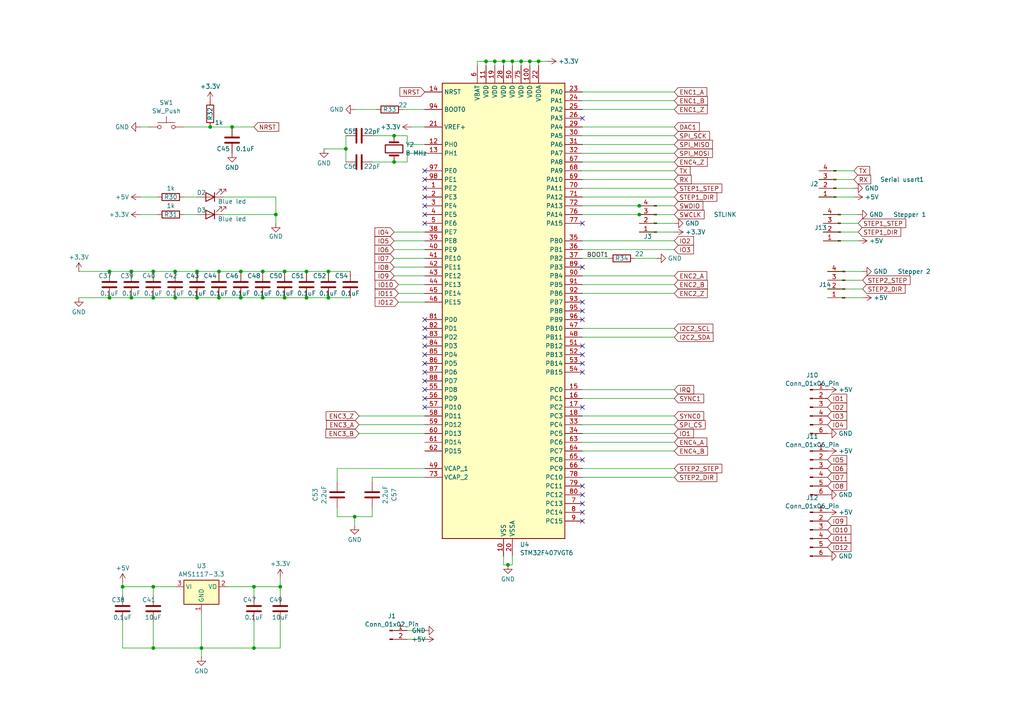
<source format=kicad_sch>
(kicad_sch
	(version 20231120)
	(generator "eeschema")
	(generator_version "8.0")
	(uuid "29d1fc65-591a-4c4e-a1fd-d6076e24f303")
	(paper "A4")
	(lib_symbols
		(symbol "Connector:Conn_01x02_Pin"
			(pin_names
				(offset 1.016) hide)
			(exclude_from_sim no)
			(in_bom yes)
			(on_board yes)
			(property "Reference" "J"
				(at 0 2.54 0)
				(effects
					(font
						(size 1.27 1.27)
					)
				)
			)
			(property "Value" "Conn_01x02_Pin"
				(at 0 -5.08 0)
				(effects
					(font
						(size 1.27 1.27)
					)
				)
			)
			(property "Footprint" ""
				(at 0 0 0)
				(effects
					(font
						(size 1.27 1.27)
					)
					(hide yes)
				)
			)
			(property "Datasheet" "~"
				(at 0 0 0)
				(effects
					(font
						(size 1.27 1.27)
					)
					(hide yes)
				)
			)
			(property "Description" "Generic connector, single row, 01x02, script generated"
				(at 0 0 0)
				(effects
					(font
						(size 1.27 1.27)
					)
					(hide yes)
				)
			)
			(property "ki_locked" ""
				(at 0 0 0)
				(effects
					(font
						(size 1.27 1.27)
					)
				)
			)
			(property "ki_keywords" "connector"
				(at 0 0 0)
				(effects
					(font
						(size 1.27 1.27)
					)
					(hide yes)
				)
			)
			(property "ki_fp_filters" "Connector*:*_1x??_*"
				(at 0 0 0)
				(effects
					(font
						(size 1.27 1.27)
					)
					(hide yes)
				)
			)
			(symbol "Conn_01x02_Pin_1_1"
				(polyline
					(pts
						(xy 1.27 -2.54) (xy 0.8636 -2.54)
					)
					(stroke
						(width 0.1524)
						(type default)
					)
					(fill
						(type none)
					)
				)
				(polyline
					(pts
						(xy 1.27 0) (xy 0.8636 0)
					)
					(stroke
						(width 0.1524)
						(type default)
					)
					(fill
						(type none)
					)
				)
				(rectangle
					(start 0.8636 -2.413)
					(end 0 -2.667)
					(stroke
						(width 0.1524)
						(type default)
					)
					(fill
						(type outline)
					)
				)
				(rectangle
					(start 0.8636 0.127)
					(end 0 -0.127)
					(stroke
						(width 0.1524)
						(type default)
					)
					(fill
						(type outline)
					)
				)
				(pin passive line
					(at 5.08 0 180)
					(length 3.81)
					(name "Pin_1"
						(effects
							(font
								(size 1.27 1.27)
							)
						)
					)
					(number "1"
						(effects
							(font
								(size 1.27 1.27)
							)
						)
					)
				)
				(pin passive line
					(at 5.08 -2.54 180)
					(length 3.81)
					(name "Pin_2"
						(effects
							(font
								(size 1.27 1.27)
							)
						)
					)
					(number "2"
						(effects
							(font
								(size 1.27 1.27)
							)
						)
					)
				)
			)
		)
		(symbol "Connector:Conn_01x04_Pin"
			(pin_names
				(offset 1.016) hide)
			(exclude_from_sim no)
			(in_bom yes)
			(on_board yes)
			(property "Reference" "J"
				(at 0 5.08 0)
				(effects
					(font
						(size 1.27 1.27)
					)
				)
			)
			(property "Value" "Conn_01x04_Pin"
				(at 0 -7.62 0)
				(effects
					(font
						(size 1.27 1.27)
					)
				)
			)
			(property "Footprint" ""
				(at 0 0 0)
				(effects
					(font
						(size 1.27 1.27)
					)
					(hide yes)
				)
			)
			(property "Datasheet" "~"
				(at 0 0 0)
				(effects
					(font
						(size 1.27 1.27)
					)
					(hide yes)
				)
			)
			(property "Description" "Generic connector, single row, 01x04, script generated"
				(at 0 0 0)
				(effects
					(font
						(size 1.27 1.27)
					)
					(hide yes)
				)
			)
			(property "ki_locked" ""
				(at 0 0 0)
				(effects
					(font
						(size 1.27 1.27)
					)
				)
			)
			(property "ki_keywords" "connector"
				(at 0 0 0)
				(effects
					(font
						(size 1.27 1.27)
					)
					(hide yes)
				)
			)
			(property "ki_fp_filters" "Connector*:*_1x??_*"
				(at 0 0 0)
				(effects
					(font
						(size 1.27 1.27)
					)
					(hide yes)
				)
			)
			(symbol "Conn_01x04_Pin_1_1"
				(polyline
					(pts
						(xy 1.27 -5.08) (xy 0.8636 -5.08)
					)
					(stroke
						(width 0.1524)
						(type default)
					)
					(fill
						(type none)
					)
				)
				(polyline
					(pts
						(xy 1.27 -2.54) (xy 0.8636 -2.54)
					)
					(stroke
						(width 0.1524)
						(type default)
					)
					(fill
						(type none)
					)
				)
				(polyline
					(pts
						(xy 1.27 0) (xy 0.8636 0)
					)
					(stroke
						(width 0.1524)
						(type default)
					)
					(fill
						(type none)
					)
				)
				(polyline
					(pts
						(xy 1.27 2.54) (xy 0.8636 2.54)
					)
					(stroke
						(width 0.1524)
						(type default)
					)
					(fill
						(type none)
					)
				)
				(rectangle
					(start 0.8636 -4.953)
					(end 0 -5.207)
					(stroke
						(width 0.1524)
						(type default)
					)
					(fill
						(type outline)
					)
				)
				(rectangle
					(start 0.8636 -2.413)
					(end 0 -2.667)
					(stroke
						(width 0.1524)
						(type default)
					)
					(fill
						(type outline)
					)
				)
				(rectangle
					(start 0.8636 0.127)
					(end 0 -0.127)
					(stroke
						(width 0.1524)
						(type default)
					)
					(fill
						(type outline)
					)
				)
				(rectangle
					(start 0.8636 2.667)
					(end 0 2.413)
					(stroke
						(width 0.1524)
						(type default)
					)
					(fill
						(type outline)
					)
				)
				(pin passive line
					(at 5.08 2.54 180)
					(length 3.81)
					(name "Pin_1"
						(effects
							(font
								(size 1.27 1.27)
							)
						)
					)
					(number "1"
						(effects
							(font
								(size 1.27 1.27)
							)
						)
					)
				)
				(pin passive line
					(at 5.08 0 180)
					(length 3.81)
					(name "Pin_2"
						(effects
							(font
								(size 1.27 1.27)
							)
						)
					)
					(number "2"
						(effects
							(font
								(size 1.27 1.27)
							)
						)
					)
				)
				(pin passive line
					(at 5.08 -2.54 180)
					(length 3.81)
					(name "Pin_3"
						(effects
							(font
								(size 1.27 1.27)
							)
						)
					)
					(number "3"
						(effects
							(font
								(size 1.27 1.27)
							)
						)
					)
				)
				(pin passive line
					(at 5.08 -5.08 180)
					(length 3.81)
					(name "Pin_4"
						(effects
							(font
								(size 1.27 1.27)
							)
						)
					)
					(number "4"
						(effects
							(font
								(size 1.27 1.27)
							)
						)
					)
				)
			)
		)
		(symbol "Connector:Conn_01x06_Pin"
			(pin_names
				(offset 1.016) hide)
			(exclude_from_sim no)
			(in_bom yes)
			(on_board yes)
			(property "Reference" "J"
				(at 0 7.62 0)
				(effects
					(font
						(size 1.27 1.27)
					)
				)
			)
			(property "Value" "Conn_01x06_Pin"
				(at 0 -10.16 0)
				(effects
					(font
						(size 1.27 1.27)
					)
				)
			)
			(property "Footprint" ""
				(at 0 0 0)
				(effects
					(font
						(size 1.27 1.27)
					)
					(hide yes)
				)
			)
			(property "Datasheet" "~"
				(at 0 0 0)
				(effects
					(font
						(size 1.27 1.27)
					)
					(hide yes)
				)
			)
			(property "Description" "Generic connector, single row, 01x06, script generated"
				(at 0 0 0)
				(effects
					(font
						(size 1.27 1.27)
					)
					(hide yes)
				)
			)
			(property "ki_locked" ""
				(at 0 0 0)
				(effects
					(font
						(size 1.27 1.27)
					)
				)
			)
			(property "ki_keywords" "connector"
				(at 0 0 0)
				(effects
					(font
						(size 1.27 1.27)
					)
					(hide yes)
				)
			)
			(property "ki_fp_filters" "Connector*:*_1x??_*"
				(at 0 0 0)
				(effects
					(font
						(size 1.27 1.27)
					)
					(hide yes)
				)
			)
			(symbol "Conn_01x06_Pin_1_1"
				(polyline
					(pts
						(xy 1.27 -7.62) (xy 0.8636 -7.62)
					)
					(stroke
						(width 0.1524)
						(type default)
					)
					(fill
						(type none)
					)
				)
				(polyline
					(pts
						(xy 1.27 -5.08) (xy 0.8636 -5.08)
					)
					(stroke
						(width 0.1524)
						(type default)
					)
					(fill
						(type none)
					)
				)
				(polyline
					(pts
						(xy 1.27 -2.54) (xy 0.8636 -2.54)
					)
					(stroke
						(width 0.1524)
						(type default)
					)
					(fill
						(type none)
					)
				)
				(polyline
					(pts
						(xy 1.27 0) (xy 0.8636 0)
					)
					(stroke
						(width 0.1524)
						(type default)
					)
					(fill
						(type none)
					)
				)
				(polyline
					(pts
						(xy 1.27 2.54) (xy 0.8636 2.54)
					)
					(stroke
						(width 0.1524)
						(type default)
					)
					(fill
						(type none)
					)
				)
				(polyline
					(pts
						(xy 1.27 5.08) (xy 0.8636 5.08)
					)
					(stroke
						(width 0.1524)
						(type default)
					)
					(fill
						(type none)
					)
				)
				(rectangle
					(start 0.8636 -7.493)
					(end 0 -7.747)
					(stroke
						(width 0.1524)
						(type default)
					)
					(fill
						(type outline)
					)
				)
				(rectangle
					(start 0.8636 -4.953)
					(end 0 -5.207)
					(stroke
						(width 0.1524)
						(type default)
					)
					(fill
						(type outline)
					)
				)
				(rectangle
					(start 0.8636 -2.413)
					(end 0 -2.667)
					(stroke
						(width 0.1524)
						(type default)
					)
					(fill
						(type outline)
					)
				)
				(rectangle
					(start 0.8636 0.127)
					(end 0 -0.127)
					(stroke
						(width 0.1524)
						(type default)
					)
					(fill
						(type outline)
					)
				)
				(rectangle
					(start 0.8636 2.667)
					(end 0 2.413)
					(stroke
						(width 0.1524)
						(type default)
					)
					(fill
						(type outline)
					)
				)
				(rectangle
					(start 0.8636 5.207)
					(end 0 4.953)
					(stroke
						(width 0.1524)
						(type default)
					)
					(fill
						(type outline)
					)
				)
				(pin passive line
					(at 5.08 5.08 180)
					(length 3.81)
					(name "Pin_1"
						(effects
							(font
								(size 1.27 1.27)
							)
						)
					)
					(number "1"
						(effects
							(font
								(size 1.27 1.27)
							)
						)
					)
				)
				(pin passive line
					(at 5.08 2.54 180)
					(length 3.81)
					(name "Pin_2"
						(effects
							(font
								(size 1.27 1.27)
							)
						)
					)
					(number "2"
						(effects
							(font
								(size 1.27 1.27)
							)
						)
					)
				)
				(pin passive line
					(at 5.08 0 180)
					(length 3.81)
					(name "Pin_3"
						(effects
							(font
								(size 1.27 1.27)
							)
						)
					)
					(number "3"
						(effects
							(font
								(size 1.27 1.27)
							)
						)
					)
				)
				(pin passive line
					(at 5.08 -2.54 180)
					(length 3.81)
					(name "Pin_4"
						(effects
							(font
								(size 1.27 1.27)
							)
						)
					)
					(number "4"
						(effects
							(font
								(size 1.27 1.27)
							)
						)
					)
				)
				(pin passive line
					(at 5.08 -5.08 180)
					(length 3.81)
					(name "Pin_5"
						(effects
							(font
								(size 1.27 1.27)
							)
						)
					)
					(number "5"
						(effects
							(font
								(size 1.27 1.27)
							)
						)
					)
				)
				(pin passive line
					(at 5.08 -7.62 180)
					(length 3.81)
					(name "Pin_6"
						(effects
							(font
								(size 1.27 1.27)
							)
						)
					)
					(number "6"
						(effects
							(font
								(size 1.27 1.27)
							)
						)
					)
				)
			)
		)
		(symbol "Device:C"
			(pin_numbers hide)
			(pin_names
				(offset 0.254)
			)
			(exclude_from_sim no)
			(in_bom yes)
			(on_board yes)
			(property "Reference" "C"
				(at 0.635 2.54 0)
				(effects
					(font
						(size 1.27 1.27)
					)
					(justify left)
				)
			)
			(property "Value" "C"
				(at 0.635 -2.54 0)
				(effects
					(font
						(size 1.27 1.27)
					)
					(justify left)
				)
			)
			(property "Footprint" ""
				(at 0.9652 -3.81 0)
				(effects
					(font
						(size 1.27 1.27)
					)
					(hide yes)
				)
			)
			(property "Datasheet" "~"
				(at 0 0 0)
				(effects
					(font
						(size 1.27 1.27)
					)
					(hide yes)
				)
			)
			(property "Description" "Unpolarized capacitor"
				(at 0 0 0)
				(effects
					(font
						(size 1.27 1.27)
					)
					(hide yes)
				)
			)
			(property "ki_keywords" "cap capacitor"
				(at 0 0 0)
				(effects
					(font
						(size 1.27 1.27)
					)
					(hide yes)
				)
			)
			(property "ki_fp_filters" "C_*"
				(at 0 0 0)
				(effects
					(font
						(size 1.27 1.27)
					)
					(hide yes)
				)
			)
			(symbol "C_0_1"
				(polyline
					(pts
						(xy -2.032 -0.762) (xy 2.032 -0.762)
					)
					(stroke
						(width 0.508)
						(type default)
					)
					(fill
						(type none)
					)
				)
				(polyline
					(pts
						(xy -2.032 0.762) (xy 2.032 0.762)
					)
					(stroke
						(width 0.508)
						(type default)
					)
					(fill
						(type none)
					)
				)
			)
			(symbol "C_1_1"
				(pin passive line
					(at 0 3.81 270)
					(length 2.794)
					(name "~"
						(effects
							(font
								(size 1.27 1.27)
							)
						)
					)
					(number "1"
						(effects
							(font
								(size 1.27 1.27)
							)
						)
					)
				)
				(pin passive line
					(at 0 -3.81 90)
					(length 2.794)
					(name "~"
						(effects
							(font
								(size 1.27 1.27)
							)
						)
					)
					(number "2"
						(effects
							(font
								(size 1.27 1.27)
							)
						)
					)
				)
			)
		)
		(symbol "Device:Crystal"
			(pin_numbers hide)
			(pin_names
				(offset 1.016) hide)
			(exclude_from_sim no)
			(in_bom yes)
			(on_board yes)
			(property "Reference" "Y"
				(at 0 3.81 0)
				(effects
					(font
						(size 1.27 1.27)
					)
				)
			)
			(property "Value" "Crystal"
				(at 0 -3.81 0)
				(effects
					(font
						(size 1.27 1.27)
					)
				)
			)
			(property "Footprint" ""
				(at 0 0 0)
				(effects
					(font
						(size 1.27 1.27)
					)
					(hide yes)
				)
			)
			(property "Datasheet" "~"
				(at 0 0 0)
				(effects
					(font
						(size 1.27 1.27)
					)
					(hide yes)
				)
			)
			(property "Description" "Two pin crystal"
				(at 0 0 0)
				(effects
					(font
						(size 1.27 1.27)
					)
					(hide yes)
				)
			)
			(property "ki_keywords" "quartz ceramic resonator oscillator"
				(at 0 0 0)
				(effects
					(font
						(size 1.27 1.27)
					)
					(hide yes)
				)
			)
			(property "ki_fp_filters" "Crystal*"
				(at 0 0 0)
				(effects
					(font
						(size 1.27 1.27)
					)
					(hide yes)
				)
			)
			(symbol "Crystal_0_1"
				(rectangle
					(start -1.143 2.54)
					(end 1.143 -2.54)
					(stroke
						(width 0.3048)
						(type default)
					)
					(fill
						(type none)
					)
				)
				(polyline
					(pts
						(xy -2.54 0) (xy -1.905 0)
					)
					(stroke
						(width 0)
						(type default)
					)
					(fill
						(type none)
					)
				)
				(polyline
					(pts
						(xy -1.905 -1.27) (xy -1.905 1.27)
					)
					(stroke
						(width 0.508)
						(type default)
					)
					(fill
						(type none)
					)
				)
				(polyline
					(pts
						(xy 1.905 -1.27) (xy 1.905 1.27)
					)
					(stroke
						(width 0.508)
						(type default)
					)
					(fill
						(type none)
					)
				)
				(polyline
					(pts
						(xy 2.54 0) (xy 1.905 0)
					)
					(stroke
						(width 0)
						(type default)
					)
					(fill
						(type none)
					)
				)
			)
			(symbol "Crystal_1_1"
				(pin passive line
					(at -3.81 0 0)
					(length 1.27)
					(name "1"
						(effects
							(font
								(size 1.27 1.27)
							)
						)
					)
					(number "1"
						(effects
							(font
								(size 1.27 1.27)
							)
						)
					)
				)
				(pin passive line
					(at 3.81 0 180)
					(length 1.27)
					(name "2"
						(effects
							(font
								(size 1.27 1.27)
							)
						)
					)
					(number "2"
						(effects
							(font
								(size 1.27 1.27)
							)
						)
					)
				)
			)
		)
		(symbol "Device:LED"
			(pin_numbers hide)
			(pin_names
				(offset 1.016) hide)
			(exclude_from_sim no)
			(in_bom yes)
			(on_board yes)
			(property "Reference" "D"
				(at 0 2.54 0)
				(effects
					(font
						(size 1.27 1.27)
					)
				)
			)
			(property "Value" "LED"
				(at 0 -2.54 0)
				(effects
					(font
						(size 1.27 1.27)
					)
				)
			)
			(property "Footprint" ""
				(at 0 0 0)
				(effects
					(font
						(size 1.27 1.27)
					)
					(hide yes)
				)
			)
			(property "Datasheet" "~"
				(at 0 0 0)
				(effects
					(font
						(size 1.27 1.27)
					)
					(hide yes)
				)
			)
			(property "Description" "Light emitting diode"
				(at 0 0 0)
				(effects
					(font
						(size 1.27 1.27)
					)
					(hide yes)
				)
			)
			(property "ki_keywords" "LED diode"
				(at 0 0 0)
				(effects
					(font
						(size 1.27 1.27)
					)
					(hide yes)
				)
			)
			(property "ki_fp_filters" "LED* LED_SMD:* LED_THT:*"
				(at 0 0 0)
				(effects
					(font
						(size 1.27 1.27)
					)
					(hide yes)
				)
			)
			(symbol "LED_0_1"
				(polyline
					(pts
						(xy -1.27 -1.27) (xy -1.27 1.27)
					)
					(stroke
						(width 0.254)
						(type default)
					)
					(fill
						(type none)
					)
				)
				(polyline
					(pts
						(xy -1.27 0) (xy 1.27 0)
					)
					(stroke
						(width 0)
						(type default)
					)
					(fill
						(type none)
					)
				)
				(polyline
					(pts
						(xy 1.27 -1.27) (xy 1.27 1.27) (xy -1.27 0) (xy 1.27 -1.27)
					)
					(stroke
						(width 0.254)
						(type default)
					)
					(fill
						(type none)
					)
				)
				(polyline
					(pts
						(xy -3.048 -0.762) (xy -4.572 -2.286) (xy -3.81 -2.286) (xy -4.572 -2.286) (xy -4.572 -1.524)
					)
					(stroke
						(width 0)
						(type default)
					)
					(fill
						(type none)
					)
				)
				(polyline
					(pts
						(xy -1.778 -0.762) (xy -3.302 -2.286) (xy -2.54 -2.286) (xy -3.302 -2.286) (xy -3.302 -1.524)
					)
					(stroke
						(width 0)
						(type default)
					)
					(fill
						(type none)
					)
				)
			)
			(symbol "LED_1_1"
				(pin passive line
					(at -3.81 0 0)
					(length 2.54)
					(name "K"
						(effects
							(font
								(size 1.27 1.27)
							)
						)
					)
					(number "1"
						(effects
							(font
								(size 1.27 1.27)
							)
						)
					)
				)
				(pin passive line
					(at 3.81 0 180)
					(length 2.54)
					(name "A"
						(effects
							(font
								(size 1.27 1.27)
							)
						)
					)
					(number "2"
						(effects
							(font
								(size 1.27 1.27)
							)
						)
					)
				)
			)
		)
		(symbol "Device:R"
			(pin_numbers hide)
			(pin_names
				(offset 0)
			)
			(exclude_from_sim no)
			(in_bom yes)
			(on_board yes)
			(property "Reference" "R"
				(at 2.032 0 90)
				(effects
					(font
						(size 1.27 1.27)
					)
				)
			)
			(property "Value" "R"
				(at 0 0 90)
				(effects
					(font
						(size 1.27 1.27)
					)
				)
			)
			(property "Footprint" ""
				(at -1.778 0 90)
				(effects
					(font
						(size 1.27 1.27)
					)
					(hide yes)
				)
			)
			(property "Datasheet" "~"
				(at 0 0 0)
				(effects
					(font
						(size 1.27 1.27)
					)
					(hide yes)
				)
			)
			(property "Description" "Resistor"
				(at 0 0 0)
				(effects
					(font
						(size 1.27 1.27)
					)
					(hide yes)
				)
			)
			(property "ki_keywords" "R res resistor"
				(at 0 0 0)
				(effects
					(font
						(size 1.27 1.27)
					)
					(hide yes)
				)
			)
			(property "ki_fp_filters" "R_*"
				(at 0 0 0)
				(effects
					(font
						(size 1.27 1.27)
					)
					(hide yes)
				)
			)
			(symbol "R_0_1"
				(rectangle
					(start -1.016 -2.54)
					(end 1.016 2.54)
					(stroke
						(width 0.254)
						(type default)
					)
					(fill
						(type none)
					)
				)
			)
			(symbol "R_1_1"
				(pin passive line
					(at 0 3.81 270)
					(length 1.27)
					(name "~"
						(effects
							(font
								(size 1.27 1.27)
							)
						)
					)
					(number "1"
						(effects
							(font
								(size 1.27 1.27)
							)
						)
					)
				)
				(pin passive line
					(at 0 -3.81 90)
					(length 1.27)
					(name "~"
						(effects
							(font
								(size 1.27 1.27)
							)
						)
					)
					(number "2"
						(effects
							(font
								(size 1.27 1.27)
							)
						)
					)
				)
			)
		)
		(symbol "MCU_ST_STM32F4:STM32F407VGTx"
			(exclude_from_sim no)
			(in_bom yes)
			(on_board yes)
			(property "Reference" "U"
				(at -17.78 67.31 0)
				(effects
					(font
						(size 1.27 1.27)
					)
					(justify left)
				)
			)
			(property "Value" "STM32F407VGTx"
				(at 12.7 67.31 0)
				(effects
					(font
						(size 1.27 1.27)
					)
					(justify left)
				)
			)
			(property "Footprint" "Package_QFP:LQFP-100_14x14mm_P0.5mm"
				(at -17.78 -66.04 0)
				(effects
					(font
						(size 1.27 1.27)
					)
					(justify right)
					(hide yes)
				)
			)
			(property "Datasheet" "https://www.st.com/resource/en/datasheet/stm32f407vg.pdf"
				(at 0 0 0)
				(effects
					(font
						(size 1.27 1.27)
					)
					(hide yes)
				)
			)
			(property "Description" "STMicroelectronics Arm Cortex-M4 MCU, 1024KB flash, 192KB RAM, 168 MHz, 1.8-3.6V, 82 GPIO, LQFP100"
				(at 0 0 0)
				(effects
					(font
						(size 1.27 1.27)
					)
					(hide yes)
				)
			)
			(property "ki_locked" ""
				(at 0 0 0)
				(effects
					(font
						(size 1.27 1.27)
					)
				)
			)
			(property "ki_keywords" "Arm Cortex-M4 STM32F4 STM32F407/417"
				(at 0 0 0)
				(effects
					(font
						(size 1.27 1.27)
					)
					(hide yes)
				)
			)
			(property "ki_fp_filters" "LQFP*14x14mm*P0.5mm*"
				(at 0 0 0)
				(effects
					(font
						(size 1.27 1.27)
					)
					(hide yes)
				)
			)
			(symbol "STM32F407VGTx_0_1"
				(rectangle
					(start -17.78 -66.04)
					(end 17.78 66.04)
					(stroke
						(width 0.254)
						(type default)
					)
					(fill
						(type background)
					)
				)
			)
			(symbol "STM32F407VGTx_1_1"
				(pin bidirectional line
					(at -22.86 35.56 0)
					(length 5.08)
					(name "PE2"
						(effects
							(font
								(size 1.27 1.27)
							)
						)
					)
					(number "1"
						(effects
							(font
								(size 1.27 1.27)
							)
						)
					)
					(alternate "ETH_TXD3" bidirectional line)
					(alternate "FSMC_A23" bidirectional line)
					(alternate "SYS_TRACECLK" bidirectional line)
				)
				(pin power_in line
					(at 0 -71.12 90)
					(length 5.08)
					(name "VSS"
						(effects
							(font
								(size 1.27 1.27)
							)
						)
					)
					(number "10"
						(effects
							(font
								(size 1.27 1.27)
							)
						)
					)
				)
				(pin power_in line
					(at 7.62 71.12 270)
					(length 5.08)
					(name "VDD"
						(effects
							(font
								(size 1.27 1.27)
							)
						)
					)
					(number "100"
						(effects
							(font
								(size 1.27 1.27)
							)
						)
					)
				)
				(pin power_in line
					(at -5.08 71.12 270)
					(length 5.08)
					(name "VDD"
						(effects
							(font
								(size 1.27 1.27)
							)
						)
					)
					(number "11"
						(effects
							(font
								(size 1.27 1.27)
							)
						)
					)
				)
				(pin bidirectional line
					(at -22.86 48.26 0)
					(length 5.08)
					(name "PH0"
						(effects
							(font
								(size 1.27 1.27)
							)
						)
					)
					(number "12"
						(effects
							(font
								(size 1.27 1.27)
							)
						)
					)
					(alternate "RCC_OSC_IN" bidirectional line)
				)
				(pin bidirectional line
					(at -22.86 45.72 0)
					(length 5.08)
					(name "PH1"
						(effects
							(font
								(size 1.27 1.27)
							)
						)
					)
					(number "13"
						(effects
							(font
								(size 1.27 1.27)
							)
						)
					)
					(alternate "RCC_OSC_OUT" bidirectional line)
				)
				(pin input line
					(at -22.86 63.5 0)
					(length 5.08)
					(name "NRST"
						(effects
							(font
								(size 1.27 1.27)
							)
						)
					)
					(number "14"
						(effects
							(font
								(size 1.27 1.27)
							)
						)
					)
				)
				(pin bidirectional line
					(at 22.86 -22.86 180)
					(length 5.08)
					(name "PC0"
						(effects
							(font
								(size 1.27 1.27)
							)
						)
					)
					(number "15"
						(effects
							(font
								(size 1.27 1.27)
							)
						)
					)
					(alternate "ADC1_IN10" bidirectional line)
					(alternate "ADC2_IN10" bidirectional line)
					(alternate "ADC3_IN10" bidirectional line)
					(alternate "USB_OTG_HS_ULPI_STP" bidirectional line)
				)
				(pin bidirectional line
					(at 22.86 -25.4 180)
					(length 5.08)
					(name "PC1"
						(effects
							(font
								(size 1.27 1.27)
							)
						)
					)
					(number "16"
						(effects
							(font
								(size 1.27 1.27)
							)
						)
					)
					(alternate "ADC1_IN11" bidirectional line)
					(alternate "ADC2_IN11" bidirectional line)
					(alternate "ADC3_IN11" bidirectional line)
					(alternate "ETH_MDC" bidirectional line)
				)
				(pin bidirectional line
					(at 22.86 -27.94 180)
					(length 5.08)
					(name "PC2"
						(effects
							(font
								(size 1.27 1.27)
							)
						)
					)
					(number "17"
						(effects
							(font
								(size 1.27 1.27)
							)
						)
					)
					(alternate "ADC1_IN12" bidirectional line)
					(alternate "ADC2_IN12" bidirectional line)
					(alternate "ADC3_IN12" bidirectional line)
					(alternate "ETH_TXD2" bidirectional line)
					(alternate "I2S2_ext_SD" bidirectional line)
					(alternate "SPI2_MISO" bidirectional line)
					(alternate "USB_OTG_HS_ULPI_DIR" bidirectional line)
				)
				(pin bidirectional line
					(at 22.86 -30.48 180)
					(length 5.08)
					(name "PC3"
						(effects
							(font
								(size 1.27 1.27)
							)
						)
					)
					(number "18"
						(effects
							(font
								(size 1.27 1.27)
							)
						)
					)
					(alternate "ADC1_IN13" bidirectional line)
					(alternate "ADC2_IN13" bidirectional line)
					(alternate "ADC3_IN13" bidirectional line)
					(alternate "ETH_TX_CLK" bidirectional line)
					(alternate "I2S2_SD" bidirectional line)
					(alternate "SPI2_MOSI" bidirectional line)
					(alternate "USB_OTG_HS_ULPI_NXT" bidirectional line)
				)
				(pin power_in line
					(at -2.54 71.12 270)
					(length 5.08)
					(name "VDD"
						(effects
							(font
								(size 1.27 1.27)
							)
						)
					)
					(number "19"
						(effects
							(font
								(size 1.27 1.27)
							)
						)
					)
				)
				(pin bidirectional line
					(at -22.86 33.02 0)
					(length 5.08)
					(name "PE3"
						(effects
							(font
								(size 1.27 1.27)
							)
						)
					)
					(number "2"
						(effects
							(font
								(size 1.27 1.27)
							)
						)
					)
					(alternate "FSMC_A19" bidirectional line)
					(alternate "SYS_TRACED0" bidirectional line)
				)
				(pin power_in line
					(at 2.54 -71.12 90)
					(length 5.08)
					(name "VSSA"
						(effects
							(font
								(size 1.27 1.27)
							)
						)
					)
					(number "20"
						(effects
							(font
								(size 1.27 1.27)
							)
						)
					)
				)
				(pin input line
					(at -22.86 53.34 0)
					(length 5.08)
					(name "VREF+"
						(effects
							(font
								(size 1.27 1.27)
							)
						)
					)
					(number "21"
						(effects
							(font
								(size 1.27 1.27)
							)
						)
					)
				)
				(pin power_in line
					(at 10.16 71.12 270)
					(length 5.08)
					(name "VDDA"
						(effects
							(font
								(size 1.27 1.27)
							)
						)
					)
					(number "22"
						(effects
							(font
								(size 1.27 1.27)
							)
						)
					)
				)
				(pin bidirectional line
					(at 22.86 63.5 180)
					(length 5.08)
					(name "PA0"
						(effects
							(font
								(size 1.27 1.27)
							)
						)
					)
					(number "23"
						(effects
							(font
								(size 1.27 1.27)
							)
						)
					)
					(alternate "ADC1_IN0" bidirectional line)
					(alternate "ADC2_IN0" bidirectional line)
					(alternate "ADC3_IN0" bidirectional line)
					(alternate "ETH_CRS" bidirectional line)
					(alternate "SYS_WKUP" bidirectional line)
					(alternate "TIM2_CH1" bidirectional line)
					(alternate "TIM2_ETR" bidirectional line)
					(alternate "TIM5_CH1" bidirectional line)
					(alternate "TIM8_ETR" bidirectional line)
					(alternate "UART4_TX" bidirectional line)
					(alternate "USART2_CTS" bidirectional line)
				)
				(pin bidirectional line
					(at 22.86 60.96 180)
					(length 5.08)
					(name "PA1"
						(effects
							(font
								(size 1.27 1.27)
							)
						)
					)
					(number "24"
						(effects
							(font
								(size 1.27 1.27)
							)
						)
					)
					(alternate "ADC1_IN1" bidirectional line)
					(alternate "ADC2_IN1" bidirectional line)
					(alternate "ADC3_IN1" bidirectional line)
					(alternate "ETH_REF_CLK" bidirectional line)
					(alternate "ETH_RX_CLK" bidirectional line)
					(alternate "TIM2_CH2" bidirectional line)
					(alternate "TIM5_CH2" bidirectional line)
					(alternate "UART4_RX" bidirectional line)
					(alternate "USART2_RTS" bidirectional line)
				)
				(pin bidirectional line
					(at 22.86 58.42 180)
					(length 5.08)
					(name "PA2"
						(effects
							(font
								(size 1.27 1.27)
							)
						)
					)
					(number "25"
						(effects
							(font
								(size 1.27 1.27)
							)
						)
					)
					(alternate "ADC1_IN2" bidirectional line)
					(alternate "ADC2_IN2" bidirectional line)
					(alternate "ADC3_IN2" bidirectional line)
					(alternate "ETH_MDIO" bidirectional line)
					(alternate "TIM2_CH3" bidirectional line)
					(alternate "TIM5_CH3" bidirectional line)
					(alternate "TIM9_CH1" bidirectional line)
					(alternate "USART2_TX" bidirectional line)
				)
				(pin bidirectional line
					(at 22.86 55.88 180)
					(length 5.08)
					(name "PA3"
						(effects
							(font
								(size 1.27 1.27)
							)
						)
					)
					(number "26"
						(effects
							(font
								(size 1.27 1.27)
							)
						)
					)
					(alternate "ADC1_IN3" bidirectional line)
					(alternate "ADC2_IN3" bidirectional line)
					(alternate "ADC3_IN3" bidirectional line)
					(alternate "ETH_COL" bidirectional line)
					(alternate "TIM2_CH4" bidirectional line)
					(alternate "TIM5_CH4" bidirectional line)
					(alternate "TIM9_CH2" bidirectional line)
					(alternate "USART2_RX" bidirectional line)
					(alternate "USB_OTG_HS_ULPI_D0" bidirectional line)
				)
				(pin passive line
					(at 0 -71.12 90)
					(length 5.08) hide
					(name "VSS"
						(effects
							(font
								(size 1.27 1.27)
							)
						)
					)
					(number "27"
						(effects
							(font
								(size 1.27 1.27)
							)
						)
					)
				)
				(pin power_in line
					(at 0 71.12 270)
					(length 5.08)
					(name "VDD"
						(effects
							(font
								(size 1.27 1.27)
							)
						)
					)
					(number "28"
						(effects
							(font
								(size 1.27 1.27)
							)
						)
					)
				)
				(pin bidirectional line
					(at 22.86 53.34 180)
					(length 5.08)
					(name "PA4"
						(effects
							(font
								(size 1.27 1.27)
							)
						)
					)
					(number "29"
						(effects
							(font
								(size 1.27 1.27)
							)
						)
					)
					(alternate "ADC1_IN4" bidirectional line)
					(alternate "ADC2_IN4" bidirectional line)
					(alternate "DAC_OUT1" bidirectional line)
					(alternate "DCMI_HSYNC" bidirectional line)
					(alternate "I2S3_WS" bidirectional line)
					(alternate "SPI1_NSS" bidirectional line)
					(alternate "SPI3_NSS" bidirectional line)
					(alternate "USART2_CK" bidirectional line)
					(alternate "USB_OTG_HS_SOF" bidirectional line)
				)
				(pin bidirectional line
					(at -22.86 30.48 0)
					(length 5.08)
					(name "PE4"
						(effects
							(font
								(size 1.27 1.27)
							)
						)
					)
					(number "3"
						(effects
							(font
								(size 1.27 1.27)
							)
						)
					)
					(alternate "DCMI_D4" bidirectional line)
					(alternate "FSMC_A20" bidirectional line)
					(alternate "SYS_TRACED1" bidirectional line)
				)
				(pin bidirectional line
					(at 22.86 50.8 180)
					(length 5.08)
					(name "PA5"
						(effects
							(font
								(size 1.27 1.27)
							)
						)
					)
					(number "30"
						(effects
							(font
								(size 1.27 1.27)
							)
						)
					)
					(alternate "ADC1_IN5" bidirectional line)
					(alternate "ADC2_IN5" bidirectional line)
					(alternate "DAC_OUT2" bidirectional line)
					(alternate "SPI1_SCK" bidirectional line)
					(alternate "TIM2_CH1" bidirectional line)
					(alternate "TIM2_ETR" bidirectional line)
					(alternate "TIM8_CH1N" bidirectional line)
					(alternate "USB_OTG_HS_ULPI_CK" bidirectional line)
				)
				(pin bidirectional line
					(at 22.86 48.26 180)
					(length 5.08)
					(name "PA6"
						(effects
							(font
								(size 1.27 1.27)
							)
						)
					)
					(number "31"
						(effects
							(font
								(size 1.27 1.27)
							)
						)
					)
					(alternate "ADC1_IN6" bidirectional line)
					(alternate "ADC2_IN6" bidirectional line)
					(alternate "DCMI_PIXCLK" bidirectional line)
					(alternate "SPI1_MISO" bidirectional line)
					(alternate "TIM13_CH1" bidirectional line)
					(alternate "TIM1_BKIN" bidirectional line)
					(alternate "TIM3_CH1" bidirectional line)
					(alternate "TIM8_BKIN" bidirectional line)
				)
				(pin bidirectional line
					(at 22.86 45.72 180)
					(length 5.08)
					(name "PA7"
						(effects
							(font
								(size 1.27 1.27)
							)
						)
					)
					(number "32"
						(effects
							(font
								(size 1.27 1.27)
							)
						)
					)
					(alternate "ADC1_IN7" bidirectional line)
					(alternate "ADC2_IN7" bidirectional line)
					(alternate "ETH_CRS_DV" bidirectional line)
					(alternate "ETH_RX_DV" bidirectional line)
					(alternate "SPI1_MOSI" bidirectional line)
					(alternate "TIM14_CH1" bidirectional line)
					(alternate "TIM1_CH1N" bidirectional line)
					(alternate "TIM3_CH2" bidirectional line)
					(alternate "TIM8_CH1N" bidirectional line)
				)
				(pin bidirectional line
					(at 22.86 -33.02 180)
					(length 5.08)
					(name "PC4"
						(effects
							(font
								(size 1.27 1.27)
							)
						)
					)
					(number "33"
						(effects
							(font
								(size 1.27 1.27)
							)
						)
					)
					(alternate "ADC1_IN14" bidirectional line)
					(alternate "ADC2_IN14" bidirectional line)
					(alternate "ETH_RXD0" bidirectional line)
				)
				(pin bidirectional line
					(at 22.86 -35.56 180)
					(length 5.08)
					(name "PC5"
						(effects
							(font
								(size 1.27 1.27)
							)
						)
					)
					(number "34"
						(effects
							(font
								(size 1.27 1.27)
							)
						)
					)
					(alternate "ADC1_IN15" bidirectional line)
					(alternate "ADC2_IN15" bidirectional line)
					(alternate "ETH_RXD1" bidirectional line)
				)
				(pin bidirectional line
					(at 22.86 20.32 180)
					(length 5.08)
					(name "PB0"
						(effects
							(font
								(size 1.27 1.27)
							)
						)
					)
					(number "35"
						(effects
							(font
								(size 1.27 1.27)
							)
						)
					)
					(alternate "ADC1_IN8" bidirectional line)
					(alternate "ADC2_IN8" bidirectional line)
					(alternate "ETH_RXD2" bidirectional line)
					(alternate "TIM1_CH2N" bidirectional line)
					(alternate "TIM3_CH3" bidirectional line)
					(alternate "TIM8_CH2N" bidirectional line)
					(alternate "USB_OTG_HS_ULPI_D1" bidirectional line)
				)
				(pin bidirectional line
					(at 22.86 17.78 180)
					(length 5.08)
					(name "PB1"
						(effects
							(font
								(size 1.27 1.27)
							)
						)
					)
					(number "36"
						(effects
							(font
								(size 1.27 1.27)
							)
						)
					)
					(alternate "ADC1_IN9" bidirectional line)
					(alternate "ADC2_IN9" bidirectional line)
					(alternate "ETH_RXD3" bidirectional line)
					(alternate "TIM1_CH3N" bidirectional line)
					(alternate "TIM3_CH4" bidirectional line)
					(alternate "TIM8_CH3N" bidirectional line)
					(alternate "USB_OTG_HS_ULPI_D2" bidirectional line)
				)
				(pin bidirectional line
					(at 22.86 15.24 180)
					(length 5.08)
					(name "PB2"
						(effects
							(font
								(size 1.27 1.27)
							)
						)
					)
					(number "37"
						(effects
							(font
								(size 1.27 1.27)
							)
						)
					)
				)
				(pin bidirectional line
					(at -22.86 22.86 0)
					(length 5.08)
					(name "PE7"
						(effects
							(font
								(size 1.27 1.27)
							)
						)
					)
					(number "38"
						(effects
							(font
								(size 1.27 1.27)
							)
						)
					)
					(alternate "FSMC_D4" bidirectional line)
					(alternate "FSMC_DA4" bidirectional line)
					(alternate "TIM1_ETR" bidirectional line)
				)
				(pin bidirectional line
					(at -22.86 20.32 0)
					(length 5.08)
					(name "PE8"
						(effects
							(font
								(size 1.27 1.27)
							)
						)
					)
					(number "39"
						(effects
							(font
								(size 1.27 1.27)
							)
						)
					)
					(alternate "FSMC_D5" bidirectional line)
					(alternate "FSMC_DA5" bidirectional line)
					(alternate "TIM1_CH1N" bidirectional line)
				)
				(pin bidirectional line
					(at -22.86 27.94 0)
					(length 5.08)
					(name "PE5"
						(effects
							(font
								(size 1.27 1.27)
							)
						)
					)
					(number "4"
						(effects
							(font
								(size 1.27 1.27)
							)
						)
					)
					(alternate "DCMI_D6" bidirectional line)
					(alternate "FSMC_A21" bidirectional line)
					(alternate "SYS_TRACED2" bidirectional line)
					(alternate "TIM9_CH1" bidirectional line)
				)
				(pin bidirectional line
					(at -22.86 17.78 0)
					(length 5.08)
					(name "PE9"
						(effects
							(font
								(size 1.27 1.27)
							)
						)
					)
					(number "40"
						(effects
							(font
								(size 1.27 1.27)
							)
						)
					)
					(alternate "DAC_EXTI9" bidirectional line)
					(alternate "FSMC_D6" bidirectional line)
					(alternate "FSMC_DA6" bidirectional line)
					(alternate "TIM1_CH1" bidirectional line)
				)
				(pin bidirectional line
					(at -22.86 15.24 0)
					(length 5.08)
					(name "PE10"
						(effects
							(font
								(size 1.27 1.27)
							)
						)
					)
					(number "41"
						(effects
							(font
								(size 1.27 1.27)
							)
						)
					)
					(alternate "FSMC_D7" bidirectional line)
					(alternate "FSMC_DA7" bidirectional line)
					(alternate "TIM1_CH2N" bidirectional line)
				)
				(pin bidirectional line
					(at -22.86 12.7 0)
					(length 5.08)
					(name "PE11"
						(effects
							(font
								(size 1.27 1.27)
							)
						)
					)
					(number "42"
						(effects
							(font
								(size 1.27 1.27)
							)
						)
					)
					(alternate "ADC1_EXTI11" bidirectional line)
					(alternate "ADC2_EXTI11" bidirectional line)
					(alternate "ADC3_EXTI11" bidirectional line)
					(alternate "FSMC_D8" bidirectional line)
					(alternate "FSMC_DA8" bidirectional line)
					(alternate "TIM1_CH2" bidirectional line)
				)
				(pin bidirectional line
					(at -22.86 10.16 0)
					(length 5.08)
					(name "PE12"
						(effects
							(font
								(size 1.27 1.27)
							)
						)
					)
					(number "43"
						(effects
							(font
								(size 1.27 1.27)
							)
						)
					)
					(alternate "FSMC_D9" bidirectional line)
					(alternate "FSMC_DA9" bidirectional line)
					(alternate "TIM1_CH3N" bidirectional line)
				)
				(pin bidirectional line
					(at -22.86 7.62 0)
					(length 5.08)
					(name "PE13"
						(effects
							(font
								(size 1.27 1.27)
							)
						)
					)
					(number "44"
						(effects
							(font
								(size 1.27 1.27)
							)
						)
					)
					(alternate "FSMC_D10" bidirectional line)
					(alternate "FSMC_DA10" bidirectional line)
					(alternate "TIM1_CH3" bidirectional line)
				)
				(pin bidirectional line
					(at -22.86 5.08 0)
					(length 5.08)
					(name "PE14"
						(effects
							(font
								(size 1.27 1.27)
							)
						)
					)
					(number "45"
						(effects
							(font
								(size 1.27 1.27)
							)
						)
					)
					(alternate "FSMC_D11" bidirectional line)
					(alternate "FSMC_DA11" bidirectional line)
					(alternate "TIM1_CH4" bidirectional line)
				)
				(pin bidirectional line
					(at -22.86 2.54 0)
					(length 5.08)
					(name "PE15"
						(effects
							(font
								(size 1.27 1.27)
							)
						)
					)
					(number "46"
						(effects
							(font
								(size 1.27 1.27)
							)
						)
					)
					(alternate "ADC1_EXTI15" bidirectional line)
					(alternate "ADC2_EXTI15" bidirectional line)
					(alternate "ADC3_EXTI15" bidirectional line)
					(alternate "FSMC_D12" bidirectional line)
					(alternate "FSMC_DA12" bidirectional line)
					(alternate "TIM1_BKIN" bidirectional line)
				)
				(pin bidirectional line
					(at 22.86 -5.08 180)
					(length 5.08)
					(name "PB10"
						(effects
							(font
								(size 1.27 1.27)
							)
						)
					)
					(number "47"
						(effects
							(font
								(size 1.27 1.27)
							)
						)
					)
					(alternate "ETH_RX_ER" bidirectional line)
					(alternate "I2C2_SCL" bidirectional line)
					(alternate "I2S2_CK" bidirectional line)
					(alternate "SPI2_SCK" bidirectional line)
					(alternate "TIM2_CH3" bidirectional line)
					(alternate "USART3_TX" bidirectional line)
					(alternate "USB_OTG_HS_ULPI_D3" bidirectional line)
				)
				(pin bidirectional line
					(at 22.86 -7.62 180)
					(length 5.08)
					(name "PB11"
						(effects
							(font
								(size 1.27 1.27)
							)
						)
					)
					(number "48"
						(effects
							(font
								(size 1.27 1.27)
							)
						)
					)
					(alternate "ADC1_EXTI11" bidirectional line)
					(alternate "ADC2_EXTI11" bidirectional line)
					(alternate "ADC3_EXTI11" bidirectional line)
					(alternate "ETH_TX_EN" bidirectional line)
					(alternate "I2C2_SDA" bidirectional line)
					(alternate "TIM2_CH4" bidirectional line)
					(alternate "USART3_RX" bidirectional line)
					(alternate "USB_OTG_HS_ULPI_D4" bidirectional line)
				)
				(pin power_out line
					(at -22.86 -45.72 0)
					(length 5.08)
					(name "VCAP_1"
						(effects
							(font
								(size 1.27 1.27)
							)
						)
					)
					(number "49"
						(effects
							(font
								(size 1.27 1.27)
							)
						)
					)
				)
				(pin bidirectional line
					(at -22.86 25.4 0)
					(length 5.08)
					(name "PE6"
						(effects
							(font
								(size 1.27 1.27)
							)
						)
					)
					(number "5"
						(effects
							(font
								(size 1.27 1.27)
							)
						)
					)
					(alternate "DCMI_D7" bidirectional line)
					(alternate "FSMC_A22" bidirectional line)
					(alternate "SYS_TRACED3" bidirectional line)
					(alternate "TIM9_CH2" bidirectional line)
				)
				(pin power_in line
					(at 2.54 71.12 270)
					(length 5.08)
					(name "VDD"
						(effects
							(font
								(size 1.27 1.27)
							)
						)
					)
					(number "50"
						(effects
							(font
								(size 1.27 1.27)
							)
						)
					)
				)
				(pin bidirectional line
					(at 22.86 -10.16 180)
					(length 5.08)
					(name "PB12"
						(effects
							(font
								(size 1.27 1.27)
							)
						)
					)
					(number "51"
						(effects
							(font
								(size 1.27 1.27)
							)
						)
					)
					(alternate "CAN2_RX" bidirectional line)
					(alternate "ETH_TXD0" bidirectional line)
					(alternate "I2C2_SMBA" bidirectional line)
					(alternate "I2S2_WS" bidirectional line)
					(alternate "SPI2_NSS" bidirectional line)
					(alternate "TIM1_BKIN" bidirectional line)
					(alternate "USART3_CK" bidirectional line)
					(alternate "USB_OTG_HS_ID" bidirectional line)
					(alternate "USB_OTG_HS_ULPI_D5" bidirectional line)
				)
				(pin bidirectional line
					(at 22.86 -12.7 180)
					(length 5.08)
					(name "PB13"
						(effects
							(font
								(size 1.27 1.27)
							)
						)
					)
					(number "52"
						(effects
							(font
								(size 1.27 1.27)
							)
						)
					)
					(alternate "CAN2_TX" bidirectional line)
					(alternate "ETH_TXD1" bidirectional line)
					(alternate "I2S2_CK" bidirectional line)
					(alternate "SPI2_SCK" bidirectional line)
					(alternate "TIM1_CH1N" bidirectional line)
					(alternate "USART3_CTS" bidirectional line)
					(alternate "USB_OTG_HS_ULPI_D6" bidirectional line)
					(alternate "USB_OTG_HS_VBUS" bidirectional line)
				)
				(pin bidirectional line
					(at 22.86 -15.24 180)
					(length 5.08)
					(name "PB14"
						(effects
							(font
								(size 1.27 1.27)
							)
						)
					)
					(number "53"
						(effects
							(font
								(size 1.27 1.27)
							)
						)
					)
					(alternate "I2S2_ext_SD" bidirectional line)
					(alternate "SPI2_MISO" bidirectional line)
					(alternate "TIM12_CH1" bidirectional line)
					(alternate "TIM1_CH2N" bidirectional line)
					(alternate "TIM8_CH2N" bidirectional line)
					(alternate "USART3_RTS" bidirectional line)
					(alternate "USB_OTG_HS_DM" bidirectional line)
				)
				(pin bidirectional line
					(at 22.86 -17.78 180)
					(length 5.08)
					(name "PB15"
						(effects
							(font
								(size 1.27 1.27)
							)
						)
					)
					(number "54"
						(effects
							(font
								(size 1.27 1.27)
							)
						)
					)
					(alternate "ADC1_EXTI15" bidirectional line)
					(alternate "ADC2_EXTI15" bidirectional line)
					(alternate "ADC3_EXTI15" bidirectional line)
					(alternate "I2S2_SD" bidirectional line)
					(alternate "RTC_REFIN" bidirectional line)
					(alternate "SPI2_MOSI" bidirectional line)
					(alternate "TIM12_CH2" bidirectional line)
					(alternate "TIM1_CH3N" bidirectional line)
					(alternate "TIM8_CH3N" bidirectional line)
					(alternate "USB_OTG_HS_DP" bidirectional line)
				)
				(pin bidirectional line
					(at -22.86 -22.86 0)
					(length 5.08)
					(name "PD8"
						(effects
							(font
								(size 1.27 1.27)
							)
						)
					)
					(number "55"
						(effects
							(font
								(size 1.27 1.27)
							)
						)
					)
					(alternate "FSMC_D13" bidirectional line)
					(alternate "FSMC_DA13" bidirectional line)
					(alternate "USART3_TX" bidirectional line)
				)
				(pin bidirectional line
					(at -22.86 -25.4 0)
					(length 5.08)
					(name "PD9"
						(effects
							(font
								(size 1.27 1.27)
							)
						)
					)
					(number "56"
						(effects
							(font
								(size 1.27 1.27)
							)
						)
					)
					(alternate "DAC_EXTI9" bidirectional line)
					(alternate "FSMC_D14" bidirectional line)
					(alternate "FSMC_DA14" bidirectional line)
					(alternate "USART3_RX" bidirectional line)
				)
				(pin bidirectional line
					(at -22.86 -27.94 0)
					(length 5.08)
					(name "PD10"
						(effects
							(font
								(size 1.27 1.27)
							)
						)
					)
					(number "57"
						(effects
							(font
								(size 1.27 1.27)
							)
						)
					)
					(alternate "FSMC_D15" bidirectional line)
					(alternate "FSMC_DA15" bidirectional line)
					(alternate "USART3_CK" bidirectional line)
				)
				(pin bidirectional line
					(at -22.86 -30.48 0)
					(length 5.08)
					(name "PD11"
						(effects
							(font
								(size 1.27 1.27)
							)
						)
					)
					(number "58"
						(effects
							(font
								(size 1.27 1.27)
							)
						)
					)
					(alternate "ADC1_EXTI11" bidirectional line)
					(alternate "ADC2_EXTI11" bidirectional line)
					(alternate "ADC3_EXTI11" bidirectional line)
					(alternate "FSMC_A16" bidirectional line)
					(alternate "FSMC_CLE" bidirectional line)
					(alternate "USART3_CTS" bidirectional line)
				)
				(pin bidirectional line
					(at -22.86 -33.02 0)
					(length 5.08)
					(name "PD12"
						(effects
							(font
								(size 1.27 1.27)
							)
						)
					)
					(number "59"
						(effects
							(font
								(size 1.27 1.27)
							)
						)
					)
					(alternate "FSMC_A17" bidirectional line)
					(alternate "FSMC_ALE" bidirectional line)
					(alternate "TIM4_CH1" bidirectional line)
					(alternate "USART3_RTS" bidirectional line)
				)
				(pin power_in line
					(at -7.62 71.12 270)
					(length 5.08)
					(name "VBAT"
						(effects
							(font
								(size 1.27 1.27)
							)
						)
					)
					(number "6"
						(effects
							(font
								(size 1.27 1.27)
							)
						)
					)
				)
				(pin bidirectional line
					(at -22.86 -35.56 0)
					(length 5.08)
					(name "PD13"
						(effects
							(font
								(size 1.27 1.27)
							)
						)
					)
					(number "60"
						(effects
							(font
								(size 1.27 1.27)
							)
						)
					)
					(alternate "FSMC_A18" bidirectional line)
					(alternate "TIM4_CH2" bidirectional line)
				)
				(pin bidirectional line
					(at -22.86 -38.1 0)
					(length 5.08)
					(name "PD14"
						(effects
							(font
								(size 1.27 1.27)
							)
						)
					)
					(number "61"
						(effects
							(font
								(size 1.27 1.27)
							)
						)
					)
					(alternate "FSMC_D0" bidirectional line)
					(alternate "FSMC_DA0" bidirectional line)
					(alternate "TIM4_CH3" bidirectional line)
				)
				(pin bidirectional line
					(at -22.86 -40.64 0)
					(length 5.08)
					(name "PD15"
						(effects
							(font
								(size 1.27 1.27)
							)
						)
					)
					(number "62"
						(effects
							(font
								(size 1.27 1.27)
							)
						)
					)
					(alternate "ADC1_EXTI15" bidirectional line)
					(alternate "ADC2_EXTI15" bidirectional line)
					(alternate "ADC3_EXTI15" bidirectional line)
					(alternate "FSMC_D1" bidirectional line)
					(alternate "FSMC_DA1" bidirectional line)
					(alternate "TIM4_CH4" bidirectional line)
				)
				(pin bidirectional line
					(at 22.86 -38.1 180)
					(length 5.08)
					(name "PC6"
						(effects
							(font
								(size 1.27 1.27)
							)
						)
					)
					(number "63"
						(effects
							(font
								(size 1.27 1.27)
							)
						)
					)
					(alternate "DCMI_D0" bidirectional line)
					(alternate "I2S2_MCK" bidirectional line)
					(alternate "SDIO_D6" bidirectional line)
					(alternate "TIM3_CH1" bidirectional line)
					(alternate "TIM8_CH1" bidirectional line)
					(alternate "USART6_TX" bidirectional line)
				)
				(pin bidirectional line
					(at 22.86 -40.64 180)
					(length 5.08)
					(name "PC7"
						(effects
							(font
								(size 1.27 1.27)
							)
						)
					)
					(number "64"
						(effects
							(font
								(size 1.27 1.27)
							)
						)
					)
					(alternate "DCMI_D1" bidirectional line)
					(alternate "I2S3_MCK" bidirectional line)
					(alternate "SDIO_D7" bidirectional line)
					(alternate "TIM3_CH2" bidirectional line)
					(alternate "TIM8_CH2" bidirectional line)
					(alternate "USART6_RX" bidirectional line)
				)
				(pin bidirectional line
					(at 22.86 -43.18 180)
					(length 5.08)
					(name "PC8"
						(effects
							(font
								(size 1.27 1.27)
							)
						)
					)
					(number "65"
						(effects
							(font
								(size 1.27 1.27)
							)
						)
					)
					(alternate "DCMI_D2" bidirectional line)
					(alternate "SDIO_D0" bidirectional line)
					(alternate "TIM3_CH3" bidirectional line)
					(alternate "TIM8_CH3" bidirectional line)
					(alternate "USART6_CK" bidirectional line)
				)
				(pin bidirectional line
					(at 22.86 -45.72 180)
					(length 5.08)
					(name "PC9"
						(effects
							(font
								(size 1.27 1.27)
							)
						)
					)
					(number "66"
						(effects
							(font
								(size 1.27 1.27)
							)
						)
					)
					(alternate "DAC_EXTI9" bidirectional line)
					(alternate "DCMI_D3" bidirectional line)
					(alternate "I2C3_SDA" bidirectional line)
					(alternate "I2S_CKIN" bidirectional line)
					(alternate "RCC_MCO_2" bidirectional line)
					(alternate "SDIO_D1" bidirectional line)
					(alternate "TIM3_CH4" bidirectional line)
					(alternate "TIM8_CH4" bidirectional line)
				)
				(pin bidirectional line
					(at 22.86 43.18 180)
					(length 5.08)
					(name "PA8"
						(effects
							(font
								(size 1.27 1.27)
							)
						)
					)
					(number "67"
						(effects
							(font
								(size 1.27 1.27)
							)
						)
					)
					(alternate "I2C3_SCL" bidirectional line)
					(alternate "RCC_MCO_1" bidirectional line)
					(alternate "TIM1_CH1" bidirectional line)
					(alternate "USART1_CK" bidirectional line)
					(alternate "USB_OTG_FS_SOF" bidirectional line)
				)
				(pin bidirectional line
					(at 22.86 40.64 180)
					(length 5.08)
					(name "PA9"
						(effects
							(font
								(size 1.27 1.27)
							)
						)
					)
					(number "68"
						(effects
							(font
								(size 1.27 1.27)
							)
						)
					)
					(alternate "DAC_EXTI9" bidirectional line)
					(alternate "DCMI_D0" bidirectional line)
					(alternate "I2C3_SMBA" bidirectional line)
					(alternate "TIM1_CH2" bidirectional line)
					(alternate "USART1_TX" bidirectional line)
					(alternate "USB_OTG_FS_VBUS" bidirectional line)
				)
				(pin bidirectional line
					(at 22.86 38.1 180)
					(length 5.08)
					(name "PA10"
						(effects
							(font
								(size 1.27 1.27)
							)
						)
					)
					(number "69"
						(effects
							(font
								(size 1.27 1.27)
							)
						)
					)
					(alternate "DCMI_D1" bidirectional line)
					(alternate "TIM1_CH3" bidirectional line)
					(alternate "USART1_RX" bidirectional line)
					(alternate "USB_OTG_FS_ID" bidirectional line)
				)
				(pin bidirectional line
					(at 22.86 -55.88 180)
					(length 5.08)
					(name "PC13"
						(effects
							(font
								(size 1.27 1.27)
							)
						)
					)
					(number "7"
						(effects
							(font
								(size 1.27 1.27)
							)
						)
					)
					(alternate "RTC_AF1" bidirectional line)
				)
				(pin bidirectional line
					(at 22.86 35.56 180)
					(length 5.08)
					(name "PA11"
						(effects
							(font
								(size 1.27 1.27)
							)
						)
					)
					(number "70"
						(effects
							(font
								(size 1.27 1.27)
							)
						)
					)
					(alternate "ADC1_EXTI11" bidirectional line)
					(alternate "ADC2_EXTI11" bidirectional line)
					(alternate "ADC3_EXTI11" bidirectional line)
					(alternate "CAN1_RX" bidirectional line)
					(alternate "TIM1_CH4" bidirectional line)
					(alternate "USART1_CTS" bidirectional line)
					(alternate "USB_OTG_FS_DM" bidirectional line)
				)
				(pin bidirectional line
					(at 22.86 33.02 180)
					(length 5.08)
					(name "PA12"
						(effects
							(font
								(size 1.27 1.27)
							)
						)
					)
					(number "71"
						(effects
							(font
								(size 1.27 1.27)
							)
						)
					)
					(alternate "CAN1_TX" bidirectional line)
					(alternate "TIM1_ETR" bidirectional line)
					(alternate "USART1_RTS" bidirectional line)
					(alternate "USB_OTG_FS_DP" bidirectional line)
				)
				(pin bidirectional line
					(at 22.86 30.48 180)
					(length 5.08)
					(name "PA13"
						(effects
							(font
								(size 1.27 1.27)
							)
						)
					)
					(number "72"
						(effects
							(font
								(size 1.27 1.27)
							)
						)
					)
					(alternate "SYS_JTMS-SWDIO" bidirectional line)
				)
				(pin power_out line
					(at -22.86 -48.26 0)
					(length 5.08)
					(name "VCAP_2"
						(effects
							(font
								(size 1.27 1.27)
							)
						)
					)
					(number "73"
						(effects
							(font
								(size 1.27 1.27)
							)
						)
					)
				)
				(pin passive line
					(at 0 -71.12 90)
					(length 5.08) hide
					(name "VSS"
						(effects
							(font
								(size 1.27 1.27)
							)
						)
					)
					(number "74"
						(effects
							(font
								(size 1.27 1.27)
							)
						)
					)
				)
				(pin power_in line
					(at 5.08 71.12 270)
					(length 5.08)
					(name "VDD"
						(effects
							(font
								(size 1.27 1.27)
							)
						)
					)
					(number "75"
						(effects
							(font
								(size 1.27 1.27)
							)
						)
					)
				)
				(pin bidirectional line
					(at 22.86 27.94 180)
					(length 5.08)
					(name "PA14"
						(effects
							(font
								(size 1.27 1.27)
							)
						)
					)
					(number "76"
						(effects
							(font
								(size 1.27 1.27)
							)
						)
					)
					(alternate "SYS_JTCK-SWCLK" bidirectional line)
				)
				(pin bidirectional line
					(at 22.86 25.4 180)
					(length 5.08)
					(name "PA15"
						(effects
							(font
								(size 1.27 1.27)
							)
						)
					)
					(number "77"
						(effects
							(font
								(size 1.27 1.27)
							)
						)
					)
					(alternate "ADC1_EXTI15" bidirectional line)
					(alternate "ADC2_EXTI15" bidirectional line)
					(alternate "ADC3_EXTI15" bidirectional line)
					(alternate "I2S3_WS" bidirectional line)
					(alternate "SPI1_NSS" bidirectional line)
					(alternate "SPI3_NSS" bidirectional line)
					(alternate "SYS_JTDI" bidirectional line)
					(alternate "TIM2_CH1" bidirectional line)
					(alternate "TIM2_ETR" bidirectional line)
				)
				(pin bidirectional line
					(at 22.86 -48.26 180)
					(length 5.08)
					(name "PC10"
						(effects
							(font
								(size 1.27 1.27)
							)
						)
					)
					(number "78"
						(effects
							(font
								(size 1.27 1.27)
							)
						)
					)
					(alternate "DCMI_D8" bidirectional line)
					(alternate "I2S3_CK" bidirectional line)
					(alternate "SDIO_D2" bidirectional line)
					(alternate "SPI3_SCK" bidirectional line)
					(alternate "UART4_TX" bidirectional line)
					(alternate "USART3_TX" bidirectional line)
				)
				(pin bidirectional line
					(at 22.86 -50.8 180)
					(length 5.08)
					(name "PC11"
						(effects
							(font
								(size 1.27 1.27)
							)
						)
					)
					(number "79"
						(effects
							(font
								(size 1.27 1.27)
							)
						)
					)
					(alternate "ADC1_EXTI11" bidirectional line)
					(alternate "ADC2_EXTI11" bidirectional line)
					(alternate "ADC3_EXTI11" bidirectional line)
					(alternate "DCMI_D4" bidirectional line)
					(alternate "I2S3_ext_SD" bidirectional line)
					(alternate "SDIO_D3" bidirectional line)
					(alternate "SPI3_MISO" bidirectional line)
					(alternate "UART4_RX" bidirectional line)
					(alternate "USART3_RX" bidirectional line)
				)
				(pin bidirectional line
					(at 22.86 -58.42 180)
					(length 5.08)
					(name "PC14"
						(effects
							(font
								(size 1.27 1.27)
							)
						)
					)
					(number "8"
						(effects
							(font
								(size 1.27 1.27)
							)
						)
					)
					(alternate "RCC_OSC32_IN" bidirectional line)
				)
				(pin bidirectional line
					(at 22.86 -53.34 180)
					(length 5.08)
					(name "PC12"
						(effects
							(font
								(size 1.27 1.27)
							)
						)
					)
					(number "80"
						(effects
							(font
								(size 1.27 1.27)
							)
						)
					)
					(alternate "DCMI_D9" bidirectional line)
					(alternate "I2S3_SD" bidirectional line)
					(alternate "SDIO_CK" bidirectional line)
					(alternate "SPI3_MOSI" bidirectional line)
					(alternate "UART5_TX" bidirectional line)
					(alternate "USART3_CK" bidirectional line)
				)
				(pin bidirectional line
					(at -22.86 -2.54 0)
					(length 5.08)
					(name "PD0"
						(effects
							(font
								(size 1.27 1.27)
							)
						)
					)
					(number "81"
						(effects
							(font
								(size 1.27 1.27)
							)
						)
					)
					(alternate "CAN1_RX" bidirectional line)
					(alternate "FSMC_D2" bidirectional line)
					(alternate "FSMC_DA2" bidirectional line)
				)
				(pin bidirectional line
					(at -22.86 -5.08 0)
					(length 5.08)
					(name "PD1"
						(effects
							(font
								(size 1.27 1.27)
							)
						)
					)
					(number "82"
						(effects
							(font
								(size 1.27 1.27)
							)
						)
					)
					(alternate "CAN1_TX" bidirectional line)
					(alternate "FSMC_D3" bidirectional line)
					(alternate "FSMC_DA3" bidirectional line)
				)
				(pin bidirectional line
					(at -22.86 -7.62 0)
					(length 5.08)
					(name "PD2"
						(effects
							(font
								(size 1.27 1.27)
							)
						)
					)
					(number "83"
						(effects
							(font
								(size 1.27 1.27)
							)
						)
					)
					(alternate "DCMI_D11" bidirectional line)
					(alternate "SDIO_CMD" bidirectional line)
					(alternate "TIM3_ETR" bidirectional line)
					(alternate "UART5_RX" bidirectional line)
				)
				(pin bidirectional line
					(at -22.86 -10.16 0)
					(length 5.08)
					(name "PD3"
						(effects
							(font
								(size 1.27 1.27)
							)
						)
					)
					(number "84"
						(effects
							(font
								(size 1.27 1.27)
							)
						)
					)
					(alternate "FSMC_CLK" bidirectional line)
					(alternate "USART2_CTS" bidirectional line)
				)
				(pin bidirectional line
					(at -22.86 -12.7 0)
					(length 5.08)
					(name "PD4"
						(effects
							(font
								(size 1.27 1.27)
							)
						)
					)
					(number "85"
						(effects
							(font
								(size 1.27 1.27)
							)
						)
					)
					(alternate "FSMC_NOE" bidirectional line)
					(alternate "USART2_RTS" bidirectional line)
				)
				(pin bidirectional line
					(at -22.86 -15.24 0)
					(length 5.08)
					(name "PD5"
						(effects
							(font
								(size 1.27 1.27)
							)
						)
					)
					(number "86"
						(effects
							(font
								(size 1.27 1.27)
							)
						)
					)
					(alternate "FSMC_NWE" bidirectional line)
					(alternate "USART2_TX" bidirectional line)
				)
				(pin bidirectional line
					(at -22.86 -17.78 0)
					(length 5.08)
					(name "PD6"
						(effects
							(font
								(size 1.27 1.27)
							)
						)
					)
					(number "87"
						(effects
							(font
								(size 1.27 1.27)
							)
						)
					)
					(alternate "FSMC_NWAIT" bidirectional line)
					(alternate "USART2_RX" bidirectional line)
				)
				(pin bidirectional line
					(at -22.86 -20.32 0)
					(length 5.08)
					(name "PD7"
						(effects
							(font
								(size 1.27 1.27)
							)
						)
					)
					(number "88"
						(effects
							(font
								(size 1.27 1.27)
							)
						)
					)
					(alternate "FSMC_NCE2" bidirectional line)
					(alternate "FSMC_NE1" bidirectional line)
					(alternate "USART2_CK" bidirectional line)
				)
				(pin bidirectional line
					(at 22.86 12.7 180)
					(length 5.08)
					(name "PB3"
						(effects
							(font
								(size 1.27 1.27)
							)
						)
					)
					(number "89"
						(effects
							(font
								(size 1.27 1.27)
							)
						)
					)
					(alternate "I2S3_CK" bidirectional line)
					(alternate "SPI1_SCK" bidirectional line)
					(alternate "SPI3_SCK" bidirectional line)
					(alternate "SYS_JTDO-SWO" bidirectional line)
					(alternate "TIM2_CH2" bidirectional line)
				)
				(pin bidirectional line
					(at 22.86 -60.96 180)
					(length 5.08)
					(name "PC15"
						(effects
							(font
								(size 1.27 1.27)
							)
						)
					)
					(number "9"
						(effects
							(font
								(size 1.27 1.27)
							)
						)
					)
					(alternate "ADC1_EXTI15" bidirectional line)
					(alternate "ADC2_EXTI15" bidirectional line)
					(alternate "ADC3_EXTI15" bidirectional line)
					(alternate "RCC_OSC32_OUT" bidirectional line)
				)
				(pin bidirectional line
					(at 22.86 10.16 180)
					(length 5.08)
					(name "PB4"
						(effects
							(font
								(size 1.27 1.27)
							)
						)
					)
					(number "90"
						(effects
							(font
								(size 1.27 1.27)
							)
						)
					)
					(alternate "I2S3_ext_SD" bidirectional line)
					(alternate "SPI1_MISO" bidirectional line)
					(alternate "SPI3_MISO" bidirectional line)
					(alternate "SYS_JTRST" bidirectional line)
					(alternate "TIM3_CH1" bidirectional line)
				)
				(pin bidirectional line
					(at 22.86 7.62 180)
					(length 5.08)
					(name "PB5"
						(effects
							(font
								(size 1.27 1.27)
							)
						)
					)
					(number "91"
						(effects
							(font
								(size 1.27 1.27)
							)
						)
					)
					(alternate "CAN2_RX" bidirectional line)
					(alternate "DCMI_D10" bidirectional line)
					(alternate "ETH_PPS_OUT" bidirectional line)
					(alternate "I2C1_SMBA" bidirectional line)
					(alternate "I2S3_SD" bidirectional line)
					(alternate "SPI1_MOSI" bidirectional line)
					(alternate "SPI3_MOSI" bidirectional line)
					(alternate "TIM3_CH2" bidirectional line)
					(alternate "USB_OTG_HS_ULPI_D7" bidirectional line)
				)
				(pin bidirectional line
					(at 22.86 5.08 180)
					(length 5.08)
					(name "PB6"
						(effects
							(font
								(size 1.27 1.27)
							)
						)
					)
					(number "92"
						(effects
							(font
								(size 1.27 1.27)
							)
						)
					)
					(alternate "CAN2_TX" bidirectional line)
					(alternate "DCMI_D5" bidirectional line)
					(alternate "I2C1_SCL" bidirectional line)
					(alternate "TIM4_CH1" bidirectional line)
					(alternate "USART1_TX" bidirectional line)
				)
				(pin bidirectional line
					(at 22.86 2.54 180)
					(length 5.08)
					(name "PB7"
						(effects
							(font
								(size 1.27 1.27)
							)
						)
					)
					(number "93"
						(effects
							(font
								(size 1.27 1.27)
							)
						)
					)
					(alternate "DCMI_VSYNC" bidirectional line)
					(alternate "FSMC_NL" bidirectional line)
					(alternate "I2C1_SDA" bidirectional line)
					(alternate "TIM4_CH2" bidirectional line)
					(alternate "USART1_RX" bidirectional line)
				)
				(pin input line
					(at -22.86 58.42 0)
					(length 5.08)
					(name "BOOT0"
						(effects
							(font
								(size 1.27 1.27)
							)
						)
					)
					(number "94"
						(effects
							(font
								(size 1.27 1.27)
							)
						)
					)
				)
				(pin bidirectional line
					(at 22.86 0 180)
					(length 5.08)
					(name "PB8"
						(effects
							(font
								(size 1.27 1.27)
							)
						)
					)
					(number "95"
						(effects
							(font
								(size 1.27 1.27)
							)
						)
					)
					(alternate "CAN1_RX" bidirectional line)
					(alternate "DCMI_D6" bidirectional line)
					(alternate "ETH_TXD3" bidirectional line)
					(alternate "I2C1_SCL" bidirectional line)
					(alternate "SDIO_D4" bidirectional line)
					(alternate "TIM10_CH1" bidirectional line)
					(alternate "TIM4_CH3" bidirectional line)
				)
				(pin bidirectional line
					(at 22.86 -2.54 180)
					(length 5.08)
					(name "PB9"
						(effects
							(font
								(size 1.27 1.27)
							)
						)
					)
					(number "96"
						(effects
							(font
								(size 1.27 1.27)
							)
						)
					)
					(alternate "CAN1_TX" bidirectional line)
					(alternate "DAC_EXTI9" bidirectional line)
					(alternate "DCMI_D7" bidirectional line)
					(alternate "I2C1_SDA" bidirectional line)
					(alternate "I2S2_WS" bidirectional line)
					(alternate "SDIO_D5" bidirectional line)
					(alternate "SPI2_NSS" bidirectional line)
					(alternate "TIM11_CH1" bidirectional line)
					(alternate "TIM4_CH4" bidirectional line)
				)
				(pin bidirectional line
					(at -22.86 40.64 0)
					(length 5.08)
					(name "PE0"
						(effects
							(font
								(size 1.27 1.27)
							)
						)
					)
					(number "97"
						(effects
							(font
								(size 1.27 1.27)
							)
						)
					)
					(alternate "DCMI_D2" bidirectional line)
					(alternate "FSMC_NBL0" bidirectional line)
					(alternate "TIM4_ETR" bidirectional line)
				)
				(pin bidirectional line
					(at -22.86 38.1 0)
					(length 5.08)
					(name "PE1"
						(effects
							(font
								(size 1.27 1.27)
							)
						)
					)
					(number "98"
						(effects
							(font
								(size 1.27 1.27)
							)
						)
					)
					(alternate "DCMI_D3" bidirectional line)
					(alternate "FSMC_NBL1" bidirectional line)
				)
				(pin passive line
					(at 0 -71.12 90)
					(length 5.08) hide
					(name "VSS"
						(effects
							(font
								(size 1.27 1.27)
							)
						)
					)
					(number "99"
						(effects
							(font
								(size 1.27 1.27)
							)
						)
					)
				)
			)
		)
		(symbol "Regulator_Linear:AMS1117-3.3"
			(exclude_from_sim no)
			(in_bom yes)
			(on_board yes)
			(property "Reference" "U"
				(at -3.81 3.175 0)
				(effects
					(font
						(size 1.27 1.27)
					)
				)
			)
			(property "Value" "AMS1117-3.3"
				(at 0 3.175 0)
				(effects
					(font
						(size 1.27 1.27)
					)
					(justify left)
				)
			)
			(property "Footprint" "Package_TO_SOT_SMD:SOT-223-3_TabPin2"
				(at 0 5.08 0)
				(effects
					(font
						(size 1.27 1.27)
					)
					(hide yes)
				)
			)
			(property "Datasheet" "http://www.advanced-monolithic.com/pdf/ds1117.pdf"
				(at 2.54 -6.35 0)
				(effects
					(font
						(size 1.27 1.27)
					)
					(hide yes)
				)
			)
			(property "Description" "1A Low Dropout regulator, positive, 3.3V fixed output, SOT-223"
				(at 0 0 0)
				(effects
					(font
						(size 1.27 1.27)
					)
					(hide yes)
				)
			)
			(property "ki_keywords" "linear regulator ldo fixed positive"
				(at 0 0 0)
				(effects
					(font
						(size 1.27 1.27)
					)
					(hide yes)
				)
			)
			(property "ki_fp_filters" "SOT?223*TabPin2*"
				(at 0 0 0)
				(effects
					(font
						(size 1.27 1.27)
					)
					(hide yes)
				)
			)
			(symbol "AMS1117-3.3_0_1"
				(rectangle
					(start -5.08 -5.08)
					(end 5.08 1.905)
					(stroke
						(width 0.254)
						(type default)
					)
					(fill
						(type background)
					)
				)
			)
			(symbol "AMS1117-3.3_1_1"
				(pin power_in line
					(at 0 -7.62 90)
					(length 2.54)
					(name "GND"
						(effects
							(font
								(size 1.27 1.27)
							)
						)
					)
					(number "1"
						(effects
							(font
								(size 1.27 1.27)
							)
						)
					)
				)
				(pin power_out line
					(at 7.62 0 180)
					(length 2.54)
					(name "VO"
						(effects
							(font
								(size 1.27 1.27)
							)
						)
					)
					(number "2"
						(effects
							(font
								(size 1.27 1.27)
							)
						)
					)
				)
				(pin power_in line
					(at -7.62 0 0)
					(length 2.54)
					(name "VI"
						(effects
							(font
								(size 1.27 1.27)
							)
						)
					)
					(number "3"
						(effects
							(font
								(size 1.27 1.27)
							)
						)
					)
				)
			)
		)
		(symbol "Switch:SW_Push"
			(pin_numbers hide)
			(pin_names
				(offset 1.016) hide)
			(exclude_from_sim no)
			(in_bom yes)
			(on_board yes)
			(property "Reference" "SW"
				(at 1.27 2.54 0)
				(effects
					(font
						(size 1.27 1.27)
					)
					(justify left)
				)
			)
			(property "Value" "SW_Push"
				(at 0 -1.524 0)
				(effects
					(font
						(size 1.27 1.27)
					)
				)
			)
			(property "Footprint" ""
				(at 0 5.08 0)
				(effects
					(font
						(size 1.27 1.27)
					)
					(hide yes)
				)
			)
			(property "Datasheet" "~"
				(at 0 5.08 0)
				(effects
					(font
						(size 1.27 1.27)
					)
					(hide yes)
				)
			)
			(property "Description" "Push button switch, generic, two pins"
				(at 0 0 0)
				(effects
					(font
						(size 1.27 1.27)
					)
					(hide yes)
				)
			)
			(property "ki_keywords" "switch normally-open pushbutton push-button"
				(at 0 0 0)
				(effects
					(font
						(size 1.27 1.27)
					)
					(hide yes)
				)
			)
			(symbol "SW_Push_0_1"
				(circle
					(center -2.032 0)
					(radius 0.508)
					(stroke
						(width 0)
						(type default)
					)
					(fill
						(type none)
					)
				)
				(polyline
					(pts
						(xy 0 1.27) (xy 0 3.048)
					)
					(stroke
						(width 0)
						(type default)
					)
					(fill
						(type none)
					)
				)
				(polyline
					(pts
						(xy 2.54 1.27) (xy -2.54 1.27)
					)
					(stroke
						(width 0)
						(type default)
					)
					(fill
						(type none)
					)
				)
				(circle
					(center 2.032 0)
					(radius 0.508)
					(stroke
						(width 0)
						(type default)
					)
					(fill
						(type none)
					)
				)
				(pin passive line
					(at -5.08 0 0)
					(length 2.54)
					(name "1"
						(effects
							(font
								(size 1.27 1.27)
							)
						)
					)
					(number "1"
						(effects
							(font
								(size 1.27 1.27)
							)
						)
					)
				)
				(pin passive line
					(at 5.08 0 180)
					(length 2.54)
					(name "2"
						(effects
							(font
								(size 1.27 1.27)
							)
						)
					)
					(number "2"
						(effects
							(font
								(size 1.27 1.27)
							)
						)
					)
				)
			)
		)
		(symbol "power:+3.3V"
			(power)
			(pin_names
				(offset 0)
			)
			(exclude_from_sim no)
			(in_bom yes)
			(on_board yes)
			(property "Reference" "#PWR"
				(at 0 -3.81 0)
				(effects
					(font
						(size 1.27 1.27)
					)
					(hide yes)
				)
			)
			(property "Value" "+3.3V"
				(at 0 3.556 0)
				(effects
					(font
						(size 1.27 1.27)
					)
				)
			)
			(property "Footprint" ""
				(at 0 0 0)
				(effects
					(font
						(size 1.27 1.27)
					)
					(hide yes)
				)
			)
			(property "Datasheet" ""
				(at 0 0 0)
				(effects
					(font
						(size 1.27 1.27)
					)
					(hide yes)
				)
			)
			(property "Description" "Power symbol creates a global label with name \"+3.3V\""
				(at 0 0 0)
				(effects
					(font
						(size 1.27 1.27)
					)
					(hide yes)
				)
			)
			(property "ki_keywords" "global power"
				(at 0 0 0)
				(effects
					(font
						(size 1.27 1.27)
					)
					(hide yes)
				)
			)
			(symbol "+3.3V_0_1"
				(polyline
					(pts
						(xy -0.762 1.27) (xy 0 2.54)
					)
					(stroke
						(width 0)
						(type default)
					)
					(fill
						(type none)
					)
				)
				(polyline
					(pts
						(xy 0 0) (xy 0 2.54)
					)
					(stroke
						(width 0)
						(type default)
					)
					(fill
						(type none)
					)
				)
				(polyline
					(pts
						(xy 0 2.54) (xy 0.762 1.27)
					)
					(stroke
						(width 0)
						(type default)
					)
					(fill
						(type none)
					)
				)
			)
			(symbol "+3.3V_1_1"
				(pin power_in line
					(at 0 0 90)
					(length 0) hide
					(name "+3.3V"
						(effects
							(font
								(size 1.27 1.27)
							)
						)
					)
					(number "1"
						(effects
							(font
								(size 1.27 1.27)
							)
						)
					)
				)
			)
		)
		(symbol "power:+5V"
			(power)
			(pin_names
				(offset 0)
			)
			(exclude_from_sim no)
			(in_bom yes)
			(on_board yes)
			(property "Reference" "#PWR"
				(at 0 -3.81 0)
				(effects
					(font
						(size 1.27 1.27)
					)
					(hide yes)
				)
			)
			(property "Value" "+5V"
				(at 0 3.556 0)
				(effects
					(font
						(size 1.27 1.27)
					)
				)
			)
			(property "Footprint" ""
				(at 0 0 0)
				(effects
					(font
						(size 1.27 1.27)
					)
					(hide yes)
				)
			)
			(property "Datasheet" ""
				(at 0 0 0)
				(effects
					(font
						(size 1.27 1.27)
					)
					(hide yes)
				)
			)
			(property "Description" "Power symbol creates a global label with name \"+5V\""
				(at 0 0 0)
				(effects
					(font
						(size 1.27 1.27)
					)
					(hide yes)
				)
			)
			(property "ki_keywords" "global power"
				(at 0 0 0)
				(effects
					(font
						(size 1.27 1.27)
					)
					(hide yes)
				)
			)
			(symbol "+5V_0_1"
				(polyline
					(pts
						(xy -0.762 1.27) (xy 0 2.54)
					)
					(stroke
						(width 0)
						(type default)
					)
					(fill
						(type none)
					)
				)
				(polyline
					(pts
						(xy 0 0) (xy 0 2.54)
					)
					(stroke
						(width 0)
						(type default)
					)
					(fill
						(type none)
					)
				)
				(polyline
					(pts
						(xy 0 2.54) (xy 0.762 1.27)
					)
					(stroke
						(width 0)
						(type default)
					)
					(fill
						(type none)
					)
				)
			)
			(symbol "+5V_1_1"
				(pin power_in line
					(at 0 0 90)
					(length 0) hide
					(name "+5V"
						(effects
							(font
								(size 1.27 1.27)
							)
						)
					)
					(number "1"
						(effects
							(font
								(size 1.27 1.27)
							)
						)
					)
				)
			)
		)
		(symbol "power:GND"
			(power)
			(pin_names
				(offset 0)
			)
			(exclude_from_sim no)
			(in_bom yes)
			(on_board yes)
			(property "Reference" "#PWR"
				(at 0 -6.35 0)
				(effects
					(font
						(size 1.27 1.27)
					)
					(hide yes)
				)
			)
			(property "Value" "GND"
				(at 0 -3.81 0)
				(effects
					(font
						(size 1.27 1.27)
					)
				)
			)
			(property "Footprint" ""
				(at 0 0 0)
				(effects
					(font
						(size 1.27 1.27)
					)
					(hide yes)
				)
			)
			(property "Datasheet" ""
				(at 0 0 0)
				(effects
					(font
						(size 1.27 1.27)
					)
					(hide yes)
				)
			)
			(property "Description" "Power symbol creates a global label with name \"GND\" , ground"
				(at 0 0 0)
				(effects
					(font
						(size 1.27 1.27)
					)
					(hide yes)
				)
			)
			(property "ki_keywords" "global power"
				(at 0 0 0)
				(effects
					(font
						(size 1.27 1.27)
					)
					(hide yes)
				)
			)
			(symbol "GND_0_1"
				(polyline
					(pts
						(xy 0 0) (xy 0 -1.27) (xy 1.27 -1.27) (xy 0 -2.54) (xy -1.27 -1.27) (xy 0 -1.27)
					)
					(stroke
						(width 0)
						(type default)
					)
					(fill
						(type none)
					)
				)
			)
			(symbol "GND_1_1"
				(pin power_in line
					(at 0 0 270)
					(length 0) hide
					(name "GND"
						(effects
							(font
								(size 1.27 1.27)
							)
						)
					)
					(number "1"
						(effects
							(font
								(size 1.27 1.27)
							)
						)
					)
				)
			)
		)
	)
	(junction
		(at 44.45 187.96)
		(diameter 0)
		(color 0 0 0 0)
		(uuid "0cdb1b73-898b-4d99-a954-5bd6909f7b77")
	)
	(junction
		(at 102.87 149.86)
		(diameter 0)
		(color 0 0 0 0)
		(uuid "0fa158a6-e9b3-4eca-92e5-a071873aac11")
	)
	(junction
		(at 63.5 86.36)
		(diameter 0)
		(color 0 0 0 0)
		(uuid "19e8d4f5-87bd-4533-82de-2eea6a954908")
	)
	(junction
		(at 69.85 86.36)
		(diameter 0)
		(color 0 0 0 0)
		(uuid "1adcb21b-102b-4b6b-8920-6e69c6c0522b")
	)
	(junction
		(at 44.45 78.74)
		(diameter 0)
		(color 0 0 0 0)
		(uuid "2ab852fd-df02-49dd-b8e8-de32ff47e0e2")
	)
	(junction
		(at 31.75 78.74)
		(diameter 0)
		(color 0 0 0 0)
		(uuid "3697d553-7b10-4bf8-bfb3-0b08271e2ec6")
	)
	(junction
		(at 148.59 17.78)
		(diameter 0)
		(color 0 0 0 0)
		(uuid "3a3304b7-a97e-4c32-9f65-944142575e66")
	)
	(junction
		(at 143.51 17.78)
		(diameter 0)
		(color 0 0 0 0)
		(uuid "3b751829-3226-4c1f-8c82-2233fa9e1097")
	)
	(junction
		(at 57.15 86.36)
		(diameter 0)
		(color 0 0 0 0)
		(uuid "3d140a05-751b-40f6-827d-01d9b733c380")
	)
	(junction
		(at 82.55 86.36)
		(diameter 0)
		(color 0 0 0 0)
		(uuid "3d923354-e0ef-4ec2-a646-eb3f0d9f14bc")
	)
	(junction
		(at 100.33 43.18)
		(diameter 0)
		(color 0 0 0 0)
		(uuid "4af1d3a7-05f6-4354-9517-dbe712018b09")
	)
	(junction
		(at 38.1 78.74)
		(diameter 0)
		(color 0 0 0 0)
		(uuid "51c2822b-8f72-48af-894c-f8c3b3653f3a")
	)
	(junction
		(at 185.42 59.69)
		(diameter 0)
		(color 0 0 0 0)
		(uuid "521458ec-3eee-4d8c-945b-83163034c628")
	)
	(junction
		(at 95.25 86.36)
		(diameter 0)
		(color 0 0 0 0)
		(uuid "5b13ef29-6836-4ad2-af26-819aa3186c20")
	)
	(junction
		(at 67.31 36.83)
		(diameter 0)
		(color 0 0 0 0)
		(uuid "5c1c8bc2-f815-42b1-b241-4b6d85a1903a")
	)
	(junction
		(at 76.2 86.36)
		(diameter 0)
		(color 0 0 0 0)
		(uuid "6105d9a3-4c51-4a15-b79a-a7535edc5e69")
	)
	(junction
		(at 80.01 62.23)
		(diameter 0)
		(color 0 0 0 0)
		(uuid "65172ae5-2082-4854-b166-147d922fc16e")
	)
	(junction
		(at 88.9 78.74)
		(diameter 0)
		(color 0 0 0 0)
		(uuid "6d64ce1e-448e-4a54-9f16-8994ab02fe9c")
	)
	(junction
		(at 63.5 78.74)
		(diameter 0)
		(color 0 0 0 0)
		(uuid "7d01902b-7ea8-47ed-87de-793c6fd0b964")
	)
	(junction
		(at 50.8 78.74)
		(diameter 0)
		(color 0 0 0 0)
		(uuid "7e858f0c-1b16-45ed-b6d6-64ae7f3ea5cd")
	)
	(junction
		(at 82.55 78.74)
		(diameter 0)
		(color 0 0 0 0)
		(uuid "7f5675cb-d875-4ba2-9f8b-bacc88d4d216")
	)
	(junction
		(at 140.97 17.78)
		(diameter 0)
		(color 0 0 0 0)
		(uuid "8536b077-d6ed-4230-824d-e01cf5f7bc08")
	)
	(junction
		(at 151.13 17.78)
		(diameter 0)
		(color 0 0 0 0)
		(uuid "880ca967-0755-4e80-a3f1-96e304260352")
	)
	(junction
		(at 95.25 78.74)
		(diameter 0)
		(color 0 0 0 0)
		(uuid "8f95b584-a870-4eac-82ee-c998da3c73e9")
	)
	(junction
		(at 81.28 170.18)
		(diameter 0)
		(color 0 0 0 0)
		(uuid "945b4f8c-6b9b-4744-9083-6f5fef2fe448")
	)
	(junction
		(at 73.66 187.96)
		(diameter 0)
		(color 0 0 0 0)
		(uuid "9735ec58-e90a-4b37-bb9b-7bbc1a7eaadb")
	)
	(junction
		(at 31.75 86.36)
		(diameter 0)
		(color 0 0 0 0)
		(uuid "9b690830-47ab-47f6-96be-1c4775b06bad")
	)
	(junction
		(at 38.1 86.36)
		(diameter 0)
		(color 0 0 0 0)
		(uuid "9e26198c-4731-4f66-aaaf-aa8d61d932ee")
	)
	(junction
		(at 146.05 17.78)
		(diameter 0)
		(color 0 0 0 0)
		(uuid "9e697cf3-5747-4e47-9fcf-be06347bd917")
	)
	(junction
		(at 57.15 78.74)
		(diameter 0)
		(color 0 0 0 0)
		(uuid "a40166bc-1788-4428-8f9f-e204b7aac437")
	)
	(junction
		(at 73.66 170.18)
		(diameter 0)
		(color 0 0 0 0)
		(uuid "a9558acb-9e8e-4907-a1f1-0cc5062ba6bf")
	)
	(junction
		(at 114.3 46.99)
		(diameter 0)
		(color 0 0 0 0)
		(uuid "af87d6e0-03fe-4b2e-8269-cf6930ab9334")
	)
	(junction
		(at 153.67 17.78)
		(diameter 0)
		(color 0 0 0 0)
		(uuid "b24e3537-075b-4e9a-b7e7-76115a4ae58b")
	)
	(junction
		(at 50.8 86.36)
		(diameter 0)
		(color 0 0 0 0)
		(uuid "b4bb1cd9-1fbb-4e40-bda1-5835bc3c4bb5")
	)
	(junction
		(at 114.3 39.37)
		(diameter 0)
		(color 0 0 0 0)
		(uuid "b7b25c82-922f-41eb-a15d-c97628277ba5")
	)
	(junction
		(at 60.96 36.83)
		(diameter 0)
		(color 0 0 0 0)
		(uuid "c175e0ac-7155-4ca2-8212-cecb7b708a02")
	)
	(junction
		(at 88.9 86.36)
		(diameter 0)
		(color 0 0 0 0)
		(uuid "c3f4fa55-16af-4327-869a-09754e655038")
	)
	(junction
		(at 44.45 170.18)
		(diameter 0)
		(color 0 0 0 0)
		(uuid "c7b403cc-a0c0-4472-a78d-3251e2288374")
	)
	(junction
		(at 147.32 163.83)
		(diameter 0)
		(color 0 0 0 0)
		(uuid "c98a293b-52b7-45f8-8f04-55015ed38144")
	)
	(junction
		(at 35.56 170.18)
		(diameter 0)
		(color 0 0 0 0)
		(uuid "cdad20b0-e989-467b-b3e0-0e0e3b6fd155")
	)
	(junction
		(at 185.42 62.23)
		(diameter 0)
		(color 0 0 0 0)
		(uuid "d4cf96ea-c22d-44d5-8fa6-b2758409988f")
	)
	(junction
		(at 156.21 17.78)
		(diameter 0)
		(color 0 0 0 0)
		(uuid "db96a19e-a95d-4aca-927c-83c215d7c3ba")
	)
	(junction
		(at 44.45 86.36)
		(diameter 0)
		(color 0 0 0 0)
		(uuid "dd17f115-bc89-4ec0-bea9-3664245489fb")
	)
	(junction
		(at 76.2 78.74)
		(diameter 0)
		(color 0 0 0 0)
		(uuid "dfbf963c-616b-4161-a389-843be50406d3")
	)
	(junction
		(at 58.42 187.96)
		(diameter 0)
		(color 0 0 0 0)
		(uuid "e0272949-7312-409e-baa1-f825bb70afb9")
	)
	(junction
		(at 69.85 78.74)
		(diameter 0)
		(color 0 0 0 0)
		(uuid "fdb8621c-c1ac-4155-92e0-3fecff06196e")
	)
	(no_connect
		(at 168.91 90.17)
		(uuid "047092ab-306c-4acb-b5eb-4adbbdf7c2b7")
	)
	(no_connect
		(at 123.19 62.23)
		(uuid "0c31caf5-c6f7-42ae-b511-7ed6c912c598")
	)
	(no_connect
		(at 168.91 102.87)
		(uuid "11a19394-f0c7-456f-a354-719bb92d4b85")
	)
	(no_connect
		(at 123.19 64.77)
		(uuid "1385af99-3dca-416c-a0f2-e0368e55258f")
	)
	(no_connect
		(at 168.91 105.41)
		(uuid "2ac1107c-3492-4156-b764-95061a55cc8a")
	)
	(no_connect
		(at 168.91 100.33)
		(uuid "2b0b0e90-aee1-490e-8bba-e74afa86d3e9")
	)
	(no_connect
		(at 168.91 118.11)
		(uuid "2c1a5f6b-c4d2-4e66-ad2e-de2f10bac69b")
	)
	(no_connect
		(at 123.19 107.95)
		(uuid "2cae23b9-6a01-463c-ae85-c8ee4b13fa98")
	)
	(no_connect
		(at 123.19 115.57)
		(uuid "2e93dd48-ba5f-412c-b531-61cc71fd9c4b")
	)
	(no_connect
		(at 123.19 49.53)
		(uuid "34699967-3c82-4b6b-8c10-3451bcdd9e48")
	)
	(no_connect
		(at 123.19 118.11)
		(uuid "45ad1427-517a-409c-98fc-a33ccb308fa6")
	)
	(no_connect
		(at 168.91 146.05)
		(uuid "506489b1-2a4d-4159-b0fa-b326ce0355e1")
	)
	(no_connect
		(at 123.19 100.33)
		(uuid "51bfff51-85da-4aeb-8a8d-ef966b1d26a5")
	)
	(no_connect
		(at 123.19 59.69)
		(uuid "554c5427-fd77-4f00-9dd5-1a50a03de4f0")
	)
	(no_connect
		(at 168.91 77.47)
		(uuid "621420d3-b924-43c2-bf33-ddee32bc62ef")
	)
	(no_connect
		(at 168.91 64.77)
		(uuid "79b49773-b4f2-4cdc-a603-519804245cc6")
	)
	(no_connect
		(at 123.19 113.03)
		(uuid "82144c9e-7ea0-43f0-b914-b91e102a7881")
	)
	(no_connect
		(at 168.91 140.97)
		(uuid "86849a11-9d77-4678-90bb-2f6b96ec37cf")
	)
	(no_connect
		(at 123.19 95.25)
		(uuid "888db61d-611e-4ae1-a3bb-2b14c65c4ac9")
	)
	(no_connect
		(at 123.19 102.87)
		(uuid "92d5d0fc-2f9f-4330-b275-07a914d3f831")
	)
	(no_connect
		(at 168.91 107.95)
		(uuid "93cbc9c1-5be2-4818-b960-9530d85b58b9")
	)
	(no_connect
		(at 168.91 151.13)
		(uuid "95d1ec9b-6d88-4f02-8f29-3afaa5973711")
	)
	(no_connect
		(at 123.19 97.79)
		(uuid "a960ef1d-72f5-4e6a-a1fa-bd17cddb6133")
	)
	(no_connect
		(at 168.91 34.29)
		(uuid "b0fc8ee4-1bac-4ee2-a2ed-82f25e5913e1")
	)
	(no_connect
		(at 123.19 110.49)
		(uuid "b13d28be-b387-4764-884e-88b13354bbdd")
	)
	(no_connect
		(at 123.19 52.07)
		(uuid "b2d8f52d-43f7-48fd-b0b2-f15263a66256")
	)
	(no_connect
		(at 168.91 87.63)
		(uuid "b64c49e9-e639-4146-8e18-973c68d61de5")
	)
	(no_connect
		(at 123.19 92.71)
		(uuid "b8e4b358-cc21-4468-9d20-b89d2ec6de30")
	)
	(no_connect
		(at 168.91 148.59)
		(uuid "cbef9dd4-07e0-4e39-a667-ac807d2b156b")
	)
	(no_connect
		(at 168.91 92.71)
		(uuid "d0f24172-9a05-46dc-978e-f6cf738d97d9")
	)
	(no_connect
		(at 123.19 57.15)
		(uuid "d88ae508-d4d1-4fe7-ac23-ff4fca068569")
	)
	(no_connect
		(at 168.91 143.51)
		(uuid "ee702bf1-9444-4be7-82b8-b8a51369ca48")
	)
	(no_connect
		(at 123.19 105.41)
		(uuid "f2490f17-1c60-4dfd-af9c-9addf605475b")
	)
	(no_connect
		(at 123.19 54.61)
		(uuid "f324b7d6-2a49-4c65-9622-6bbe803e133e")
	)
	(no_connect
		(at 168.91 133.35)
		(uuid "fcc913cd-e581-4718-b7e7-955847d91ec4")
	)
	(wire
		(pts
			(xy 195.58 72.39) (xy 168.91 72.39)
		)
		(stroke
			(width 0)
			(type default)
		)
		(uuid "01837d63-d75b-4684-9a2c-7e609cdfb81b")
	)
	(wire
		(pts
			(xy 118.11 46.99) (xy 114.3 46.99)
		)
		(stroke
			(width 0)
			(type default)
		)
		(uuid "04de2d5b-8f5d-45bf-9610-ddb0e667e253")
	)
	(wire
		(pts
			(xy 97.79 149.86) (xy 102.87 149.86)
		)
		(stroke
			(width 0)
			(type default)
		)
		(uuid "060f0583-3f1e-4eb7-a7fa-db5d47320d72")
	)
	(wire
		(pts
			(xy 168.91 95.25) (xy 195.58 95.25)
		)
		(stroke
			(width 0)
			(type default)
		)
		(uuid "083b8fa4-908c-4859-9a8c-f81e6654a9ed")
	)
	(wire
		(pts
			(xy 115.57 82.55) (xy 123.19 82.55)
		)
		(stroke
			(width 0)
			(type default)
		)
		(uuid "083edfe7-1d00-45ce-b13f-9438270728a0")
	)
	(wire
		(pts
			(xy 148.59 19.05) (xy 148.59 17.78)
		)
		(stroke
			(width 0)
			(type default)
		)
		(uuid "0b5adfb0-439d-4888-a384-ebfaad4000e8")
	)
	(wire
		(pts
			(xy 195.58 57.15) (xy 168.91 57.15)
		)
		(stroke
			(width 0)
			(type default)
		)
		(uuid "0bf39928-29d7-425c-b1e8-af3f86e680e2")
	)
	(wire
		(pts
			(xy 240.03 81.28) (xy 250.19 81.28)
		)
		(stroke
			(width 0)
			(type default)
		)
		(uuid "0e8ff584-be19-4afa-8ed5-9e6233976c11")
	)
	(wire
		(pts
			(xy 58.42 187.96) (xy 58.42 177.8)
		)
		(stroke
			(width 0)
			(type default)
		)
		(uuid "0edd18bc-7f14-449e-a371-406ce5d655ae")
	)
	(wire
		(pts
			(xy 118.11 44.45) (xy 118.11 46.99)
		)
		(stroke
			(width 0)
			(type default)
		)
		(uuid "121f16ef-1053-47f7-a0cb-eb6b5e829ae6")
	)
	(wire
		(pts
			(xy 44.45 170.18) (xy 35.56 170.18)
		)
		(stroke
			(width 0)
			(type default)
		)
		(uuid "12c62681-a739-483c-b192-b9baf4e315bc")
	)
	(wire
		(pts
			(xy 38.1 86.36) (xy 44.45 86.36)
		)
		(stroke
			(width 0)
			(type default)
		)
		(uuid "13105e2a-12ff-47f0-9abe-0bd4a5ef634e")
	)
	(wire
		(pts
			(xy 238.76 62.23) (xy 248.92 62.23)
		)
		(stroke
			(width 0)
			(type default)
		)
		(uuid "13a0b7d8-6f04-451c-8679-5eac5ea233f4")
	)
	(wire
		(pts
			(xy 168.91 59.69) (xy 185.42 59.69)
		)
		(stroke
			(width 0)
			(type default)
		)
		(uuid "17855124-b7f4-477b-bc7e-2cf6e6d3a4ff")
	)
	(wire
		(pts
			(xy 168.91 62.23) (xy 185.42 62.23)
		)
		(stroke
			(width 0)
			(type default)
		)
		(uuid "18bc796a-bdaa-4aa8-8f59-46e4023bc6f4")
	)
	(wire
		(pts
			(xy 35.56 170.18) (xy 35.56 172.72)
		)
		(stroke
			(width 0)
			(type default)
		)
		(uuid "1c284d6c-656b-4d80-a981-cb06efa35ddd")
	)
	(wire
		(pts
			(xy 168.91 41.91) (xy 195.58 41.91)
		)
		(stroke
			(width 0)
			(type default)
		)
		(uuid "1cd3afdc-d6fe-418a-bd12-85aee60e7101")
	)
	(wire
		(pts
			(xy 114.3 69.85) (xy 123.19 69.85)
		)
		(stroke
			(width 0)
			(type default)
		)
		(uuid "239a2def-76ce-46b2-9775-f247c222a1ad")
	)
	(wire
		(pts
			(xy 140.97 19.05) (xy 140.97 17.78)
		)
		(stroke
			(width 0)
			(type default)
		)
		(uuid "23e42dac-26ae-4c3d-9464-111f2e42de73")
	)
	(wire
		(pts
			(xy 73.66 170.18) (xy 73.66 172.72)
		)
		(stroke
			(width 0)
			(type default)
		)
		(uuid "250b943b-92a8-49ea-b750-315164c96296")
	)
	(wire
		(pts
			(xy 38.1 78.74) (xy 44.45 78.74)
		)
		(stroke
			(width 0)
			(type default)
		)
		(uuid "26340519-f1a9-4770-9adb-4c0c1a5bd5b9")
	)
	(wire
		(pts
			(xy 114.3 74.93) (xy 123.19 74.93)
		)
		(stroke
			(width 0)
			(type default)
		)
		(uuid "275e9439-e993-4105-aac5-d1634ee3de34")
	)
	(wire
		(pts
			(xy 146.05 163.83) (xy 146.05 161.29)
		)
		(stroke
			(width 0)
			(type default)
		)
		(uuid "28571612-cb9e-4233-837b-c84a54b284c3")
	)
	(wire
		(pts
			(xy 184.15 74.93) (xy 190.5 74.93)
		)
		(stroke
			(width 0)
			(type default)
		)
		(uuid "2906fc06-5ff4-4b05-bfc7-ae58d027d79a")
	)
	(wire
		(pts
			(xy 57.15 78.74) (xy 63.5 78.74)
		)
		(stroke
			(width 0)
			(type default)
		)
		(uuid "2a3503c2-5d73-4e9e-b1db-b540f57aa1c3")
	)
	(wire
		(pts
			(xy 195.58 52.07) (xy 168.91 52.07)
		)
		(stroke
			(width 0)
			(type default)
		)
		(uuid "2ac7fc22-d3bf-4810-9609-f9eeac7ef00b")
	)
	(wire
		(pts
			(xy 185.42 64.77) (xy 195.58 64.77)
		)
		(stroke
			(width 0)
			(type default)
		)
		(uuid "2b0e18d2-5d67-401a-a130-e30df3ccba29")
	)
	(wire
		(pts
			(xy 107.95 138.43) (xy 123.19 138.43)
		)
		(stroke
			(width 0)
			(type default)
		)
		(uuid "2c3d724d-f6cf-4a62-abe0-f6a2a9f2b058")
	)
	(wire
		(pts
			(xy 115.57 85.09) (xy 123.19 85.09)
		)
		(stroke
			(width 0)
			(type default)
		)
		(uuid "2e30b077-95f0-485c-84da-dd6bd634eda9")
	)
	(wire
		(pts
			(xy 238.76 69.85) (xy 248.92 69.85)
		)
		(stroke
			(width 0)
			(type default)
		)
		(uuid "2eba62f8-1535-45a1-adf3-4de711ed819d")
	)
	(wire
		(pts
			(xy 82.55 86.36) (xy 88.9 86.36)
		)
		(stroke
			(width 0)
			(type default)
		)
		(uuid "2fdec970-8679-44d9-8473-3faf0eb03d56")
	)
	(wire
		(pts
			(xy 53.34 36.83) (xy 60.96 36.83)
		)
		(stroke
			(width 0)
			(type default)
		)
		(uuid "3141337b-423f-45b8-ada1-8d60f9d875e9")
	)
	(wire
		(pts
			(xy 195.58 120.65) (xy 168.91 120.65)
		)
		(stroke
			(width 0)
			(type default)
		)
		(uuid "31c15fb0-2c6b-4a10-9a3d-f8cca45f920c")
	)
	(wire
		(pts
			(xy 114.3 77.47) (xy 123.19 77.47)
		)
		(stroke
			(width 0)
			(type default)
		)
		(uuid "32dca77a-efba-418c-8e53-e55c1a7a82e1")
	)
	(wire
		(pts
			(xy 22.86 78.74) (xy 31.75 78.74)
		)
		(stroke
			(width 0)
			(type default)
		)
		(uuid "32e66d4d-1d3f-4ff8-bbf5-3f735ad85158")
	)
	(wire
		(pts
			(xy 115.57 87.63) (xy 123.19 87.63)
		)
		(stroke
			(width 0)
			(type default)
		)
		(uuid "3363f702-fe62-42d5-ae7a-41a7f1e36cc4")
	)
	(wire
		(pts
			(xy 107.95 46.99) (xy 114.3 46.99)
		)
		(stroke
			(width 0)
			(type default)
		)
		(uuid "341a3b58-32c0-4240-a557-9657f8ad71ff")
	)
	(wire
		(pts
			(xy 80.01 57.15) (xy 80.01 62.23)
		)
		(stroke
			(width 0)
			(type default)
		)
		(uuid "352650f9-52db-463a-8d1e-400ba24df68c")
	)
	(wire
		(pts
			(xy 123.19 182.88) (xy 118.11 182.88)
		)
		(stroke
			(width 0)
			(type default)
		)
		(uuid "35fad7dd-4f4e-4dde-8238-911431af1389")
	)
	(wire
		(pts
			(xy 76.2 86.36) (xy 82.55 86.36)
		)
		(stroke
			(width 0)
			(type default)
		)
		(uuid "35fc8687-d7b3-4fe6-a9a5-7e67c6f7c750")
	)
	(wire
		(pts
			(xy 44.45 187.96) (xy 58.42 187.96)
		)
		(stroke
			(width 0)
			(type default)
		)
		(uuid "3943abac-81ca-417d-a383-adc461f40455")
	)
	(wire
		(pts
			(xy 168.91 130.81) (xy 195.58 130.81)
		)
		(stroke
			(width 0)
			(type default)
		)
		(uuid "3ab61659-d838-4887-9800-342d0b679938")
	)
	(wire
		(pts
			(xy 153.67 17.78) (xy 151.13 17.78)
		)
		(stroke
			(width 0)
			(type default)
		)
		(uuid "3e340b98-f732-40fd-9bab-bc437a9fea15")
	)
	(wire
		(pts
			(xy 64.77 57.15) (xy 80.01 57.15)
		)
		(stroke
			(width 0)
			(type default)
		)
		(uuid "400039ec-8ba8-47d1-acb7-e82302fbcda2")
	)
	(wire
		(pts
			(xy 93.98 43.18) (xy 100.33 43.18)
		)
		(stroke
			(width 0)
			(type default)
		)
		(uuid "441e857b-e075-41e8-b035-845982c868f5")
	)
	(wire
		(pts
			(xy 168.91 74.93) (xy 176.53 74.93)
		)
		(stroke
			(width 0)
			(type default)
		)
		(uuid "442354ea-1af8-4ec7-b157-3e7bd82eb350")
	)
	(wire
		(pts
			(xy 237.49 52.07) (xy 247.65 52.07)
		)
		(stroke
			(width 0)
			(type default)
		)
		(uuid "4cd5229f-7db0-448c-b842-40de3a1ec745")
	)
	(wire
		(pts
			(xy 237.49 49.53) (xy 247.65 49.53)
		)
		(stroke
			(width 0)
			(type default)
		)
		(uuid "4e0defb4-a1aa-4682-bc26-1309fd6a4592")
	)
	(wire
		(pts
			(xy 31.75 86.36) (xy 38.1 86.36)
		)
		(stroke
			(width 0)
			(type default)
		)
		(uuid "4e4f2c3f-79b8-4cd2-a1b9-0c6a5bd422b1")
	)
	(wire
		(pts
			(xy 73.66 187.96) (xy 81.28 187.96)
		)
		(stroke
			(width 0)
			(type default)
		)
		(uuid "4f8a0fd5-465c-4f50-a34b-5587aa01679e")
	)
	(wire
		(pts
			(xy 104.14 123.19) (xy 123.19 123.19)
		)
		(stroke
			(width 0)
			(type default)
		)
		(uuid "53453cd1-f3bf-4fb1-b6ba-97ca04f62752")
	)
	(wire
		(pts
			(xy 64.77 62.23) (xy 80.01 62.23)
		)
		(stroke
			(width 0)
			(type default)
		)
		(uuid "5516adc5-fc1b-402e-82d9-91d6e1ed6310")
	)
	(wire
		(pts
			(xy 97.79 147.32) (xy 97.79 149.86)
		)
		(stroke
			(width 0)
			(type default)
		)
		(uuid "5651341e-8b2e-4191-907f-ae05c00806f7")
	)
	(wire
		(pts
			(xy 67.31 36.83) (xy 73.66 36.83)
		)
		(stroke
			(width 0)
			(type default)
		)
		(uuid "5a2dd987-fc09-4d0e-a970-68f7494e7997")
	)
	(wire
		(pts
			(xy 118.11 41.91) (xy 123.19 41.91)
		)
		(stroke
			(width 0)
			(type default)
		)
		(uuid "5da3dda8-0849-457d-8349-d64d11961b55")
	)
	(wire
		(pts
			(xy 66.04 170.18) (xy 73.66 170.18)
		)
		(stroke
			(width 0)
			(type default)
		)
		(uuid "5dfe4643-cb84-46a3-991e-34600f84680d")
	)
	(wire
		(pts
			(xy 88.9 86.36) (xy 95.25 86.36)
		)
		(stroke
			(width 0)
			(type default)
		)
		(uuid "5e3f9018-3f89-4442-8685-1424c36e002b")
	)
	(wire
		(pts
			(xy 123.19 36.83) (xy 119.38 36.83)
		)
		(stroke
			(width 0)
			(type default)
		)
		(uuid "60f95abc-b816-4c58-a3a6-34ba9619adf3")
	)
	(wire
		(pts
			(xy 35.56 187.96) (xy 44.45 187.96)
		)
		(stroke
			(width 0)
			(type default)
		)
		(uuid "6121e2a0-1c37-4dae-9f91-9de4a096c5bc")
	)
	(wire
		(pts
			(xy 195.58 115.57) (xy 168.91 115.57)
		)
		(stroke
			(width 0)
			(type default)
		)
		(uuid "654bd144-ef8f-45c0-a3ca-e4c0d76ca90f")
	)
	(wire
		(pts
			(xy 69.85 78.74) (xy 76.2 78.74)
		)
		(stroke
			(width 0)
			(type default)
		)
		(uuid "65e5076d-65bb-4cc2-96a7-a3f3b290fccd")
	)
	(wire
		(pts
			(xy 114.3 67.31) (xy 123.19 67.31)
		)
		(stroke
			(width 0)
			(type default)
		)
		(uuid "667378d8-76aa-494e-b0b0-70ce4c8981d0")
	)
	(wire
		(pts
			(xy 109.22 31.75) (xy 102.87 31.75)
		)
		(stroke
			(width 0)
			(type default)
		)
		(uuid "679787a9-9020-45cc-b74b-8dc868e98c23")
	)
	(wire
		(pts
			(xy 58.42 187.96) (xy 73.66 187.96)
		)
		(stroke
			(width 0)
			(type default)
		)
		(uuid "679ed5c6-ba16-4bc3-a37f-2520669ecbac")
	)
	(wire
		(pts
			(xy 168.91 80.01) (xy 195.58 80.01)
		)
		(stroke
			(width 0)
			(type default)
		)
		(uuid "6938625f-6c13-4cc6-abdb-21382d920404")
	)
	(wire
		(pts
			(xy 123.19 185.42) (xy 118.11 185.42)
		)
		(stroke
			(width 0)
			(type default)
		)
		(uuid "69c46f24-1134-4fcf-ac3c-f1fc2f25ef8a")
	)
	(wire
		(pts
			(xy 195.58 49.53) (xy 168.91 49.53)
		)
		(stroke
			(width 0)
			(type default)
		)
		(uuid "6c344182-f7ef-4467-88c4-8148f23bbe0e")
	)
	(wire
		(pts
			(xy 151.13 19.05) (xy 151.13 17.78)
		)
		(stroke
			(width 0)
			(type default)
		)
		(uuid "6cc1704d-7753-4e9f-b342-800abe20b1bb")
	)
	(wire
		(pts
			(xy 168.91 44.45) (xy 195.58 44.45)
		)
		(stroke
			(width 0)
			(type default)
		)
		(uuid "6d71d219-72f8-40c1-a6e3-913334900e85")
	)
	(wire
		(pts
			(xy 168.91 39.37) (xy 195.58 39.37)
		)
		(stroke
			(width 0)
			(type default)
		)
		(uuid "70ce9a0e-308b-410a-a6e8-7eeb951c489c")
	)
	(wire
		(pts
			(xy 237.49 57.15) (xy 247.65 57.15)
		)
		(stroke
			(width 0)
			(type default)
		)
		(uuid "70fe216e-a16f-4202-8a23-c0b7b5b7a531")
	)
	(wire
		(pts
			(xy 156.21 19.05) (xy 156.21 17.78)
		)
		(stroke
			(width 0)
			(type default)
		)
		(uuid "756b806d-1b62-41e3-a3f0-4b19b48f59c2")
	)
	(wire
		(pts
			(xy 40.64 62.23) (xy 45.72 62.23)
		)
		(stroke
			(width 0)
			(type default)
		)
		(uuid "76df1a08-8bfc-457a-a02c-fd8c4b4fb6af")
	)
	(wire
		(pts
			(xy 22.86 86.36) (xy 31.75 86.36)
		)
		(stroke
			(width 0)
			(type default)
		)
		(uuid "7a048125-c134-4841-91b1-e0d59946f28d")
	)
	(wire
		(pts
			(xy 168.91 36.83) (xy 195.58 36.83)
		)
		(stroke
			(width 0)
			(type default)
		)
		(uuid "7a2fbc26-9dd8-4efe-a293-fe3e39959593")
	)
	(wire
		(pts
			(xy 140.97 17.78) (xy 143.51 17.78)
		)
		(stroke
			(width 0)
			(type default)
		)
		(uuid "7b7581af-eab6-4979-aed8-779ed9877a57")
	)
	(wire
		(pts
			(xy 50.8 86.36) (xy 57.15 86.36)
		)
		(stroke
			(width 0)
			(type default)
		)
		(uuid "7cb608bd-eaed-4cb7-ad99-d73e6ea9a35d")
	)
	(wire
		(pts
			(xy 100.33 43.18) (xy 100.33 46.99)
		)
		(stroke
			(width 0)
			(type default)
		)
		(uuid "7e2bc41d-f597-41c8-8fdb-a0f30a47f3b5")
	)
	(wire
		(pts
			(xy 57.15 86.36) (xy 63.5 86.36)
		)
		(stroke
			(width 0)
			(type default)
		)
		(uuid "7f92cceb-9330-4c93-819c-530f01f4bb29")
	)
	(wire
		(pts
			(xy 35.56 170.18) (xy 35.56 168.91)
		)
		(stroke
			(width 0)
			(type default)
		)
		(uuid "844a0b90-b4d9-4ec3-9a42-ce15b0189567")
	)
	(wire
		(pts
			(xy 168.91 26.67) (xy 195.58 26.67)
		)
		(stroke
			(width 0)
			(type default)
		)
		(uuid "8a2168f2-ebae-4593-b994-f1c04c093c2c")
	)
	(wire
		(pts
			(xy 148.59 17.78) (xy 146.05 17.78)
		)
		(stroke
			(width 0)
			(type default)
		)
		(uuid "8bc4a592-c51d-4950-a8ca-8947148bb2aa")
	)
	(wire
		(pts
			(xy 168.91 97.79) (xy 195.58 97.79)
		)
		(stroke
			(width 0)
			(type default)
		)
		(uuid "8bc8e889-6ee7-4338-b2aa-05643f4385d4")
	)
	(wire
		(pts
			(xy 76.2 78.74) (xy 82.55 78.74)
		)
		(stroke
			(width 0)
			(type default)
		)
		(uuid "8c4b53ce-b374-4df7-890d-ab48da0306cb")
	)
	(wire
		(pts
			(xy 168.91 46.99) (xy 195.58 46.99)
		)
		(stroke
			(width 0)
			(type default)
		)
		(uuid "8cfa15b4-7c29-4807-a2a4-5fe1ad5f6894")
	)
	(wire
		(pts
			(xy 195.58 29.21) (xy 168.91 29.21)
		)
		(stroke
			(width 0)
			(type default)
		)
		(uuid "8d4d55b2-8c57-4451-a343-6a95bb3df33b")
	)
	(wire
		(pts
			(xy 43.18 36.83) (xy 40.64 36.83)
		)
		(stroke
			(width 0)
			(type default)
		)
		(uuid "8e9f0d58-41ab-4347-8b96-ffac499fdabd")
	)
	(wire
		(pts
			(xy 50.8 170.18) (xy 44.45 170.18)
		)
		(stroke
			(width 0)
			(type default)
		)
		(uuid "940a00fd-536a-4e38-b961-ae01b1a2d86e")
	)
	(wire
		(pts
			(xy 31.75 78.74) (xy 38.1 78.74)
		)
		(stroke
			(width 0)
			(type default)
		)
		(uuid "9496fc0d-bf57-42ba-8677-2994df1eecb9")
	)
	(wire
		(pts
			(xy 146.05 163.83) (xy 147.32 163.83)
		)
		(stroke
			(width 0)
			(type default)
		)
		(uuid "949c200e-5f0b-4650-9692-d5fa864dbd39")
	)
	(wire
		(pts
			(xy 100.33 39.37) (xy 100.33 43.18)
		)
		(stroke
			(width 0)
			(type default)
		)
		(uuid "94ae84a4-b0ae-4caa-bdd7-3238484187c3")
	)
	(wire
		(pts
			(xy 123.19 135.89) (xy 97.79 135.89)
		)
		(stroke
			(width 0)
			(type default)
		)
		(uuid "971b2f4a-3e85-4f29-bab0-161a406a60d2")
	)
	(wire
		(pts
			(xy 104.14 125.73) (xy 123.19 125.73)
		)
		(stroke
			(width 0)
			(type default)
		)
		(uuid "99ca8f72-72e5-4996-8f11-8edf5c9ceb19")
	)
	(wire
		(pts
			(xy 81.28 170.18) (xy 81.28 172.72)
		)
		(stroke
			(width 0)
			(type default)
		)
		(uuid "9a3b9b09-233a-48dd-9645-30cce654768a")
	)
	(wire
		(pts
			(xy 195.58 67.31) (xy 185.42 67.31)
		)
		(stroke
			(width 0)
			(type default)
		)
		(uuid "9a64cc87-c3d7-4b57-b4bd-7cd5e0d89bcf")
	)
	(wire
		(pts
			(xy 143.51 17.78) (xy 143.51 19.05)
		)
		(stroke
			(width 0)
			(type default)
		)
		(uuid "9b1550c0-e375-4bdb-a0f0-041a8ef2ad9b")
	)
	(wire
		(pts
			(xy 114.3 72.39) (xy 123.19 72.39)
		)
		(stroke
			(width 0)
			(type default)
		)
		(uuid "9dd0b775-b974-47c0-9971-29ca53e0dc1d")
	)
	(wire
		(pts
			(xy 118.11 39.37) (xy 118.11 41.91)
		)
		(stroke
			(width 0)
			(type default)
		)
		(uuid "9ec0b9a2-858f-4cfd-b1af-66d8fb677808")
	)
	(wire
		(pts
			(xy 240.03 78.74) (xy 250.19 78.74)
		)
		(stroke
			(width 0)
			(type default)
		)
		(uuid "a24a8c65-53ec-44f0-bba8-78b3f2ed1239")
	)
	(wire
		(pts
			(xy 195.58 138.43) (xy 168.91 138.43)
		)
		(stroke
			(width 0)
			(type default)
		)
		(uuid "a458680b-43ae-4ed3-8c09-cac1bff75e87")
	)
	(wire
		(pts
			(xy 81.28 187.96) (xy 81.28 180.34)
		)
		(stroke
			(width 0)
			(type default)
		)
		(uuid "a4a7dccc-e1a5-4f90-8aa5-c965340c410c")
	)
	(wire
		(pts
			(xy 81.28 167.64) (xy 81.28 170.18)
		)
		(stroke
			(width 0)
			(type default)
		)
		(uuid "a5a48073-99f9-4ea1-b001-d1e8d2ffad75")
	)
	(wire
		(pts
			(xy 40.64 57.15) (xy 45.72 57.15)
		)
		(stroke
			(width 0)
			(type default)
		)
		(uuid "a5d9500b-c2c4-4fe6-a62b-4d95333a34ff")
	)
	(wire
		(pts
			(xy 123.19 44.45) (xy 118.11 44.45)
		)
		(stroke
			(width 0)
			(type default)
		)
		(uuid "a62cfb36-7551-49c4-950e-26f02002afbb")
	)
	(wire
		(pts
			(xy 240.03 83.82) (xy 250.19 83.82)
		)
		(stroke
			(width 0)
			(type default)
		)
		(uuid "a8536051-5957-4a6d-867d-2f72530ea159")
	)
	(wire
		(pts
			(xy 168.91 128.27) (xy 195.58 128.27)
		)
		(stroke
			(width 0)
			(type default)
		)
		(uuid "aa45c4b1-2dc4-4b62-984d-fe1a8d6c22fa")
	)
	(wire
		(pts
			(xy 88.9 78.74) (xy 95.25 78.74)
		)
		(stroke
			(width 0)
			(type default)
		)
		(uuid "aa875477-37e2-4bca-a93d-66c761b0d03d")
	)
	(wire
		(pts
			(xy 107.95 39.37) (xy 114.3 39.37)
		)
		(stroke
			(width 0)
			(type default)
		)
		(uuid "aa9b4980-13a2-4706-987d-1c739a5be1e8")
	)
	(wire
		(pts
			(xy 63.5 86.36) (xy 69.85 86.36)
		)
		(stroke
			(width 0)
			(type default)
		)
		(uuid "accd8633-a0bc-479e-8ac1-a53354136304")
	)
	(wire
		(pts
			(xy 35.56 180.34) (xy 35.56 187.96)
		)
		(stroke
			(width 0)
			(type default)
		)
		(uuid "af01a4f0-77d2-4575-a9f5-4c05289ae78b")
	)
	(wire
		(pts
			(xy 116.84 31.75) (xy 123.19 31.75)
		)
		(stroke
			(width 0)
			(type default)
		)
		(uuid "b01d98d5-f783-4ae6-bc70-8e910187796c")
	)
	(wire
		(pts
			(xy 102.87 149.86) (xy 102.87 152.4)
		)
		(stroke
			(width 0)
			(type default)
		)
		(uuid "b069a89d-2979-4046-8820-7f410e0fcf3c")
	)
	(wire
		(pts
			(xy 73.66 170.18) (xy 81.28 170.18)
		)
		(stroke
			(width 0)
			(type default)
		)
		(uuid "b17185d1-7ac5-498d-86f2-8d9e42bf151a")
	)
	(wire
		(pts
			(xy 53.34 62.23) (xy 57.15 62.23)
		)
		(stroke
			(width 0)
			(type default)
		)
		(uuid "b1a37d1d-a8bc-4f5f-889b-f9f6ac0d0857")
	)
	(wire
		(pts
			(xy 95.25 86.36) (xy 101.6 86.36)
		)
		(stroke
			(width 0)
			(type default)
		)
		(uuid "b5e0a5ac-d680-4d93-82f5-90211ffd8723")
	)
	(wire
		(pts
			(xy 238.76 67.31) (xy 248.92 67.31)
		)
		(stroke
			(width 0)
			(type default)
		)
		(uuid "b5e6565c-927f-48f3-bf3f-d42d640c49f5")
	)
	(wire
		(pts
			(xy 195.58 54.61) (xy 168.91 54.61)
		)
		(stroke
			(width 0)
			(type default)
		)
		(uuid "b6cd1315-74f9-4e1b-8460-687e2fdbe887")
	)
	(wire
		(pts
			(xy 95.25 78.74) (xy 101.6 78.74)
		)
		(stroke
			(width 0)
			(type default)
		)
		(uuid "ba94003c-44fe-45da-bbb5-47930f920dee")
	)
	(wire
		(pts
			(xy 151.13 17.78) (xy 148.59 17.78)
		)
		(stroke
			(width 0)
			(type default)
		)
		(uuid "bad22bdb-cbf5-4734-8c4f-09f03f2164b8")
	)
	(wire
		(pts
			(xy 195.58 125.73) (xy 168.91 125.73)
		)
		(stroke
			(width 0)
			(type default)
		)
		(uuid "be136ca6-4ac1-4f35-a3af-fae1c174d3b3")
	)
	(wire
		(pts
			(xy 156.21 17.78) (xy 158.75 17.78)
		)
		(stroke
			(width 0)
			(type default)
		)
		(uuid "bf80222b-396d-444d-82f9-0167120d94ee")
	)
	(wire
		(pts
			(xy 60.96 36.83) (xy 67.31 36.83)
		)
		(stroke
			(width 0)
			(type default)
		)
		(uuid "bfb30072-7dbd-4a96-aeeb-bc9615dbb478")
	)
	(wire
		(pts
			(xy 168.91 69.85) (xy 195.58 69.85)
		)
		(stroke
			(width 0)
			(type default)
		)
		(uuid "c204fd4d-ebae-4261-925e-8177b8fb21e3")
	)
	(wire
		(pts
			(xy 146.05 19.05) (xy 146.05 17.78)
		)
		(stroke
			(width 0)
			(type default)
		)
		(uuid "c66e4b4d-afa4-441c-9f18-f46abd8770b7")
	)
	(wire
		(pts
			(xy 44.45 180.34) (xy 44.45 187.96)
		)
		(stroke
			(width 0)
			(type default)
		)
		(uuid "c6e2c592-dcac-41f8-836c-4027e0b8ac51")
	)
	(wire
		(pts
			(xy 97.79 135.89) (xy 97.79 139.7)
		)
		(stroke
			(width 0)
			(type default)
		)
		(uuid "cbc43497-caea-4cbc-8912-635c24f735b0")
	)
	(wire
		(pts
			(xy 114.3 80.01) (xy 123.19 80.01)
		)
		(stroke
			(width 0)
			(type default)
		)
		(uuid "cc349370-7c9b-410c-b1d7-cc0b6fb9cecf")
	)
	(wire
		(pts
			(xy 58.42 187.96) (xy 58.42 190.5)
		)
		(stroke
			(width 0)
			(type default)
		)
		(uuid "cc45e6c6-1b07-4eb9-a6d7-25f3ff63b484")
	)
	(wire
		(pts
			(xy 147.32 163.83) (xy 148.59 163.83)
		)
		(stroke
			(width 0)
			(type default)
		)
		(uuid "d054ac9e-a770-4ecc-9b9c-d54367fb7a27")
	)
	(wire
		(pts
			(xy 153.67 19.05) (xy 153.67 17.78)
		)
		(stroke
			(width 0)
			(type default)
		)
		(uuid "d150370e-c66d-4b77-8b69-ce4c5c328eb0")
	)
	(wire
		(pts
			(xy 82.55 78.74) (xy 88.9 78.74)
		)
		(stroke
			(width 0)
			(type default)
		)
		(uuid "d3898361-9354-4d8d-8271-6782476d8162")
	)
	(wire
		(pts
			(xy 138.43 19.05) (xy 138.43 17.78)
		)
		(stroke
			(width 0)
			(type default)
		)
		(uuid "d55d6490-086d-456b-a39d-c30323816d7b")
	)
	(wire
		(pts
			(xy 238.76 64.77) (xy 248.92 64.77)
		)
		(stroke
			(width 0)
			(type default)
		)
		(uuid "d581d81d-4fb9-4bf6-a734-f81a6da41456")
	)
	(wire
		(pts
			(xy 185.42 59.69) (xy 195.58 59.69)
		)
		(stroke
			(width 0)
			(type default)
		)
		(uuid "d5c8f2b2-79f8-4100-b667-945d219abe71")
	)
	(wire
		(pts
			(xy 195.58 113.03) (xy 168.91 113.03)
		)
		(stroke
			(width 0)
			(type default)
		)
		(uuid "d5f099c9-7844-4529-a2b2-e7d93e9a4baa")
	)
	(wire
		(pts
			(xy 237.49 54.61) (xy 247.65 54.61)
		)
		(stroke
			(width 0)
			(type default)
		)
		(uuid "d626265b-be4b-48ca-9814-08f93a4a4c75")
	)
	(wire
		(pts
			(xy 63.5 78.74) (xy 69.85 78.74)
		)
		(stroke
			(width 0)
			(type default)
		)
		(uuid "da7937f7-c006-46ee-932c-00e5329da368")
	)
	(wire
		(pts
			(xy 146.05 17.78) (xy 143.51 17.78)
		)
		(stroke
			(width 0)
			(type default)
		)
		(uuid "db266e78-f88f-4c4d-bfc4-e9aa6468da71")
	)
	(wire
		(pts
			(xy 69.85 86.36) (xy 76.2 86.36)
		)
		(stroke
			(width 0)
			(type default)
		)
		(uuid "ddb75a92-2550-4f7d-92cd-2f8a27e4325c")
	)
	(wire
		(pts
			(xy 168.91 85.09) (xy 195.58 85.09)
		)
		(stroke
			(width 0)
			(type default)
		)
		(uuid "df652506-c8e4-4c2a-bbc9-67fdacb055b5")
	)
	(wire
		(pts
			(xy 73.66 180.34) (xy 73.66 187.96)
		)
		(stroke
			(width 0)
			(type default)
		)
		(uuid "e19b1d5f-9429-4679-82a3-ba78130cd002")
	)
	(wire
		(pts
			(xy 44.45 86.36) (xy 50.8 86.36)
		)
		(stroke
			(width 0)
			(type default)
		)
		(uuid "e1be0c2d-1f1f-4f45-9446-44c108916871")
	)
	(wire
		(pts
			(xy 50.8 78.74) (xy 57.15 78.74)
		)
		(stroke
			(width 0)
			(type default)
		)
		(uuid "e21207a8-0847-4035-bace-ca59aa16455f")
	)
	(wire
		(pts
			(xy 107.95 147.32) (xy 107.95 149.86)
		)
		(stroke
			(width 0)
			(type default)
		)
		(uuid "e2ce624c-53e9-4606-89bb-b70707d76897")
	)
	(wire
		(pts
			(xy 168.91 82.55) (xy 195.58 82.55)
		)
		(stroke
			(width 0)
			(type default)
		)
		(uuid "e355445d-ba19-4909-ab3e-01a21baf4252")
	)
	(wire
		(pts
			(xy 80.01 62.23) (xy 80.01 64.77)
		)
		(stroke
			(width 0)
			(type default)
		)
		(uuid "e37c171b-2846-4b5f-91b5-56c0b66fe102")
	)
	(wire
		(pts
			(xy 44.45 78.74) (xy 50.8 78.74)
		)
		(stroke
			(width 0)
			(type default)
		)
		(uuid "e399fce2-e4de-4f53-9e3a-7bd8e1aa81e5")
	)
	(wire
		(pts
			(xy 138.43 17.78) (xy 140.97 17.78)
		)
		(stroke
			(width 0)
			(type default)
		)
		(uuid "e39b9938-be8c-417f-bbe2-7aa4353f23fe")
	)
	(wire
		(pts
			(xy 102.87 149.86) (xy 107.95 149.86)
		)
		(stroke
			(width 0)
			(type default)
		)
		(uuid "e4414b51-48c3-4564-ab7a-31891e7b5652")
	)
	(wire
		(pts
			(xy 168.91 31.75) (xy 195.58 31.75)
		)
		(stroke
			(width 0)
			(type default)
		)
		(uuid "e573daba-8f41-496e-9e0d-a752f16a7d7b")
	)
	(wire
		(pts
			(xy 44.45 170.18) (xy 44.45 172.72)
		)
		(stroke
			(width 0)
			(type default)
		)
		(uuid "e8ec7d07-f314-4eb1-97ae-0a63962c2c91")
	)
	(wire
		(pts
			(xy 107.95 139.7) (xy 107.95 138.43)
		)
		(stroke
			(width 0)
			(type default)
		)
		(uuid "e99d2284-06e8-430f-97ea-59534a4abb4c")
	)
	(wire
		(pts
			(xy 114.3 39.37) (xy 118.11 39.37)
		)
		(stroke
			(width 0)
			(type default)
		)
		(uuid "eab96ebd-aa23-4eb5-a3cc-aee7bbd1bb6c")
	)
	(wire
		(pts
			(xy 53.34 57.15) (xy 57.15 57.15)
		)
		(stroke
			(width 0)
			(type default)
		)
		(uuid "eb01b7f8-4b30-4e1d-b8de-d3f1fc3e0cb6")
	)
	(wire
		(pts
			(xy 168.91 123.19) (xy 195.58 123.19)
		)
		(stroke
			(width 0)
			(type default)
		)
		(uuid "eb84237e-0b27-435c-bc6d-b2ee98015987")
	)
	(wire
		(pts
			(xy 148.59 161.29) (xy 148.59 163.83)
		)
		(stroke
			(width 0)
			(type default)
		)
		(uuid "ec75c5a4-bfd7-4264-a9c1-8c85484d83f7")
	)
	(wire
		(pts
			(xy 240.03 86.36) (xy 250.19 86.36)
		)
		(stroke
			(width 0)
			(type default)
		)
		(uuid "ed16abc9-e918-418e-a925-bb8c4622296f")
	)
	(wire
		(pts
			(xy 195.58 135.89) (xy 168.91 135.89)
		)
		(stroke
			(width 0)
			(type default)
		)
		(uuid "f16ff8e3-b75f-4eee-be4a-d8e19e89c0bd")
	)
	(wire
		(pts
			(xy 185.42 62.23) (xy 195.58 62.23)
		)
		(stroke
			(width 0)
			(type default)
		)
		(uuid "f420e192-20ee-48e8-9ce6-c607d6c5ce67")
	)
	(wire
		(pts
			(xy 104.14 120.65) (xy 123.19 120.65)
		)
		(stroke
			(width 0)
			(type default)
		)
		(uuid "f71f004e-9de6-4b4a-9092-35a16c5fb494")
	)
	(wire
		(pts
			(xy 153.67 17.78) (xy 156.21 17.78)
		)
		(stroke
			(width 0)
			(type default)
		)
		(uuid "ffe5b01f-83ab-4358-8f33-4e00f911f442")
	)
	(label "BOOT1"
		(at 170.18 74.93 0)
		(fields_autoplaced yes)
		(effects
			(font
				(size 1.27 1.27)
			)
			(justify left bottom)
		)
		(uuid "539c5774-f662-41a7-8198-6794a9de5958")
	)
	(global_label "STEP2_STEP"
		(shape input)
		(at 250.19 81.28 0)
		(fields_autoplaced yes)
		(effects
			(font
				(size 1.27 1.27)
			)
			(justify left)
		)
		(uuid "038d7f01-8eaf-4e73-ac29-1e67d0b8a2c8")
		(property "Intersheetrefs" "${INTERSHEET_REFS}"
			(at 264.5445 81.28 0)
			(effects
				(font
					(size 1.27 1.27)
				)
				(justify left)
				(hide yes)
			)
		)
	)
	(global_label "IO1"
		(shape input)
		(at 240.03 115.57 0)
		(fields_autoplaced yes)
		(effects
			(font
				(size 1.27 1.27)
			)
			(justify left)
		)
		(uuid "042e2744-3014-44ac-a2c0-f5b75ebc3dc3")
		(property "Intersheetrefs" "${INTERSHEET_REFS}"
			(at 246.16 115.57 0)
			(effects
				(font
					(size 1.27 1.27)
				)
				(justify left)
				(hide yes)
			)
		)
	)
	(global_label "SYNC0"
		(shape input)
		(at 195.58 120.65 0)
		(fields_autoplaced yes)
		(effects
			(font
				(size 1.27 1.27)
			)
			(justify left)
		)
		(uuid "04a187d1-3c67-4a17-8f19-4616e8321656")
		(property "Intersheetrefs" "${INTERSHEET_REFS}"
			(at 204.6733 120.65 0)
			(effects
				(font
					(size 1.27 1.27)
				)
				(justify left)
				(hide yes)
			)
		)
	)
	(global_label "IO4"
		(shape input)
		(at 114.3 67.31 180)
		(fields_autoplaced yes)
		(effects
			(font
				(size 1.27 1.27)
			)
			(justify right)
		)
		(uuid "08ffef2b-dec7-4376-887e-13cd25837911")
		(property "Intersheetrefs" "${INTERSHEET_REFS}"
			(at 108.17 67.31 0)
			(effects
				(font
					(size 1.27 1.27)
				)
				(justify right)
				(hide yes)
			)
		)
	)
	(global_label "IO11"
		(shape input)
		(at 240.03 156.21 0)
		(fields_autoplaced yes)
		(effects
			(font
				(size 1.27 1.27)
			)
			(justify left)
		)
		(uuid "09670176-d17b-48af-868f-64347f11f704")
		(property "Intersheetrefs" "${INTERSHEET_REFS}"
			(at 247.3695 156.21 0)
			(effects
				(font
					(size 1.27 1.27)
				)
				(justify left)
				(hide yes)
			)
		)
	)
	(global_label "IO3"
		(shape input)
		(at 240.03 120.65 0)
		(fields_autoplaced yes)
		(effects
			(font
				(size 1.27 1.27)
			)
			(justify left)
		)
		(uuid "10af9bf9-2173-4ffb-b965-1d79affa2601")
		(property "Intersheetrefs" "${INTERSHEET_REFS}"
			(at 246.16 120.65 0)
			(effects
				(font
					(size 1.27 1.27)
				)
				(justify left)
				(hide yes)
			)
		)
	)
	(global_label "SWDIO"
		(shape input)
		(at 195.58 59.69 0)
		(fields_autoplaced yes)
		(effects
			(font
				(size 1.27 1.27)
			)
			(justify left)
		)
		(uuid "11bd6151-5f9f-4cff-8349-8d3e6014d569")
		(property "Intersheetrefs" "${INTERSHEET_REFS}"
			(at 204.4314 59.69 0)
			(effects
				(font
					(size 1.27 1.27)
				)
				(justify left)
				(hide yes)
			)
		)
	)
	(global_label "ENC2_B"
		(shape input)
		(at 195.58 82.55 0)
		(fields_autoplaced yes)
		(effects
			(font
				(size 1.27 1.27)
			)
			(justify left)
		)
		(uuid "14dfb94f-facb-4050-a4ec-8ef9c9c8235d")
		(property "Intersheetrefs" "${INTERSHEET_REFS}"
			(at 205.7618 82.55 0)
			(effects
				(font
					(size 1.27 1.27)
				)
				(justify left)
				(hide yes)
			)
		)
	)
	(global_label "ENC1_B"
		(shape input)
		(at 195.58 29.21 0)
		(fields_autoplaced yes)
		(effects
			(font
				(size 1.27 1.27)
			)
			(justify left)
		)
		(uuid "1c3b9c3e-166b-4393-a180-5b2dc3694ed1")
		(property "Intersheetrefs" "${INTERSHEET_REFS}"
			(at 205.7618 29.21 0)
			(effects
				(font
					(size 1.27 1.27)
				)
				(justify left)
				(hide yes)
			)
		)
	)
	(global_label "STEP1_DIR"
		(shape input)
		(at 248.92 67.31 0)
		(fields_autoplaced yes)
		(effects
			(font
				(size 1.27 1.27)
			)
			(justify left)
		)
		(uuid "21ac88a5-c619-437e-8504-c483d4a7ebb6")
		(property "Intersheetrefs" "${INTERSHEET_REFS}"
			(at 261.8232 67.31 0)
			(effects
				(font
					(size 1.27 1.27)
				)
				(justify left)
				(hide yes)
			)
		)
	)
	(global_label "STEP1_STEP"
		(shape input)
		(at 248.92 64.77 0)
		(fields_autoplaced yes)
		(effects
			(font
				(size 1.27 1.27)
			)
			(justify left)
		)
		(uuid "25d6b7fd-cb84-42f6-a3a9-d8192c050713")
		(property "Intersheetrefs" "${INTERSHEET_REFS}"
			(at 263.2745 64.77 0)
			(effects
				(font
					(size 1.27 1.27)
				)
				(justify left)
				(hide yes)
			)
		)
	)
	(global_label "TX"
		(shape input)
		(at 195.58 49.53 0)
		(fields_autoplaced yes)
		(effects
			(font
				(size 1.27 1.27)
			)
			(justify left)
		)
		(uuid "282d6d95-5847-4630-aed8-7bfff92c1fcc")
		(property "Intersheetrefs" "${INTERSHEET_REFS}"
			(at 200.7423 49.53 0)
			(effects
				(font
					(size 1.27 1.27)
				)
				(justify left)
				(hide yes)
			)
		)
	)
	(global_label "TX"
		(shape input)
		(at 247.65 49.53 0)
		(fields_autoplaced yes)
		(effects
			(font
				(size 1.27 1.27)
			)
			(justify left)
		)
		(uuid "286908f2-878e-40c4-8131-a0f06ca51fa3")
		(property "Intersheetrefs" "${INTERSHEET_REFS}"
			(at 252.8123 49.53 0)
			(effects
				(font
					(size 1.27 1.27)
				)
				(justify left)
				(hide yes)
			)
		)
	)
	(global_label "IRQ"
		(shape input)
		(at 195.58 113.03 0)
		(fields_autoplaced yes)
		(effects
			(font
				(size 1.27 1.27)
			)
			(justify left)
		)
		(uuid "292acca7-f256-4811-8019-b78fdf91b415")
		(property "Intersheetrefs" "${INTERSHEET_REFS}"
			(at 201.7705 113.03 0)
			(effects
				(font
					(size 1.27 1.27)
				)
				(justify left)
				(hide yes)
			)
		)
	)
	(global_label "IO3"
		(shape input)
		(at 195.58 72.39 0)
		(fields_autoplaced yes)
		(effects
			(font
				(size 1.27 1.27)
			)
			(justify left)
		)
		(uuid "2bc3cbaa-15ee-45b7-b6d9-03c08beffc79")
		(property "Intersheetrefs" "${INTERSHEET_REFS}"
			(at 201.71 72.39 0)
			(effects
				(font
					(size 1.27 1.27)
				)
				(justify left)
				(hide yes)
			)
		)
	)
	(global_label "ENC3_B"
		(shape input)
		(at 104.14 125.73 180)
		(fields_autoplaced yes)
		(effects
			(font
				(size 1.27 1.27)
			)
			(justify right)
		)
		(uuid "35d6a793-bb7b-4a03-8761-593c6604ffe3")
		(property "Intersheetrefs" "${INTERSHEET_REFS}"
			(at 93.9582 125.73 0)
			(effects
				(font
					(size 1.27 1.27)
				)
				(justify right)
				(hide yes)
			)
		)
	)
	(global_label "ENC4_Z"
		(shape input)
		(at 195.58 46.99 0)
		(fields_autoplaced yes)
		(effects
			(font
				(size 1.27 1.27)
			)
			(justify left)
		)
		(uuid "374b8b49-465c-4641-a531-3f4eac8a47b6")
		(property "Intersheetrefs" "${INTERSHEET_REFS}"
			(at 205.7013 46.99 0)
			(effects
				(font
					(size 1.27 1.27)
				)
				(justify left)
				(hide yes)
			)
		)
	)
	(global_label "IO9"
		(shape input)
		(at 240.03 151.13 0)
		(fields_autoplaced yes)
		(effects
			(font
				(size 1.27 1.27)
			)
			(justify left)
		)
		(uuid "3d115b6b-4985-4346-a613-49699688dbfd")
		(property "Intersheetrefs" "${INTERSHEET_REFS}"
			(at 246.16 151.13 0)
			(effects
				(font
					(size 1.27 1.27)
				)
				(justify left)
				(hide yes)
			)
		)
	)
	(global_label "IO2"
		(shape input)
		(at 240.03 118.11 0)
		(fields_autoplaced yes)
		(effects
			(font
				(size 1.27 1.27)
			)
			(justify left)
		)
		(uuid "42d5d593-5b26-4ca0-a6ab-6f40cec2d065")
		(property "Intersheetrefs" "${INTERSHEET_REFS}"
			(at 246.16 118.11 0)
			(effects
				(font
					(size 1.27 1.27)
				)
				(justify left)
				(hide yes)
			)
		)
	)
	(global_label "SPI_MISO"
		(shape input)
		(at 195.58 41.91 0)
		(fields_autoplaced yes)
		(effects
			(font
				(size 1.27 1.27)
			)
			(justify left)
		)
		(uuid "55be2ba8-d8c2-49f6-b530-6ebdf82099d1")
		(property "Intersheetrefs" "${INTERSHEET_REFS}"
			(at 207.2133 41.91 0)
			(effects
				(font
					(size 1.27 1.27)
				)
				(justify left)
				(hide yes)
			)
		)
	)
	(global_label "IO4"
		(shape input)
		(at 240.03 123.19 0)
		(fields_autoplaced yes)
		(effects
			(font
				(size 1.27 1.27)
			)
			(justify left)
		)
		(uuid "589e1a8f-9442-482e-8dc1-1c2aedf30ddc")
		(property "Intersheetrefs" "${INTERSHEET_REFS}"
			(at 246.16 123.19 0)
			(effects
				(font
					(size 1.27 1.27)
				)
				(justify left)
				(hide yes)
			)
		)
	)
	(global_label "SYNC1"
		(shape input)
		(at 195.58 115.57 0)
		(fields_autoplaced yes)
		(effects
			(font
				(size 1.27 1.27)
			)
			(justify left)
		)
		(uuid "58f57657-469e-434a-9db5-ec32774b895a")
		(property "Intersheetrefs" "${INTERSHEET_REFS}"
			(at 204.6733 115.57 0)
			(effects
				(font
					(size 1.27 1.27)
				)
				(justify left)
				(hide yes)
			)
		)
	)
	(global_label "STEP2_DIR"
		(shape input)
		(at 195.58 138.43 0)
		(fields_autoplaced yes)
		(effects
			(font
				(size 1.27 1.27)
			)
			(justify left)
		)
		(uuid "640a296d-f967-4477-b68e-b62ed5971a01")
		(property "Intersheetrefs" "${INTERSHEET_REFS}"
			(at 208.4832 138.43 0)
			(effects
				(font
					(size 1.27 1.27)
				)
				(justify left)
				(hide yes)
			)
		)
	)
	(global_label "ENC3_A"
		(shape input)
		(at 104.14 123.19 180)
		(fields_autoplaced yes)
		(effects
			(font
				(size 1.27 1.27)
			)
			(justify right)
		)
		(uuid "6a8d4390-ac41-494d-88ed-df6bc6e2361a")
		(property "Intersheetrefs" "${INTERSHEET_REFS}"
			(at 94.1396 123.19 0)
			(effects
				(font
					(size 1.27 1.27)
				)
				(justify right)
				(hide yes)
			)
		)
	)
	(global_label "ENC2_A"
		(shape input)
		(at 195.58 80.01 0)
		(fields_autoplaced yes)
		(effects
			(font
				(size 1.27 1.27)
			)
			(justify left)
		)
		(uuid "6d438792-3165-4fdd-b81b-622baf0675e3")
		(property "Intersheetrefs" "${INTERSHEET_REFS}"
			(at 205.5804 80.01 0)
			(effects
				(font
					(size 1.27 1.27)
				)
				(justify left)
				(hide yes)
			)
		)
	)
	(global_label "IO8"
		(shape input)
		(at 240.03 140.97 0)
		(fields_autoplaced yes)
		(effects
			(font
				(size 1.27 1.27)
			)
			(justify left)
		)
		(uuid "70a7510c-eaf2-4e2e-b7e0-2195e8f6cdbd")
		(property "Intersheetrefs" "${INTERSHEET_REFS}"
			(at 246.16 140.97 0)
			(effects
				(font
					(size 1.27 1.27)
				)
				(justify left)
				(hide yes)
			)
		)
	)
	(global_label "SWCLK"
		(shape input)
		(at 195.58 62.23 0)
		(fields_autoplaced yes)
		(effects
			(font
				(size 1.27 1.27)
			)
			(justify left)
		)
		(uuid "722e2ae8-b953-43b7-a330-a1b078be0f36")
		(property "Intersheetrefs" "${INTERSHEET_REFS}"
			(at 204.7942 62.23 0)
			(effects
				(font
					(size 1.27 1.27)
				)
				(justify left)
				(hide yes)
			)
		)
	)
	(global_label "I2C2_SCL"
		(shape input)
		(at 195.58 95.25 0)
		(fields_autoplaced yes)
		(effects
			(font
				(size 1.27 1.27)
			)
			(justify left)
		)
		(uuid "72302e07-1625-462c-a950-ae4759176f29")
		(property "Intersheetrefs" "${INTERSHEET_REFS}"
			(at 207.3342 95.25 0)
			(effects
				(font
					(size 1.27 1.27)
				)
				(justify left)
				(hide yes)
			)
		)
	)
	(global_label "RX"
		(shape input)
		(at 195.58 52.07 0)
		(fields_autoplaced yes)
		(effects
			(font
				(size 1.27 1.27)
			)
			(justify left)
		)
		(uuid "731fc970-6866-4d50-8a7a-4b7012214a12")
		(property "Intersheetrefs" "${INTERSHEET_REFS}"
			(at 201.0447 52.07 0)
			(effects
				(font
					(size 1.27 1.27)
				)
				(justify left)
				(hide yes)
			)
		)
	)
	(global_label "IO10"
		(shape input)
		(at 240.03 153.67 0)
		(fields_autoplaced yes)
		(effects
			(font
				(size 1.27 1.27)
			)
			(justify left)
		)
		(uuid "75ded017-1701-4a32-8875-7e9baf4ccb05")
		(property "Intersheetrefs" "${INTERSHEET_REFS}"
			(at 247.3695 153.67 0)
			(effects
				(font
					(size 1.27 1.27)
				)
				(justify left)
				(hide yes)
			)
		)
	)
	(global_label "SPI_SCK"
		(shape input)
		(at 195.58 39.37 0)
		(fields_autoplaced yes)
		(effects
			(font
				(size 1.27 1.27)
			)
			(justify left)
		)
		(uuid "77bd31d2-f432-48ee-ae42-5c256818401b")
		(property "Intersheetrefs" "${INTERSHEET_REFS}"
			(at 206.3666 39.37 0)
			(effects
				(font
					(size 1.27 1.27)
				)
				(justify left)
				(hide yes)
			)
		)
	)
	(global_label "IO12"
		(shape input)
		(at 240.03 158.75 0)
		(fields_autoplaced yes)
		(effects
			(font
				(size 1.27 1.27)
			)
			(justify left)
		)
		(uuid "7e13db3e-e64c-411c-8a5e-7341e1fe9c65")
		(property "Intersheetrefs" "${INTERSHEET_REFS}"
			(at 247.3695 158.75 0)
			(effects
				(font
					(size 1.27 1.27)
				)
				(justify left)
				(hide yes)
			)
		)
	)
	(global_label "IO5"
		(shape input)
		(at 114.3 69.85 180)
		(fields_autoplaced yes)
		(effects
			(font
				(size 1.27 1.27)
			)
			(justify right)
		)
		(uuid "81444ebc-9b6a-4478-ac2e-64171e8153a0")
		(property "Intersheetrefs" "${INTERSHEET_REFS}"
			(at 108.17 69.85 0)
			(effects
				(font
					(size 1.27 1.27)
				)
				(justify right)
				(hide yes)
			)
		)
	)
	(global_label "I2C2_SDA"
		(shape input)
		(at 195.58 97.79 0)
		(fields_autoplaced yes)
		(effects
			(font
				(size 1.27 1.27)
			)
			(justify left)
		)
		(uuid "8a0f6103-ec2f-4124-b309-c188ae75266b")
		(property "Intersheetrefs" "${INTERSHEET_REFS}"
			(at 207.3947 97.79 0)
			(effects
				(font
					(size 1.27 1.27)
				)
				(justify left)
				(hide yes)
			)
		)
	)
	(global_label "IO6"
		(shape input)
		(at 114.3 72.39 180)
		(fields_autoplaced yes)
		(effects
			(font
				(size 1.27 1.27)
			)
			(justify right)
		)
		(uuid "8de66c14-e981-4a71-8ebb-9af751938208")
		(property "Intersheetrefs" "${INTERSHEET_REFS}"
			(at 108.17 72.39 0)
			(effects
				(font
					(size 1.27 1.27)
				)
				(justify right)
				(hide yes)
			)
		)
	)
	(global_label "NRST"
		(shape input)
		(at 123.19 26.67 180)
		(fields_autoplaced yes)
		(effects
			(font
				(size 1.27 1.27)
			)
			(justify right)
		)
		(uuid "90177805-c803-429b-81cb-644bb911b780")
		(property "Intersheetrefs" "${INTERSHEET_REFS}"
			(at 115.4272 26.67 0)
			(effects
				(font
					(size 1.27 1.27)
				)
				(justify right)
				(hide yes)
			)
		)
	)
	(global_label "ENC4_A"
		(shape input)
		(at 195.58 128.27 0)
		(fields_autoplaced yes)
		(effects
			(font
				(size 1.27 1.27)
			)
			(justify left)
		)
		(uuid "9115a076-5c1f-4be2-afcb-9e781ebfcfca")
		(property "Intersheetrefs" "${INTERSHEET_REFS}"
			(at 205.5804 128.27 0)
			(effects
				(font
					(size 1.27 1.27)
				)
				(justify left)
				(hide yes)
			)
		)
	)
	(global_label "IO7"
		(shape input)
		(at 114.3 74.93 180)
		(fields_autoplaced yes)
		(effects
			(font
				(size 1.27 1.27)
			)
			(justify right)
		)
		(uuid "91cf92e9-eb40-428f-b7f2-567822762237")
		(property "Intersheetrefs" "${INTERSHEET_REFS}"
			(at 108.17 74.93 0)
			(effects
				(font
					(size 1.27 1.27)
				)
				(justify right)
				(hide yes)
			)
		)
	)
	(global_label "RX"
		(shape input)
		(at 247.65 52.07 0)
		(fields_autoplaced yes)
		(effects
			(font
				(size 1.27 1.27)
			)
			(justify left)
		)
		(uuid "98382a88-8f75-4773-80e6-0fec253c0090")
		(property "Intersheetrefs" "${INTERSHEET_REFS}"
			(at 253.1147 52.07 0)
			(effects
				(font
					(size 1.27 1.27)
				)
				(justify left)
				(hide yes)
			)
		)
	)
	(global_label "IO2"
		(shape input)
		(at 195.58 69.85 0)
		(fields_autoplaced yes)
		(effects
			(font
				(size 1.27 1.27)
			)
			(justify left)
		)
		(uuid "987671dc-701c-4d4a-83b5-c88e3faad975")
		(property "Intersheetrefs" "${INTERSHEET_REFS}"
			(at 201.71 69.85 0)
			(effects
				(font
					(size 1.27 1.27)
				)
				(justify left)
				(hide yes)
			)
		)
	)
	(global_label "IO1"
		(shape input)
		(at 195.58 125.73 0)
		(fields_autoplaced yes)
		(effects
			(font
				(size 1.27 1.27)
			)
			(justify left)
		)
		(uuid "9e3c92c6-70da-4785-a933-4b00ed409e17")
		(property "Intersheetrefs" "${INTERSHEET_REFS}"
			(at 201.71 125.73 0)
			(effects
				(font
					(size 1.27 1.27)
				)
				(justify left)
				(hide yes)
			)
		)
	)
	(global_label "STEP1_DIR"
		(shape input)
		(at 195.58 57.15 0)
		(fields_autoplaced yes)
		(effects
			(font
				(size 1.27 1.27)
			)
			(justify left)
		)
		(uuid "a55bef26-db27-4155-9e4d-d0ba2b33beef")
		(property "Intersheetrefs" "${INTERSHEET_REFS}"
			(at 208.4832 57.15 0)
			(effects
				(font
					(size 1.27 1.27)
				)
				(justify left)
				(hide yes)
			)
		)
	)
	(global_label "ENC1_A"
		(shape input)
		(at 195.58 26.67 0)
		(fields_autoplaced yes)
		(effects
			(font
				(size 1.27 1.27)
			)
			(justify left)
		)
		(uuid "a778d76d-3103-45b3-a04b-5e51d08e306e")
		(property "Intersheetrefs" "${INTERSHEET_REFS}"
			(at 205.5804 26.67 0)
			(effects
				(font
					(size 1.27 1.27)
				)
				(justify left)
				(hide yes)
			)
		)
	)
	(global_label "IO11"
		(shape input)
		(at 115.57 85.09 180)
		(fields_autoplaced yes)
		(effects
			(font
				(size 1.27 1.27)
			)
			(justify right)
		)
		(uuid "aa098af4-b986-4c80-bd41-47e94e744302")
		(property "Intersheetrefs" "${INTERSHEET_REFS}"
			(at 108.2305 85.09 0)
			(effects
				(font
					(size 1.27 1.27)
				)
				(justify right)
				(hide yes)
			)
		)
	)
	(global_label "STEP2_STEP"
		(shape input)
		(at 195.58 135.89 0)
		(fields_autoplaced yes)
		(effects
			(font
				(size 1.27 1.27)
			)
			(justify left)
		)
		(uuid "b0a0b211-d576-47a5-8eb5-48b7ff60e578")
		(property "Intersheetrefs" "${INTERSHEET_REFS}"
			(at 209.9345 135.89 0)
			(effects
				(font
					(size 1.27 1.27)
				)
				(justify left)
				(hide yes)
			)
		)
	)
	(global_label "IO9"
		(shape input)
		(at 114.3 80.01 180)
		(fields_autoplaced yes)
		(effects
			(font
				(size 1.27 1.27)
			)
			(justify right)
		)
		(uuid "b3024a89-689b-43f6-abce-2360b7cb2e29")
		(property "Intersheetrefs" "${INTERSHEET_REFS}"
			(at 108.17 80.01 0)
			(effects
				(font
					(size 1.27 1.27)
				)
				(justify right)
				(hide yes)
			)
		)
	)
	(global_label "NRST"
		(shape input)
		(at 73.66 36.83 0)
		(fields_autoplaced yes)
		(effects
			(font
				(size 1.27 1.27)
			)
			(justify left)
		)
		(uuid "b86f16e3-d382-4e63-bbc2-9c0c6ec598ac")
		(property "Intersheetrefs" "${INTERSHEET_REFS}"
			(at 81.4228 36.83 0)
			(effects
				(font
					(size 1.27 1.27)
				)
				(justify left)
				(hide yes)
			)
		)
	)
	(global_label "IO8"
		(shape input)
		(at 114.3 77.47 180)
		(fields_autoplaced yes)
		(effects
			(font
				(size 1.27 1.27)
			)
			(justify right)
		)
		(uuid "be80be25-475e-42e6-8be9-731c1fce40ac")
		(property "Intersheetrefs" "${INTERSHEET_REFS}"
			(at 108.17 77.47 0)
			(effects
				(font
					(size 1.27 1.27)
				)
				(justify right)
				(hide yes)
			)
		)
	)
	(global_label "SPI_CS"
		(shape input)
		(at 195.58 123.19 0)
		(fields_autoplaced yes)
		(effects
			(font
				(size 1.27 1.27)
			)
			(justify left)
		)
		(uuid "bed70d8d-9a01-44b5-bfd4-75c33f36bcd5")
		(property "Intersheetrefs" "${INTERSHEET_REFS}"
			(at 205.0966 123.19 0)
			(effects
				(font
					(size 1.27 1.27)
				)
				(justify left)
				(hide yes)
			)
		)
	)
	(global_label "IO5"
		(shape input)
		(at 240.03 133.35 0)
		(fields_autoplaced yes)
		(effects
			(font
				(size 1.27 1.27)
			)
			(justify left)
		)
		(uuid "c7390934-64f7-4074-9938-0dfc791741ee")
		(property "Intersheetrefs" "${INTERSHEET_REFS}"
			(at 246.16 133.35 0)
			(effects
				(font
					(size 1.27 1.27)
				)
				(justify left)
				(hide yes)
			)
		)
	)
	(global_label "ENC1_Z"
		(shape input)
		(at 195.58 31.75 0)
		(fields_autoplaced yes)
		(effects
			(font
				(size 1.27 1.27)
			)
			(justify left)
		)
		(uuid "c7eaedd5-c629-44af-ba80-039a0c43d5e0")
		(property "Intersheetrefs" "${INTERSHEET_REFS}"
			(at 205.7013 31.75 0)
			(effects
				(font
					(size 1.27 1.27)
				)
				(justify left)
				(hide yes)
			)
		)
	)
	(global_label "IO7"
		(shape input)
		(at 240.03 138.43 0)
		(fields_autoplaced yes)
		(effects
			(font
				(size 1.27 1.27)
			)
			(justify left)
		)
		(uuid "c9304244-c565-4ecb-8a3a-05f6a631d730")
		(property "Intersheetrefs" "${INTERSHEET_REFS}"
			(at 246.16 138.43 0)
			(effects
				(font
					(size 1.27 1.27)
				)
				(justify left)
				(hide yes)
			)
		)
	)
	(global_label "IO10"
		(shape input)
		(at 115.57 82.55 180)
		(fields_autoplaced yes)
		(effects
			(font
				(size 1.27 1.27)
			)
			(justify right)
		)
		(uuid "cd9618a4-c6f6-49f4-81a1-405b1d9b87cc")
		(property "Intersheetrefs" "${INTERSHEET_REFS}"
			(at 108.2305 82.55 0)
			(effects
				(font
					(size 1.27 1.27)
				)
				(justify right)
				(hide yes)
			)
		)
	)
	(global_label "ENC4_B"
		(shape input)
		(at 195.58 130.81 0)
		(fields_autoplaced yes)
		(effects
			(font
				(size 1.27 1.27)
			)
			(justify left)
		)
		(uuid "cffcfd8b-9b8a-42f0-bc2c-1af2102bbf26")
		(property "Intersheetrefs" "${INTERSHEET_REFS}"
			(at 205.7618 130.81 0)
			(effects
				(font
					(size 1.27 1.27)
				)
				(justify left)
				(hide yes)
			)
		)
	)
	(global_label "ENC2_Z"
		(shape input)
		(at 195.58 85.09 0)
		(fields_autoplaced yes)
		(effects
			(font
				(size 1.27 1.27)
			)
			(justify left)
		)
		(uuid "d3c82086-72c6-4030-9585-c46635cd7413")
		(property "Intersheetrefs" "${INTERSHEET_REFS}"
			(at 205.7013 85.09 0)
			(effects
				(font
					(size 1.27 1.27)
				)
				(justify left)
				(hide yes)
			)
		)
	)
	(global_label "DAC1"
		(shape input)
		(at 195.58 36.83 0)
		(fields_autoplaced yes)
		(effects
			(font
				(size 1.27 1.27)
			)
			(justify left)
		)
		(uuid "d4f131cc-9549-413c-847d-060672535cab")
		(property "Intersheetrefs" "${INTERSHEET_REFS}"
			(at 203.4033 36.83 0)
			(effects
				(font
					(size 1.27 1.27)
				)
				(justify left)
				(hide yes)
			)
		)
	)
	(global_label "SPI_MOSI"
		(shape input)
		(at 195.58 44.45 0)
		(fields_autoplaced yes)
		(effects
			(font
				(size 1.27 1.27)
			)
			(justify left)
		)
		(uuid "d685318d-cc4e-4408-991b-64989d61c3fb")
		(property "Intersheetrefs" "${INTERSHEET_REFS}"
			(at 207.2133 44.45 0)
			(effects
				(font
					(size 1.27 1.27)
				)
				(justify left)
				(hide yes)
			)
		)
	)
	(global_label "STEP2_DIR"
		(shape input)
		(at 250.19 83.82 0)
		(fields_autoplaced yes)
		(effects
			(font
				(size 1.27 1.27)
			)
			(justify left)
		)
		(uuid "d7aba0a3-d259-43ea-96f6-cfb104a89704")
		(property "Intersheetrefs" "${INTERSHEET_REFS}"
			(at 263.0932 83.82 0)
			(effects
				(font
					(size 1.27 1.27)
				)
				(justify left)
				(hide yes)
			)
		)
	)
	(global_label "STEP1_STEP"
		(shape input)
		(at 195.58 54.61 0)
		(fields_autoplaced yes)
		(effects
			(font
				(size 1.27 1.27)
			)
			(justify left)
		)
		(uuid "df0584ea-f22a-418e-801c-8cd32e0279e7")
		(property "Intersheetrefs" "${INTERSHEET_REFS}"
			(at 209.9345 54.61 0)
			(effects
				(font
					(size 1.27 1.27)
				)
				(justify left)
				(hide yes)
			)
		)
	)
	(global_label "IO12"
		(shape input)
		(at 115.57 87.63 180)
		(fields_autoplaced yes)
		(effects
			(font
				(size 1.27 1.27)
			)
			(justify right)
		)
		(uuid "e1cfc0da-b48d-429f-9148-b42c315328c9")
		(property "Intersheetrefs" "${INTERSHEET_REFS}"
			(at 108.2305 87.63 0)
			(effects
				(font
					(size 1.27 1.27)
				)
				(justify right)
				(hide yes)
			)
		)
	)
	(global_label "IO6"
		(shape input)
		(at 240.03 135.89 0)
		(fields_autoplaced yes)
		(effects
			(font
				(size 1.27 1.27)
			)
			(justify left)
		)
		(uuid "e619f42f-6608-430a-8a12-d728d201815c")
		(property "Intersheetrefs" "${INTERSHEET_REFS}"
			(at 246.16 135.89 0)
			(effects
				(font
					(size 1.27 1.27)
				)
				(justify left)
				(hide yes)
			)
		)
	)
	(global_label "ENC3_Z"
		(shape input)
		(at 104.14 120.65 180)
		(fields_autoplaced yes)
		(effects
			(font
				(size 1.27 1.27)
			)
			(justify right)
		)
		(uuid "f245cf9b-78d1-486d-b621-7d413f5c4836")
		(property "Intersheetrefs" "${INTERSHEET_REFS}"
			(at 94.0187 120.65 0)
			(effects
				(font
					(size 1.27 1.27)
				)
				(justify right)
				(hide yes)
			)
		)
	)
	(symbol
		(lib_id "power:GND")
		(at 247.65 54.61 90)
		(unit 1)
		(exclude_from_sim no)
		(in_bom yes)
		(on_board yes)
		(dnp no)
		(fields_autoplaced yes)
		(uuid "0014cc57-7a52-4ea4-8c21-d84b30ca8c95")
		(property "Reference" "#PWR056"
			(at 254 54.61 0)
			(effects
				(font
					(size 1.27 1.27)
				)
				(hide yes)
			)
		)
		(property "Value" "GND"
			(at 250.825 54.61 90)
			(effects
				(font
					(size 1.27 1.27)
				)
				(justify right)
			)
		)
		(property "Footprint" ""
			(at 247.65 54.61 0)
			(effects
				(font
					(size 1.27 1.27)
				)
				(hide yes)
			)
		)
		(property "Datasheet" ""
			(at 247.65 54.61 0)
			(effects
				(font
					(size 1.27 1.27)
				)
				(hide yes)
			)
		)
		(property "Description" ""
			(at 247.65 54.61 0)
			(effects
				(font
					(size 1.27 1.27)
				)
				(hide yes)
			)
		)
		(pin "1"
			(uuid "18967861-bdad-4cd8-ad6d-ddb6181d8744")
		)
		(instances
			(project "Ethercat-stm32"
				(path "/5597aedc-b607-407f-bbfd-31b3b298ecb1/d564400f-40ba-4aca-9c2a-14ec52a8353b"
					(reference "#PWR056")
					(unit 1)
				)
			)
		)
	)
	(symbol
		(lib_id "Device:C")
		(at 95.25 82.55 0)
		(unit 1)
		(exclude_from_sim no)
		(in_bom yes)
		(on_board yes)
		(dnp no)
		(uuid "026fbf21-8ce3-4145-9f75-559671e8b104")
		(property "Reference" "C52"
			(at 92.71 80.01 0)
			(effects
				(font
					(size 1.27 1.27)
				)
			)
		)
		(property "Value" "0.1uF"
			(at 95.25 85.09 0)
			(effects
				(font
					(size 1.27 1.27)
				)
			)
		)
		(property "Footprint" "Capacitor_SMD:C_0805_2012Metric"
			(at 96.2152 86.36 0)
			(effects
				(font
					(size 1.27 1.27)
				)
				(hide yes)
			)
		)
		(property "Datasheet" "~"
			(at 95.25 82.55 0)
			(effects
				(font
					(size 1.27 1.27)
				)
				(hide yes)
			)
		)
		(property "Description" ""
			(at 95.25 82.55 0)
			(effects
				(font
					(size 1.27 1.27)
				)
				(hide yes)
			)
		)
		(pin "1"
			(uuid "3850f6de-1fec-4718-9d6f-2a377766d463")
		)
		(pin "2"
			(uuid "0ad37a96-36c0-4cea-bab7-e0a14e83b1a3")
		)
		(instances
			(project "Ethercat-stm32"
				(path "/5597aedc-b607-407f-bbfd-31b3b298ecb1/d564400f-40ba-4aca-9c2a-14ec52a8353b"
					(reference "C52")
					(unit 1)
				)
			)
		)
	)
	(symbol
		(lib_id "Device:C")
		(at 101.6 82.55 0)
		(unit 1)
		(exclude_from_sim no)
		(in_bom yes)
		(on_board yes)
		(dnp no)
		(uuid "059d372c-7380-421f-a84f-341e3122fd6e")
		(property "Reference" "C54"
			(at 99.06 80.01 0)
			(effects
				(font
					(size 1.27 1.27)
				)
			)
		)
		(property "Value" "0.1uF"
			(at 101.6 85.09 0)
			(effects
				(font
					(size 1.27 1.27)
				)
			)
		)
		(property "Footprint" "Capacitor_SMD:C_0805_2012Metric"
			(at 102.5652 86.36 0)
			(effects
				(font
					(size 1.27 1.27)
				)
				(hide yes)
			)
		)
		(property "Datasheet" "~"
			(at 101.6 82.55 0)
			(effects
				(font
					(size 1.27 1.27)
				)
				(hide yes)
			)
		)
		(property "Description" ""
			(at 101.6 82.55 0)
			(effects
				(font
					(size 1.27 1.27)
				)
				(hide yes)
			)
		)
		(pin "1"
			(uuid "db6c18de-5748-4da6-a1b1-a539ffc319d7")
		)
		(pin "2"
			(uuid "0916b3e3-fb88-4351-b471-4937797383da")
		)
		(instances
			(project "Ethercat-stm32"
				(path "/5597aedc-b607-407f-bbfd-31b3b298ecb1/d564400f-40ba-4aca-9c2a-14ec52a8353b"
					(reference "C54")
					(unit 1)
				)
			)
		)
	)
	(symbol
		(lib_id "power:GND")
		(at 248.92 62.23 90)
		(unit 1)
		(exclude_from_sim no)
		(in_bom yes)
		(on_board yes)
		(dnp no)
		(fields_autoplaced yes)
		(uuid "0860c825-0d0b-4e38-9dbb-a14492d4789f")
		(property "Reference" "#PWR082"
			(at 255.27 62.23 0)
			(effects
				(font
					(size 1.27 1.27)
				)
				(hide yes)
			)
		)
		(property "Value" "GND"
			(at 252.095 62.23 90)
			(effects
				(font
					(size 1.27 1.27)
				)
				(justify right)
			)
		)
		(property "Footprint" ""
			(at 248.92 62.23 0)
			(effects
				(font
					(size 1.27 1.27)
				)
				(hide yes)
			)
		)
		(property "Datasheet" ""
			(at 248.92 62.23 0)
			(effects
				(font
					(size 1.27 1.27)
				)
				(hide yes)
			)
		)
		(property "Description" ""
			(at 248.92 62.23 0)
			(effects
				(font
					(size 1.27 1.27)
				)
				(hide yes)
			)
		)
		(pin "1"
			(uuid "c07cd363-8ffd-49d5-80d0-c73c17556e49")
		)
		(instances
			(project "Ethercat-stm32"
				(path "/5597aedc-b607-407f-bbfd-31b3b298ecb1/d564400f-40ba-4aca-9c2a-14ec52a8353b"
					(reference "#PWR082")
					(unit 1)
				)
			)
		)
	)
	(symbol
		(lib_id "Connector:Conn_01x04_Pin")
		(at 245.11 83.82 180)
		(unit 1)
		(exclude_from_sim no)
		(in_bom yes)
		(on_board yes)
		(dnp no)
		(uuid "0c654793-c9a7-40f5-ab50-4c0089a53edd")
		(property "Reference" "J14"
			(at 237.49 82.55 0)
			(effects
				(font
					(size 1.27 1.27)
				)
				(justify right)
			)
		)
		(property "Value" "Stepper 2"
			(at 260.35 78.74 0)
			(effects
				(font
					(size 1.27 1.27)
				)
				(justify right)
			)
		)
		(property "Footprint" "Connector_JST:JST_XH_B4B-XH-A_1x04_P2.50mm_Vertical"
			(at 245.11 83.82 0)
			(effects
				(font
					(size 1.27 1.27)
				)
				(hide yes)
			)
		)
		(property "Datasheet" "~"
			(at 245.11 83.82 0)
			(effects
				(font
					(size 1.27 1.27)
				)
				(hide yes)
			)
		)
		(property "Description" ""
			(at 245.11 83.82 0)
			(effects
				(font
					(size 1.27 1.27)
				)
				(hide yes)
			)
		)
		(pin "1"
			(uuid "dc8a9d55-a099-451b-9230-4443b023418d")
		)
		(pin "2"
			(uuid "68ed28ee-bec2-4253-8c76-0b630218e3e6")
		)
		(pin "3"
			(uuid "ae3b1d57-276b-4e73-ae37-580a06b765c5")
		)
		(pin "4"
			(uuid "df8514ce-49f2-400d-a42c-6e10b817ad1f")
		)
		(instances
			(project "Ethercat-stm32"
				(path "/5597aedc-b607-407f-bbfd-31b3b298ecb1/d564400f-40ba-4aca-9c2a-14ec52a8353b"
					(reference "J14")
					(unit 1)
				)
			)
		)
	)
	(symbol
		(lib_id "Device:C")
		(at 88.9 82.55 0)
		(unit 1)
		(exclude_from_sim no)
		(in_bom yes)
		(on_board yes)
		(dnp no)
		(uuid "0d12aa61-e87c-4f8c-8821-360f2f5be2f7")
		(property "Reference" "C51"
			(at 86.36 80.01 0)
			(effects
				(font
					(size 1.27 1.27)
				)
			)
		)
		(property "Value" "0.1uF"
			(at 88.9 85.09 0)
			(effects
				(font
					(size 1.27 1.27)
				)
			)
		)
		(property "Footprint" "Capacitor_SMD:C_0805_2012Metric"
			(at 89.8652 86.36 0)
			(effects
				(font
					(size 1.27 1.27)
				)
				(hide yes)
			)
		)
		(property "Datasheet" "~"
			(at 88.9 82.55 0)
			(effects
				(font
					(size 1.27 1.27)
				)
				(hide yes)
			)
		)
		(property "Description" ""
			(at 88.9 82.55 0)
			(effects
				(font
					(size 1.27 1.27)
				)
				(hide yes)
			)
		)
		(pin "1"
			(uuid "69981a6a-a4d9-4449-b4be-0a282c5a71b3")
		)
		(pin "2"
			(uuid "45039b88-bcc1-4d9f-ba7e-9c8155d67cc3")
		)
		(instances
			(project "Ethercat-stm32"
				(path "/5597aedc-b607-407f-bbfd-31b3b298ecb1/d564400f-40ba-4aca-9c2a-14ec52a8353b"
					(reference "C51")
					(unit 1)
				)
			)
		)
	)
	(symbol
		(lib_id "power:GND")
		(at 123.19 182.88 90)
		(unit 1)
		(exclude_from_sim no)
		(in_bom yes)
		(on_board yes)
		(dnp no)
		(uuid "0e7cb65e-6000-4f9a-a850-aace995a8a5f")
		(property "Reference" "#PWR051"
			(at 129.54 182.88 0)
			(effects
				(font
					(size 1.27 1.27)
				)
				(hide yes)
			)
		)
		(property "Value" "GND"
			(at 119.38 182.88 90)
			(effects
				(font
					(size 1.27 1.27)
				)
				(justify right)
			)
		)
		(property "Footprint" ""
			(at 123.19 182.88 0)
			(effects
				(font
					(size 1.27 1.27)
				)
				(hide yes)
			)
		)
		(property "Datasheet" ""
			(at 123.19 182.88 0)
			(effects
				(font
					(size 1.27 1.27)
				)
				(hide yes)
			)
		)
		(property "Description" ""
			(at 123.19 182.88 0)
			(effects
				(font
					(size 1.27 1.27)
				)
				(hide yes)
			)
		)
		(pin "1"
			(uuid "d35e7562-aaff-46c6-b547-873ebb825cac")
		)
		(instances
			(project "Ethercat-stm32"
				(path "/5597aedc-b607-407f-bbfd-31b3b298ecb1/d564400f-40ba-4aca-9c2a-14ec52a8353b"
					(reference "#PWR051")
					(unit 1)
				)
			)
		)
	)
	(symbol
		(lib_id "power:+5V")
		(at 248.92 69.85 270)
		(unit 1)
		(exclude_from_sim no)
		(in_bom yes)
		(on_board yes)
		(dnp no)
		(fields_autoplaced yes)
		(uuid "13feac36-0505-46ee-b263-a85e6e182f12")
		(property "Reference" "#PWR083"
			(at 245.11 69.85 0)
			(effects
				(font
					(size 1.27 1.27)
				)
				(hide yes)
			)
		)
		(property "Value" "+5V"
			(at 252.095 69.85 90)
			(effects
				(font
					(size 1.27 1.27)
				)
				(justify left)
			)
		)
		(property "Footprint" ""
			(at 248.92 69.85 0)
			(effects
				(font
					(size 1.27 1.27)
				)
				(hide yes)
			)
		)
		(property "Datasheet" ""
			(at 248.92 69.85 0)
			(effects
				(font
					(size 1.27 1.27)
				)
				(hide yes)
			)
		)
		(property "Description" ""
			(at 248.92 69.85 0)
			(effects
				(font
					(size 1.27 1.27)
				)
				(hide yes)
			)
		)
		(pin "1"
			(uuid "14acf04f-5537-4766-b0a6-a57896ae9382")
		)
		(instances
			(project "Ethercat-stm32"
				(path "/5597aedc-b607-407f-bbfd-31b3b298ecb1/d564400f-40ba-4aca-9c2a-14ec52a8353b"
					(reference "#PWR083")
					(unit 1)
				)
			)
		)
	)
	(symbol
		(lib_id "Device:R")
		(at 180.34 74.93 270)
		(unit 1)
		(exclude_from_sim no)
		(in_bom yes)
		(on_board yes)
		(dnp no)
		(uuid "140a44d2-3fef-4643-9093-c9424b0884f8")
		(property "Reference" "R34"
			(at 180.34 74.93 90)
			(effects
				(font
					(size 1.27 1.27)
				)
			)
		)
		(property "Value" "22"
			(at 185.42 73.66 90)
			(effects
				(font
					(size 1.27 1.27)
				)
			)
		)
		(property "Footprint" "Resistor_SMD:R_0805_2012Metric"
			(at 180.34 73.152 90)
			(effects
				(font
					(size 1.27 1.27)
				)
				(hide yes)
			)
		)
		(property "Datasheet" "~"
			(at 180.34 74.93 0)
			(effects
				(font
					(size 1.27 1.27)
				)
				(hide yes)
			)
		)
		(property "Description" ""
			(at 180.34 74.93 0)
			(effects
				(font
					(size 1.27 1.27)
				)
				(hide yes)
			)
		)
		(pin "1"
			(uuid "ee4ed84a-b4cf-4e1b-97aa-128bdce7f1a6")
		)
		(pin "2"
			(uuid "e0259efc-e7d4-4e5b-aff0-f1b948d6892c")
		)
		(instances
			(project "Ethercat-stm32"
				(path "/5597aedc-b607-407f-bbfd-31b3b298ecb1/d564400f-40ba-4aca-9c2a-14ec52a8353b"
					(reference "R34")
					(unit 1)
				)
			)
		)
	)
	(symbol
		(lib_id "Connector:Conn_01x04_Pin")
		(at 243.84 67.31 180)
		(unit 1)
		(exclude_from_sim no)
		(in_bom yes)
		(on_board yes)
		(dnp no)
		(uuid "16b03982-a480-44cc-904c-99af5abaac97")
		(property "Reference" "J13"
			(at 236.22 66.04 0)
			(effects
				(font
					(size 1.27 1.27)
				)
				(justify right)
			)
		)
		(property "Value" "Stepper 1"
			(at 259.08 62.23 0)
			(effects
				(font
					(size 1.27 1.27)
				)
				(justify right)
			)
		)
		(property "Footprint" "Connector_JST:JST_XH_B4B-XH-A_1x04_P2.50mm_Vertical"
			(at 243.84 67.31 0)
			(effects
				(font
					(size 1.27 1.27)
				)
				(hide yes)
			)
		)
		(property "Datasheet" "~"
			(at 243.84 67.31 0)
			(effects
				(font
					(size 1.27 1.27)
				)
				(hide yes)
			)
		)
		(property "Description" ""
			(at 243.84 67.31 0)
			(effects
				(font
					(size 1.27 1.27)
				)
				(hide yes)
			)
		)
		(pin "1"
			(uuid "f252c86d-3a50-4d7f-9789-bf6ce67aa242")
		)
		(pin "2"
			(uuid "f0f455af-2ffe-463e-bee0-2e654cb6d861")
		)
		(pin "3"
			(uuid "7732623f-f2df-449f-a60b-8e0213a5da67")
		)
		(pin "4"
			(uuid "79458505-67b4-4bd7-b4eb-df3d7bf535e6")
		)
		(instances
			(project "Ethercat-stm32"
				(path "/5597aedc-b607-407f-bbfd-31b3b298ecb1/d564400f-40ba-4aca-9c2a-14ec52a8353b"
					(reference "J13")
					(unit 1)
				)
			)
		)
	)
	(symbol
		(lib_id "MCU_ST_STM32F4:STM32F407VGTx")
		(at 146.05 90.17 0)
		(unit 1)
		(exclude_from_sim no)
		(in_bom yes)
		(on_board yes)
		(dnp no)
		(fields_autoplaced yes)
		(uuid "1a6fc763-30fe-4ccb-ac19-f8d2ce5a8c3b")
		(property "Reference" "U4"
			(at 150.7841 157.9301 0)
			(effects
				(font
					(size 1.27 1.27)
				)
				(justify left)
			)
		)
		(property "Value" "STM32F407VGT6"
			(at 150.7841 160.3543 0)
			(effects
				(font
					(size 1.27 1.27)
				)
				(justify left)
			)
		)
		(property "Footprint" "Package_QFP:LQFP-100_14x14mm_P0.5mm"
			(at 128.27 156.21 0)
			(effects
				(font
					(size 1.27 1.27)
				)
				(justify right)
				(hide yes)
			)
		)
		(property "Datasheet" "https://www.st.com/resource/en/datasheet/stm32f407vg.pdf"
			(at 146.05 90.17 0)
			(effects
				(font
					(size 1.27 1.27)
				)
				(hide yes)
			)
		)
		(property "Description" ""
			(at 146.05 90.17 0)
			(effects
				(font
					(size 1.27 1.27)
				)
				(hide yes)
			)
		)
		(pin "1"
			(uuid "f28097c3-8664-4411-95c3-f29793f81820")
		)
		(pin "10"
			(uuid "2ead12b5-b070-4eff-8626-6c43bbb8bb46")
		)
		(pin "100"
			(uuid "22f20b25-484d-4a54-b29a-ebe425a24d3d")
		)
		(pin "11"
			(uuid "3685dc21-437d-43e9-8470-83818b724161")
		)
		(pin "12"
			(uuid "cbd1d5b2-edef-47f4-8847-c50057c4a104")
		)
		(pin "13"
			(uuid "eb398b55-d4ca-42d3-a953-3d1e3c17c67f")
		)
		(pin "14"
			(uuid "57b17f0d-0f91-4301-9267-45188f36783a")
		)
		(pin "15"
			(uuid "bcf30c37-135b-4a48-ab32-8783b3b432cc")
		)
		(pin "16"
			(uuid "9aa12352-b11b-44d6-a9e9-c9b9c988997c")
		)
		(pin "17"
			(uuid "79738c12-388c-40e3-b677-bccf02571e25")
		)
		(pin "18"
			(uuid "b232a32e-bd96-496d-ac07-704525676f8b")
		)
		(pin "19"
			(uuid "6e53756b-9dfd-4a01-9dce-8ca10e065570")
		)
		(pin "2"
			(uuid "7b061a72-c2cf-4d35-b304-302f32f5fa78")
		)
		(pin "20"
			(uuid "e0964429-721d-422b-8801-5179a7688656")
		)
		(pin "21"
			(uuid "22a3ebef-e98c-4a42-ae94-2f33d13427c6")
		)
		(pin "22"
			(uuid "7c99a95a-b101-4bc3-bc58-aeb9885bd07c")
		)
		(pin "23"
			(uuid "3532c881-6cc7-474a-99ef-91185de8e0f6")
		)
		(pin "24"
			(uuid "6c2f85ab-120c-4f24-9d39-84b9e79154a9")
		)
		(pin "25"
			(uuid "0160322e-0772-4a2c-a00c-dcd43449cf8c")
		)
		(pin "26"
			(uuid "806949e2-8832-450b-a6f5-fd228d6d0181")
		)
		(pin "27"
			(uuid "eab58c76-df40-4604-8da3-1b1289356cb1")
		)
		(pin "28"
			(uuid "1cfcde04-b31e-4c34-9ce4-e77a5573cf7d")
		)
		(pin "29"
			(uuid "f80814fe-8a8c-4094-82a8-7b2b173ad6fd")
		)
		(pin "3"
			(uuid "c6fda78b-cb26-4f44-b26d-06a23ddf79ed")
		)
		(pin "30"
			(uuid "455f5828-9329-4cec-9e09-b0ce230489bf")
		)
		(pin "31"
			(uuid "c379e076-4f2f-4f98-8418-abd9c6837081")
		)
		(pin "32"
			(uuid "fdec363c-e9ed-4991-b10b-e34280382366")
		)
		(pin "33"
			(uuid "ddfe712e-9b31-4a12-bbe1-2b82656b94df")
		)
		(pin "34"
			(uuid "54f6b458-833b-4ff7-b05e-951957abb4e9")
		)
		(pin "35"
			(uuid "ce8b715c-5521-457b-a313-78170cbc95c3")
		)
		(pin "36"
			(uuid "77589da5-ea31-4237-8744-875b715d7856")
		)
		(pin "37"
			(uuid "b44c9548-463b-4256-a06e-defac24005d9")
		)
		(pin "38"
			(uuid "560ef776-f8f1-4528-9cef-9485bcef1141")
		)
		(pin "39"
			(uuid "b7304874-760e-4f6e-b855-772f824e4356")
		)
		(pin "4"
			(uuid "c3d02558-3d0d-4d1d-80fa-5a930510e019")
		)
		(pin "40"
			(uuid "30d8bb2a-6c7e-40dc-9b6c-bbbf9ae4c1d6")
		)
		(pin "41"
			(uuid "8a11a0f1-dfe0-46ab-ae05-87064d54177d")
		)
		(pin "42"
			(uuid "55fbbc8b-e0e5-4109-81c6-ec54d5b92d1b")
		)
		(pin "43"
			(uuid "c3ac2c87-5225-4b49-ba40-c0347b818f42")
		)
		(pin "44"
			(uuid "fabd6fff-9f59-4d5c-9972-2d49a114dd2b")
		)
		(pin "45"
			(uuid "f2488318-0097-418c-b8e2-2a39ba3a0ffc")
		)
		(pin "46"
			(uuid "91b4f8e2-95fd-487d-8e33-22614be704fa")
		)
		(pin "47"
			(uuid "bccd9f82-cdc7-4877-b31b-10161335adad")
		)
		(pin "48"
			(uuid "180f6d0c-4d58-460e-ab8d-4c95940b4202")
		)
		(pin "49"
			(uuid "64a3fb45-4c8d-4148-8217-41f706610c31")
		)
		(pin "5"
			(uuid "07a69990-daae-42c2-9a5e-fc62d06aca1f")
		)
		(pin "50"
			(uuid "5cbec659-31ee-4448-ad03-988912b380ca")
		)
		(pin "51"
			(uuid "30c5da72-efae-493a-8774-1caad03d0d0d")
		)
		(pin "52"
			(uuid "8e5a4608-a45a-4a0d-9ca9-73e53c258347")
		)
		(pin "53"
			(uuid "83fe14c1-1b7b-483e-98bc-b7ff901c6e17")
		)
		(pin "54"
			(uuid "c1c8fe32-d9de-4ee4-bb45-bae43c960817")
		)
		(pin "55"
			(uuid "29d9c890-7309-475b-89f3-46816cabb353")
		)
		(pin "56"
			(uuid "320b205d-4f70-43b2-a8c9-9df3a498a078")
		)
		(pin "57"
			(uuid "d4c1f235-7fed-4c75-aa50-8fdd904d9a2a")
		)
		(pin "58"
			(uuid "60b9c240-b541-4d9c-b16e-607b0fa0d24e")
		)
		(pin "59"
			(uuid "ce4af3f6-a62a-4963-a382-3123ae0ecc68")
		)
		(pin "6"
			(uuid "c7c86dfe-00c9-4753-89de-6e297a98786e")
		)
		(pin "60"
			(uuid "e197df64-7dea-4663-938f-2613e69c1883")
		)
		(pin "61"
			(uuid "784fd870-d52e-4a02-b655-95d5414720d8")
		)
		(pin "62"
			(uuid "f1041786-13dd-4b37-bcde-a3365e9fd3ec")
		)
		(pin "63"
			(uuid "17341605-3c42-4c29-8eda-63e5ed6c173d")
		)
		(pin "64"
			(uuid "29d1a3ea-35e9-4572-98d8-53125259b461")
		)
		(pin "65"
			(uuid "e25086f1-7541-4d07-ac64-0795483af6de")
		)
		(pin "66"
			(uuid "782e69bf-b8a0-4b40-8e56-adda0223f69c")
		)
		(pin "67"
			(uuid "b38f2601-485a-4a20-9d25-fb79815f8a95")
		)
		(pin "68"
			(uuid "ff9d79b2-e3c6-4a32-82b1-e4c81b985650")
		)
		(pin "69"
			(uuid "101b4565-1212-453b-99c2-beea9554652a")
		)
		(pin "7"
			(uuid "3c166bca-f17f-4702-96df-70b27bcac388")
		)
		(pin "70"
			(uuid "fcb9bf32-c8bc-4c87-b593-b5a21ca1b07a")
		)
		(pin "71"
			(uuid "72fd58db-7d51-4d53-8b9b-26e1c241152f")
		)
		(pin "72"
			(uuid "ba59989b-0044-4bf3-bf13-9f949e5e61a1")
		)
		(pin "73"
			(uuid "82f36509-54ad-4d82-b046-346f4cebad89")
		)
		(pin "74"
			(uuid "714faa9b-c878-461f-aefa-9e5f217d9270")
		)
		(pin "75"
			(uuid "15f215d3-1702-4463-8e9e-398e60133b4c")
		)
		(pin "76"
			(uuid "1f79c5bc-b56b-4b10-8682-494b2cdf6e0f")
		)
		(pin "77"
			(uuid "632e541b-c4ed-4b87-9e89-5866b41d9e4e")
		)
		(pin "78"
			(uuid "96d20925-16b2-4887-9eeb-2565fc55e376")
		)
		(pin "79"
			(uuid "9fc379f7-e914-4e1a-8bcc-2f2a6b7bf313")
		)
		(pin "8"
			(uuid "14db71cb-83e9-44d6-aba2-fa01ac672cb4")
		)
		(pin "80"
			(uuid "e219882e-6259-4d9d-81a3-fbc88f988778")
		)
		(pin "81"
			(uuid "5bc02072-fcb5-4987-8f77-01f941148369")
		)
		(pin "82"
			(uuid "5178d504-fe52-401d-b591-9cc40a8ec72f")
		)
		(pin "83"
			(uuid "eff5db24-1bd4-4127-8f9a-d399d3aae081")
		)
		(pin "84"
			(uuid "eb8d98b9-cac0-4286-a7f9-b1a1f3cb2e60")
		)
		(pin "85"
			(uuid "f7d94d7d-c116-493e-9a96-eab9ba1a2275")
		)
		(pin "86"
			(uuid "d34ea18e-cf74-4017-a60e-d076973f9bcd")
		)
		(pin "87"
			(uuid "01fa5b95-b871-4b4d-a7b4-4720558ba0dd")
		)
		(pin "88"
			(uuid "cfc4042a-84a0-486c-ad13-e15ec107b0ea")
		)
		(pin "89"
			(uuid "3363866e-9fa5-4509-9875-fdb5e52527d9")
		)
		(pin "9"
			(uuid "bcb337c4-1e4e-40ce-9fd5-a16c70c45705")
		)
		(pin "90"
			(uuid "b6ee102a-dd04-4b7b-be37-e572be0a86d5")
		)
		(pin "91"
			(uuid "413f3ee3-f797-408c-b209-7595c4ec45e2")
		)
		(pin "92"
			(uuid "cf45b034-b9c1-4807-a681-244a47a84554")
		)
		(pin "93"
			(uuid "790d43a9-e185-4ff1-a611-9094503d61a8")
		)
		(pin "94"
			(uuid "e7e56f0d-a664-4302-b320-25a305186946")
		)
		(pin "95"
			(uuid "2dad5bd2-b6da-493e-9108-847265425b3d")
		)
		(pin "96"
			(uuid "9331d4b8-11c3-45e5-9581-298162ab376d")
		)
		(pin "97"
			(uuid "856ddec9-c988-4d77-8b17-c64611a465f0")
		)
		(pin "98"
			(uuid "59853846-6d13-4da1-abca-86c625aa8cd4")
		)
		(pin "99"
			(uuid "2e4d33b2-8e3f-4c42-ad62-15b9ab2a6d4e")
		)
		(instances
			(project "Ethercat-stm32"
				(path "/5597aedc-b607-407f-bbfd-31b3b298ecb1/d564400f-40ba-4aca-9c2a-14ec52a8353b"
					(reference "U4")
					(unit 1)
				)
			)
		)
	)
	(symbol
		(lib_id "Device:LED")
		(at 60.96 57.15 180)
		(unit 1)
		(exclude_from_sim no)
		(in_bom yes)
		(on_board yes)
		(dnp no)
		(uuid "1add6186-dd41-47b4-83dc-904a6de84ca1")
		(property "Reference" "D2"
			(at 58.42 55.88 0)
			(effects
				(font
					(size 1.27 1.27)
				)
			)
		)
		(property "Value" "Blue led"
			(at 67.31 58.42 0)
			(effects
				(font
					(size 1.27 1.27)
				)
			)
		)
		(property "Footprint" "LED_SMD:LED_0805_2012Metric"
			(at 60.96 57.15 0)
			(effects
				(font
					(size 1.27 1.27)
				)
				(hide yes)
			)
		)
		(property "Datasheet" "~"
			(at 60.96 57.15 0)
			(effects
				(font
					(size 1.27 1.27)
				)
				(hide yes)
			)
		)
		(property "Description" ""
			(at 60.96 57.15 0)
			(effects
				(font
					(size 1.27 1.27)
				)
				(hide yes)
			)
		)
		(pin "1"
			(uuid "ec75ce01-c831-4ac2-b707-28dc4c9cfcdf")
		)
		(pin "2"
			(uuid "7d357428-e3c1-475c-96de-c1bca05c737e")
		)
		(instances
			(project "Ethercat-stm32"
				(path "/5597aedc-b607-407f-bbfd-31b3b298ecb1/d564400f-40ba-4aca-9c2a-14ec52a8353b"
					(reference "D2")
					(unit 1)
				)
			)
		)
	)
	(symbol
		(lib_id "power:GND")
		(at 240.03 143.51 90)
		(unit 1)
		(exclude_from_sim no)
		(in_bom yes)
		(on_board yes)
		(dnp no)
		(fields_autoplaced yes)
		(uuid "1be4398d-31a9-4a12-9ff8-d465091b27a2")
		(property "Reference" "#PWR080"
			(at 246.38 143.51 0)
			(effects
				(font
					(size 1.27 1.27)
				)
				(hide yes)
			)
		)
		(property "Value" "GND"
			(at 243.205 143.51 90)
			(effects
				(font
					(size 1.27 1.27)
				)
				(justify right)
			)
		)
		(property "Footprint" ""
			(at 240.03 143.51 0)
			(effects
				(font
					(size 1.27 1.27)
				)
				(hide yes)
			)
		)
		(property "Datasheet" ""
			(at 240.03 143.51 0)
			(effects
				(font
					(size 1.27 1.27)
				)
				(hide yes)
			)
		)
		(property "Description" ""
			(at 240.03 143.51 0)
			(effects
				(font
					(size 1.27 1.27)
				)
				(hide yes)
			)
		)
		(pin "1"
			(uuid "f4fc3dc1-cf31-42db-b1fd-bf8ef7a10698")
		)
		(instances
			(project "Ethercat-stm32"
				(path "/5597aedc-b607-407f-bbfd-31b3b298ecb1/d564400f-40ba-4aca-9c2a-14ec52a8353b"
					(reference "#PWR080")
					(unit 1)
				)
			)
		)
	)
	(symbol
		(lib_id "Device:C")
		(at 31.75 82.55 0)
		(unit 1)
		(exclude_from_sim no)
		(in_bom yes)
		(on_board yes)
		(dnp no)
		(uuid "1d4d957f-3b42-4bf0-8be5-1c4b58af2943")
		(property "Reference" "C37"
			(at 30.48 80.01 0)
			(effects
				(font
					(size 1.27 1.27)
				)
			)
		)
		(property "Value" "0.1uF"
			(at 31.75 85.09 0)
			(effects
				(font
					(size 1.27 1.27)
				)
			)
		)
		(property "Footprint" "Capacitor_SMD:C_0805_2012Metric"
			(at 32.7152 86.36 0)
			(effects
				(font
					(size 1.27 1.27)
				)
				(hide yes)
			)
		)
		(property "Datasheet" "~"
			(at 31.75 82.55 0)
			(effects
				(font
					(size 1.27 1.27)
				)
				(hide yes)
			)
		)
		(property "Description" ""
			(at 31.75 82.55 0)
			(effects
				(font
					(size 1.27 1.27)
				)
				(hide yes)
			)
		)
		(pin "1"
			(uuid "4ff6318c-0ca5-4f08-9cc6-f8fc75bd6ad6")
		)
		(pin "2"
			(uuid "f2aa6637-3557-45e4-9d94-ba26765e85b3")
		)
		(instances
			(project "Ethercat-stm32"
				(path "/5597aedc-b607-407f-bbfd-31b3b298ecb1/d564400f-40ba-4aca-9c2a-14ec52a8353b"
					(reference "C37")
					(unit 1)
				)
			)
		)
	)
	(symbol
		(lib_id "Switch:SW_Push")
		(at 48.26 36.83 0)
		(unit 1)
		(exclude_from_sim no)
		(in_bom yes)
		(on_board yes)
		(dnp no)
		(fields_autoplaced yes)
		(uuid "1fdf63bf-e91a-4e41-8fb5-fe0259d53e96")
		(property "Reference" "SW1"
			(at 48.26 29.7647 0)
			(effects
				(font
					(size 1.27 1.27)
				)
			)
		)
		(property "Value" "SW_Push"
			(at 48.26 32.1889 0)
			(effects
				(font
					(size 1.27 1.27)
				)
			)
		)
		(property "Footprint" "Button_Switch_SMD:SW_Push_1P1T_XKB_TS-1187A"
			(at 48.26 31.75 0)
			(effects
				(font
					(size 1.27 1.27)
				)
				(hide yes)
			)
		)
		(property "Datasheet" "~"
			(at 48.26 31.75 0)
			(effects
				(font
					(size 1.27 1.27)
				)
				(hide yes)
			)
		)
		(property "Description" ""
			(at 48.26 36.83 0)
			(effects
				(font
					(size 1.27 1.27)
				)
				(hide yes)
			)
		)
		(pin "1"
			(uuid "70a8498d-cbcf-4ed0-8626-bbcf823b687b")
		)
		(pin "2"
			(uuid "60bdefc9-f302-4add-8d94-5d4df7c78f96")
		)
		(instances
			(project "Ethercat-stm32"
				(path "/5597aedc-b607-407f-bbfd-31b3b298ecb1/d564400f-40ba-4aca-9c2a-14ec52a8353b"
					(reference "SW1")
					(unit 1)
				)
			)
		)
	)
	(symbol
		(lib_id "Device:C")
		(at 57.15 82.55 0)
		(unit 1)
		(exclude_from_sim no)
		(in_bom yes)
		(on_board yes)
		(dnp no)
		(uuid "20b5ce21-323d-43f6-ab22-3679f48b5966")
		(property "Reference" "C43"
			(at 55.88 80.01 0)
			(effects
				(font
					(size 1.27 1.27)
				)
			)
		)
		(property "Value" "0.1uF"
			(at 57.15 85.09 0)
			(effects
				(font
					(size 1.27 1.27)
				)
			)
		)
		(property "Footprint" "Capacitor_SMD:C_0805_2012Metric"
			(at 58.1152 86.36 0)
			(effects
				(font
					(size 1.27 1.27)
				)
				(hide yes)
			)
		)
		(property "Datasheet" "~"
			(at 57.15 82.55 0)
			(effects
				(font
					(size 1.27 1.27)
				)
				(hide yes)
			)
		)
		(property "Description" ""
			(at 57.15 82.55 0)
			(effects
				(font
					(size 1.27 1.27)
				)
				(hide yes)
			)
		)
		(pin "1"
			(uuid "79c65b07-e788-49f3-9d2c-cc41586ee4b9")
		)
		(pin "2"
			(uuid "dded325a-87f2-45cc-af05-4a6e42579015")
		)
		(instances
			(project "Ethercat-stm32"
				(path "/5597aedc-b607-407f-bbfd-31b3b298ecb1/d564400f-40ba-4aca-9c2a-14ec52a8353b"
					(reference "C43")
					(unit 1)
				)
			)
		)
	)
	(symbol
		(lib_id "Device:C")
		(at 44.45 82.55 0)
		(unit 1)
		(exclude_from_sim no)
		(in_bom yes)
		(on_board yes)
		(dnp no)
		(uuid "2a5ab83f-3b84-47bb-a903-61f00416091f")
		(property "Reference" "C40"
			(at 43.18 80.01 0)
			(effects
				(font
					(size 1.27 1.27)
				)
			)
		)
		(property "Value" "0.1uF"
			(at 44.45 85.09 0)
			(effects
				(font
					(size 1.27 1.27)
				)
			)
		)
		(property "Footprint" "Capacitor_SMD:C_0805_2012Metric"
			(at 45.4152 86.36 0)
			(effects
				(font
					(size 1.27 1.27)
				)
				(hide yes)
			)
		)
		(property "Datasheet" "~"
			(at 44.45 82.55 0)
			(effects
				(font
					(size 1.27 1.27)
				)
				(hide yes)
			)
		)
		(property "Description" ""
			(at 44.45 82.55 0)
			(effects
				(font
					(size 1.27 1.27)
				)
				(hide yes)
			)
		)
		(pin "1"
			(uuid "ca86c1c7-2fe4-4e40-b67a-3374146850a6")
		)
		(pin "2"
			(uuid "034d3d29-9ea0-44cb-bb46-92910c903b39")
		)
		(instances
			(project "Ethercat-stm32"
				(path "/5597aedc-b607-407f-bbfd-31b3b298ecb1/d564400f-40ba-4aca-9c2a-14ec52a8353b"
					(reference "C40")
					(unit 1)
				)
			)
		)
	)
	(symbol
		(lib_id "Connector:Conn_01x06_Pin")
		(at 234.95 118.11 0)
		(unit 1)
		(exclude_from_sim no)
		(in_bom yes)
		(on_board yes)
		(dnp no)
		(fields_autoplaced yes)
		(uuid "2d821c83-edfe-4d38-b7b0-75d2eafb9539")
		(property "Reference" "J10"
			(at 235.585 108.8095 0)
			(effects
				(font
					(size 1.27 1.27)
				)
			)
		)
		(property "Value" "Conn_01x06_Pin"
			(at 235.585 111.2337 0)
			(effects
				(font
					(size 1.27 1.27)
				)
			)
		)
		(property "Footprint" "Connector_JST:JST_XH_B6B-XH-A_1x06_P2.50mm_Vertical"
			(at 234.95 118.11 0)
			(effects
				(font
					(size 1.27 1.27)
				)
				(hide yes)
			)
		)
		(property "Datasheet" "~"
			(at 234.95 118.11 0)
			(effects
				(font
					(size 1.27 1.27)
				)
				(hide yes)
			)
		)
		(property "Description" ""
			(at 234.95 118.11 0)
			(effects
				(font
					(size 1.27 1.27)
				)
				(hide yes)
			)
		)
		(pin "3"
			(uuid "9e29c43c-082d-44a7-b348-fbf9d17743e4")
		)
		(pin "5"
			(uuid "8cfa674a-c0c4-4676-9826-49a38a8688d2")
		)
		(pin "6"
			(uuid "022bf894-6269-4047-8607-2b2a87703163")
		)
		(pin "1"
			(uuid "2f36463c-17ea-4990-b325-6a4616fd3a7c")
		)
		(pin "2"
			(uuid "ee7eba7a-00b8-43d9-a610-b40d81b904f0")
		)
		(pin "4"
			(uuid "130e85c5-4090-456a-b121-59a97b785b25")
		)
		(instances
			(project "Ethercat-stm32"
				(path "/5597aedc-b607-407f-bbfd-31b3b298ecb1/d564400f-40ba-4aca-9c2a-14ec52a8353b"
					(reference "J10")
					(unit 1)
				)
			)
		)
	)
	(symbol
		(lib_id "power:GND")
		(at 102.87 31.75 270)
		(unit 1)
		(exclude_from_sim no)
		(in_bom yes)
		(on_board yes)
		(dnp no)
		(fields_autoplaced yes)
		(uuid "30043b70-cabe-4e4a-af27-49e05039c32a")
		(property "Reference" "#PWR048"
			(at 96.52 31.75 0)
			(effects
				(font
					(size 1.27 1.27)
				)
				(hide yes)
			)
		)
		(property "Value" "GND"
			(at 99.695 31.75 90)
			(effects
				(font
					(size 1.27 1.27)
				)
				(justify right)
			)
		)
		(property "Footprint" ""
			(at 102.87 31.75 0)
			(effects
				(font
					(size 1.27 1.27)
				)
				(hide yes)
			)
		)
		(property "Datasheet" ""
			(at 102.87 31.75 0)
			(effects
				(font
					(size 1.27 1.27)
				)
				(hide yes)
			)
		)
		(property "Description" ""
			(at 102.87 31.75 0)
			(effects
				(font
					(size 1.27 1.27)
				)
				(hide yes)
			)
		)
		(pin "1"
			(uuid "3e48c214-7a03-481c-b495-7ea4cfdadc4a")
		)
		(instances
			(project "Ethercat-stm32"
				(path "/5597aedc-b607-407f-bbfd-31b3b298ecb1/d564400f-40ba-4aca-9c2a-14ec52a8353b"
					(reference "#PWR048")
					(unit 1)
				)
			)
		)
	)
	(symbol
		(lib_id "Connector:Conn_01x06_Pin")
		(at 234.95 153.67 0)
		(unit 1)
		(exclude_from_sim no)
		(in_bom yes)
		(on_board yes)
		(dnp no)
		(fields_autoplaced yes)
		(uuid "33097e7b-5140-4700-af1e-120a6b5e0267")
		(property "Reference" "J12"
			(at 235.585 144.3695 0)
			(effects
				(font
					(size 1.27 1.27)
				)
			)
		)
		(property "Value" "Conn_01x06_Pin"
			(at 235.585 146.7937 0)
			(effects
				(font
					(size 1.27 1.27)
				)
			)
		)
		(property "Footprint" "Connector_JST:JST_XH_B6B-XH-A_1x06_P2.50mm_Vertical"
			(at 234.95 153.67 0)
			(effects
				(font
					(size 1.27 1.27)
				)
				(hide yes)
			)
		)
		(property "Datasheet" "~"
			(at 234.95 153.67 0)
			(effects
				(font
					(size 1.27 1.27)
				)
				(hide yes)
			)
		)
		(property "Description" ""
			(at 234.95 153.67 0)
			(effects
				(font
					(size 1.27 1.27)
				)
				(hide yes)
			)
		)
		(pin "3"
			(uuid "d8e03400-5f03-44f4-bc9a-f8171bddc5f6")
		)
		(pin "5"
			(uuid "e9ac41d6-005a-4e5b-9b8e-b0b266330495")
		)
		(pin "6"
			(uuid "3d1f3742-8d6a-4a18-a23c-398e626223cb")
		)
		(pin "1"
			(uuid "03e438ed-ce14-49ab-b856-a153c98caa89")
		)
		(pin "2"
			(uuid "a811087f-5e70-4478-b0b3-15832f216f37")
		)
		(pin "4"
			(uuid "c278e06a-c6e6-4a80-9fe6-6e40bdd9eee5")
		)
		(instances
			(project "Ethercat-stm32"
				(path "/5597aedc-b607-407f-bbfd-31b3b298ecb1/d564400f-40ba-4aca-9c2a-14ec52a8353b"
					(reference "J12")
					(unit 1)
				)
			)
		)
	)
	(symbol
		(lib_id "power:GND")
		(at 147.32 163.83 0)
		(unit 1)
		(exclude_from_sim no)
		(in_bom yes)
		(on_board yes)
		(dnp no)
		(fields_autoplaced yes)
		(uuid "3d3b434c-27bf-46aa-b03b-9a0191c775b6")
		(property "Reference" "#PWR053"
			(at 147.32 170.18 0)
			(effects
				(font
					(size 1.27 1.27)
				)
				(hide yes)
			)
		)
		(property "Value" "GND"
			(at 147.32 167.9631 0)
			(effects
				(font
					(size 1.27 1.27)
				)
			)
		)
		(property "Footprint" ""
			(at 147.32 163.83 0)
			(effects
				(font
					(size 1.27 1.27)
				)
				(hide yes)
			)
		)
		(property "Datasheet" ""
			(at 147.32 163.83 0)
			(effects
				(font
					(size 1.27 1.27)
				)
				(hide yes)
			)
		)
		(property "Description" ""
			(at 147.32 163.83 0)
			(effects
				(font
					(size 1.27 1.27)
				)
				(hide yes)
			)
		)
		(pin "1"
			(uuid "87978959-07e9-48a8-81d0-e0b0d25405a7")
		)
		(instances
			(project "Ethercat-stm32"
				(path "/5597aedc-b607-407f-bbfd-31b3b298ecb1/d564400f-40ba-4aca-9c2a-14ec52a8353b"
					(reference "#PWR053")
					(unit 1)
				)
			)
		)
	)
	(symbol
		(lib_id "Device:LED")
		(at 60.96 62.23 180)
		(unit 1)
		(exclude_from_sim no)
		(in_bom yes)
		(on_board yes)
		(dnp no)
		(uuid "45441953-91e1-4ac3-bada-71f63029cbea")
		(property "Reference" "D3"
			(at 58.42 60.96 0)
			(effects
				(font
					(size 1.27 1.27)
				)
			)
		)
		(property "Value" "Blue led"
			(at 67.31 63.5 0)
			(effects
				(font
					(size 1.27 1.27)
				)
			)
		)
		(property "Footprint" "LED_SMD:LED_0805_2012Metric"
			(at 60.96 62.23 0)
			(effects
				(font
					(size 1.27 1.27)
				)
				(hide yes)
			)
		)
		(property "Datasheet" "~"
			(at 60.96 62.23 0)
			(effects
				(font
					(size 1.27 1.27)
				)
				(hide yes)
			)
		)
		(property "Description" ""
			(at 60.96 62.23 0)
			(effects
				(font
					(size 1.27 1.27)
				)
				(hide yes)
			)
		)
		(pin "1"
			(uuid "c4625de9-23e7-4f81-89e9-10619e6de1f0")
		)
		(pin "2"
			(uuid "b0938f4b-5680-4ec8-ad01-05b858e10876")
		)
		(instances
			(project "Ethercat-stm32"
				(path "/5597aedc-b607-407f-bbfd-31b3b298ecb1/d564400f-40ba-4aca-9c2a-14ec52a8353b"
					(reference "D3")
					(unit 1)
				)
			)
		)
	)
	(symbol
		(lib_id "power:GND")
		(at 67.31 44.45 0)
		(unit 1)
		(exclude_from_sim no)
		(in_bom yes)
		(on_board yes)
		(dnp no)
		(fields_autoplaced yes)
		(uuid "4749add1-1834-46ac-ad63-66c149f47b60")
		(property "Reference" "#PWR044"
			(at 67.31 50.8 0)
			(effects
				(font
					(size 1.27 1.27)
				)
				(hide yes)
			)
		)
		(property "Value" "GND"
			(at 67.31 48.5831 0)
			(effects
				(font
					(size 1.27 1.27)
				)
			)
		)
		(property "Footprint" ""
			(at 67.31 44.45 0)
			(effects
				(font
					(size 1.27 1.27)
				)
				(hide yes)
			)
		)
		(property "Datasheet" ""
			(at 67.31 44.45 0)
			(effects
				(font
					(size 1.27 1.27)
				)
				(hide yes)
			)
		)
		(property "Description" ""
			(at 67.31 44.45 0)
			(effects
				(font
					(size 1.27 1.27)
				)
				(hide yes)
			)
		)
		(pin "1"
			(uuid "5c794ee8-5d2f-43db-92c4-fa2fc884f330")
		)
		(instances
			(project "Ethercat-stm32"
				(path "/5597aedc-b607-407f-bbfd-31b3b298ecb1/d564400f-40ba-4aca-9c2a-14ec52a8353b"
					(reference "#PWR044")
					(unit 1)
				)
			)
		)
	)
	(symbol
		(lib_id "Device:C")
		(at 38.1 82.55 0)
		(unit 1)
		(exclude_from_sim no)
		(in_bom yes)
		(on_board yes)
		(dnp no)
		(uuid "49216c29-c381-45ad-8d00-c393ed31d1e1")
		(property "Reference" "C39"
			(at 36.83 80.01 0)
			(effects
				(font
					(size 1.27 1.27)
				)
			)
		)
		(property "Value" "0.1uF"
			(at 38.1 85.09 0)
			(effects
				(font
					(size 1.27 1.27)
				)
			)
		)
		(property "Footprint" "Capacitor_SMD:C_0805_2012Metric"
			(at 39.0652 86.36 0)
			(effects
				(font
					(size 1.27 1.27)
				)
				(hide yes)
			)
		)
		(property "Datasheet" "~"
			(at 38.1 82.55 0)
			(effects
				(font
					(size 1.27 1.27)
				)
				(hide yes)
			)
		)
		(property "Description" ""
			(at 38.1 82.55 0)
			(effects
				(font
					(size 1.27 1.27)
				)
				(hide yes)
			)
		)
		(pin "1"
			(uuid "c4fa54f2-5c38-4226-b51e-d153edd4fc9f")
		)
		(pin "2"
			(uuid "c6be95e6-e975-433b-9b06-76edaa2d1eb6")
		)
		(instances
			(project "Ethercat-stm32"
				(path "/5597aedc-b607-407f-bbfd-31b3b298ecb1/d564400f-40ba-4aca-9c2a-14ec52a8353b"
					(reference "C39")
					(unit 1)
				)
			)
		)
	)
	(symbol
		(lib_id "Device:C")
		(at 81.28 176.53 0)
		(unit 1)
		(exclude_from_sim no)
		(in_bom yes)
		(on_board yes)
		(dnp no)
		(uuid "4f3c0c57-cda5-4fdc-8fb5-d23963672761")
		(property "Reference" "C49"
			(at 80.01 173.99 0)
			(effects
				(font
					(size 1.27 1.27)
				)
			)
		)
		(property "Value" "10uF"
			(at 81.28 179.07 0)
			(effects
				(font
					(size 1.27 1.27)
				)
			)
		)
		(property "Footprint" "Capacitor_SMD:C_0805_2012Metric"
			(at 82.2452 180.34 0)
			(effects
				(font
					(size 1.27 1.27)
				)
				(hide yes)
			)
		)
		(property "Datasheet" "~"
			(at 81.28 176.53 0)
			(effects
				(font
					(size 1.27 1.27)
				)
				(hide yes)
			)
		)
		(property "Description" ""
			(at 81.28 176.53 0)
			(effects
				(font
					(size 1.27 1.27)
				)
				(hide yes)
			)
		)
		(pin "1"
			(uuid "9d2ab87b-f059-41f4-8b9b-dcfdf440f62d")
		)
		(pin "2"
			(uuid "3d03d911-faf2-4a6d-bb25-e8f9d4c4571a")
		)
		(instances
			(project "Ethercat-stm32"
				(path "/5597aedc-b607-407f-bbfd-31b3b298ecb1/d564400f-40ba-4aca-9c2a-14ec52a8353b"
					(reference "C49")
					(unit 1)
				)
			)
		)
	)
	(symbol
		(lib_id "power:+3.3V")
		(at 158.75 17.78 270)
		(unit 1)
		(exclude_from_sim no)
		(in_bom yes)
		(on_board yes)
		(dnp no)
		(fields_autoplaced yes)
		(uuid "5863d12d-ea68-4a75-916d-d425c755d072")
		(property "Reference" "#PWR054"
			(at 154.94 17.78 0)
			(effects
				(font
					(size 1.27 1.27)
				)
				(hide yes)
			)
		)
		(property "Value" "+3.3V"
			(at 161.925 17.78 90)
			(effects
				(font
					(size 1.27 1.27)
				)
				(justify left)
			)
		)
		(property "Footprint" ""
			(at 158.75 17.78 0)
			(effects
				(font
					(size 1.27 1.27)
				)
				(hide yes)
			)
		)
		(property "Datasheet" ""
			(at 158.75 17.78 0)
			(effects
				(font
					(size 1.27 1.27)
				)
				(hide yes)
			)
		)
		(property "Description" ""
			(at 158.75 17.78 0)
			(effects
				(font
					(size 1.27 1.27)
				)
				(hide yes)
			)
		)
		(pin "1"
			(uuid "6ca77473-99b8-436a-b410-03d1c397afd7")
		)
		(instances
			(project "Ethercat-stm32"
				(path "/5597aedc-b607-407f-bbfd-31b3b298ecb1/d564400f-40ba-4aca-9c2a-14ec52a8353b"
					(reference "#PWR054")
					(unit 1)
				)
			)
		)
	)
	(symbol
		(lib_id "power:+3.3V")
		(at 60.96 29.21 0)
		(unit 1)
		(exclude_from_sim no)
		(in_bom yes)
		(on_board yes)
		(dnp no)
		(fields_autoplaced yes)
		(uuid "587626c7-2b4e-43a1-ac83-2c90eda0b6f3")
		(property "Reference" "#PWR043"
			(at 60.96 33.02 0)
			(effects
				(font
					(size 1.27 1.27)
				)
				(hide yes)
			)
		)
		(property "Value" "+3.3V"
			(at 60.96 25.0769 0)
			(effects
				(font
					(size 1.27 1.27)
				)
			)
		)
		(property "Footprint" ""
			(at 60.96 29.21 0)
			(effects
				(font
					(size 1.27 1.27)
				)
				(hide yes)
			)
		)
		(property "Datasheet" ""
			(at 60.96 29.21 0)
			(effects
				(font
					(size 1.27 1.27)
				)
				(hide yes)
			)
		)
		(property "Description" ""
			(at 60.96 29.21 0)
			(effects
				(font
					(size 1.27 1.27)
				)
				(hide yes)
			)
		)
		(pin "1"
			(uuid "b9eb01f8-8d9d-4e99-8344-b842ea10f905")
		)
		(instances
			(project "Ethercat-stm32"
				(path "/5597aedc-b607-407f-bbfd-31b3b298ecb1/d564400f-40ba-4aca-9c2a-14ec52a8353b"
					(reference "#PWR043")
					(unit 1)
				)
			)
		)
	)
	(symbol
		(lib_id "Device:C")
		(at 69.85 82.55 0)
		(unit 1)
		(exclude_from_sim no)
		(in_bom yes)
		(on_board yes)
		(dnp no)
		(uuid "592645f8-e23e-4baa-8af8-0a9b7d8e806a")
		(property "Reference" "C46"
			(at 67.31 80.01 0)
			(effects
				(font
					(size 1.27 1.27)
				)
			)
		)
		(property "Value" "0.1uF"
			(at 69.85 85.09 0)
			(effects
				(font
					(size 1.27 1.27)
				)
			)
		)
		(property "Footprint" "Capacitor_SMD:C_0805_2012Metric"
			(at 70.8152 86.36 0)
			(effects
				(font
					(size 1.27 1.27)
				)
				(hide yes)
			)
		)
		(property "Datasheet" "~"
			(at 69.85 82.55 0)
			(effects
				(font
					(size 1.27 1.27)
				)
				(hide yes)
			)
		)
		(property "Description" ""
			(at 69.85 82.55 0)
			(effects
				(font
					(size 1.27 1.27)
				)
				(hide yes)
			)
		)
		(pin "1"
			(uuid "a264f262-ac74-4680-a642-0accce9b3547")
		)
		(pin "2"
			(uuid "4a692e72-909e-43ec-b9ce-af4fd6528efd")
		)
		(instances
			(project "Ethercat-stm32"
				(path "/5597aedc-b607-407f-bbfd-31b3b298ecb1/d564400f-40ba-4aca-9c2a-14ec52a8353b"
					(reference "C46")
					(unit 1)
				)
			)
		)
	)
	(symbol
		(lib_id "power:GND")
		(at 102.87 152.4 0)
		(unit 1)
		(exclude_from_sim no)
		(in_bom yes)
		(on_board yes)
		(dnp no)
		(fields_autoplaced yes)
		(uuid "603aa088-f899-454d-8161-be50e9f4340f")
		(property "Reference" "#PWR049"
			(at 102.87 158.75 0)
			(effects
				(font
					(size 1.27 1.27)
				)
				(hide yes)
			)
		)
		(property "Value" "GND"
			(at 102.87 156.5331 0)
			(effects
				(font
					(size 1.27 1.27)
				)
			)
		)
		(property "Footprint" ""
			(at 102.87 152.4 0)
			(effects
				(font
					(size 1.27 1.27)
				)
				(hide yes)
			)
		)
		(property "Datasheet" ""
			(at 102.87 152.4 0)
			(effects
				(font
					(size 1.27 1.27)
				)
				(hide yes)
			)
		)
		(property "Description" ""
			(at 102.87 152.4 0)
			(effects
				(font
					(size 1.27 1.27)
				)
				(hide yes)
			)
		)
		(pin "1"
			(uuid "65bcd21e-1e8f-49b5-9348-9118453ef2f4")
		)
		(instances
			(project "Ethercat-stm32"
				(path "/5597aedc-b607-407f-bbfd-31b3b298ecb1/d564400f-40ba-4aca-9c2a-14ec52a8353b"
					(reference "#PWR049")
					(unit 1)
				)
			)
		)
	)
	(symbol
		(lib_id "power:+5V")
		(at 123.19 185.42 270)
		(unit 1)
		(exclude_from_sim no)
		(in_bom yes)
		(on_board yes)
		(dnp no)
		(uuid "6bb8d3e7-d981-406f-96b4-e4137b5345bd")
		(property "Reference" "#PWR052"
			(at 119.38 185.42 0)
			(effects
				(font
					(size 1.27 1.27)
				)
				(hide yes)
			)
		)
		(property "Value" "+5V"
			(at 119.38 185.42 90)
			(effects
				(font
					(size 1.27 1.27)
				)
				(justify left)
			)
		)
		(property "Footprint" ""
			(at 123.19 185.42 0)
			(effects
				(font
					(size 1.27 1.27)
				)
				(hide yes)
			)
		)
		(property "Datasheet" ""
			(at 123.19 185.42 0)
			(effects
				(font
					(size 1.27 1.27)
				)
				(hide yes)
			)
		)
		(property "Description" ""
			(at 123.19 185.42 0)
			(effects
				(font
					(size 1.27 1.27)
				)
				(hide yes)
			)
		)
		(pin "1"
			(uuid "cced0f03-550c-46fb-878f-d06e935071b2")
		)
		(instances
			(project "Ethercat-stm32"
				(path "/5597aedc-b607-407f-bbfd-31b3b298ecb1/d564400f-40ba-4aca-9c2a-14ec52a8353b"
					(reference "#PWR052")
					(unit 1)
				)
			)
		)
	)
	(symbol
		(lib_id "power:+5V")
		(at 40.64 57.15 90)
		(unit 1)
		(exclude_from_sim no)
		(in_bom yes)
		(on_board yes)
		(dnp no)
		(fields_autoplaced yes)
		(uuid "6c242d7e-905f-4433-823c-a0a637f143d7")
		(property "Reference" "#PWR040"
			(at 44.45 57.15 0)
			(effects
				(font
					(size 1.27 1.27)
				)
				(hide yes)
			)
		)
		(property "Value" "+5V"
			(at 37.4651 57.15 90)
			(effects
				(font
					(size 1.27 1.27)
				)
				(justify left)
			)
		)
		(property "Footprint" ""
			(at 40.64 57.15 0)
			(effects
				(font
					(size 1.27 1.27)
				)
				(hide yes)
			)
		)
		(property "Datasheet" ""
			(at 40.64 57.15 0)
			(effects
				(font
					(size 1.27 1.27)
				)
				(hide yes)
			)
		)
		(property "Description" ""
			(at 40.64 57.15 0)
			(effects
				(font
					(size 1.27 1.27)
				)
				(hide yes)
			)
		)
		(pin "1"
			(uuid "320fbc2f-0a90-499e-9cdd-c5d06f287009")
		)
		(instances
			(project "Ethercat-stm32"
				(path "/5597aedc-b607-407f-bbfd-31b3b298ecb1/d564400f-40ba-4aca-9c2a-14ec52a8353b"
					(reference "#PWR040")
					(unit 1)
				)
			)
		)
	)
	(symbol
		(lib_id "power:GND")
		(at 250.19 78.74 90)
		(unit 1)
		(exclude_from_sim no)
		(in_bom yes)
		(on_board yes)
		(dnp no)
		(fields_autoplaced yes)
		(uuid "6dbf6a9d-8edc-4795-a803-c5ae3e3d476f")
		(property "Reference" "#PWR084"
			(at 256.54 78.74 0)
			(effects
				(font
					(size 1.27 1.27)
				)
				(hide yes)
			)
		)
		(property "Value" "GND"
			(at 253.365 78.74 90)
			(effects
				(font
					(size 1.27 1.27)
				)
				(justify right)
			)
		)
		(property "Footprint" ""
			(at 250.19 78.74 0)
			(effects
				(font
					(size 1.27 1.27)
				)
				(hide yes)
			)
		)
		(property "Datasheet" ""
			(at 250.19 78.74 0)
			(effects
				(font
					(size 1.27 1.27)
				)
				(hide yes)
			)
		)
		(property "Description" ""
			(at 250.19 78.74 0)
			(effects
				(font
					(size 1.27 1.27)
				)
				(hide yes)
			)
		)
		(pin "1"
			(uuid "99280e89-22aa-4241-b9b6-94306136988e")
		)
		(instances
			(project "Ethercat-stm32"
				(path "/5597aedc-b607-407f-bbfd-31b3b298ecb1/d564400f-40ba-4aca-9c2a-14ec52a8353b"
					(reference "#PWR084")
					(unit 1)
				)
			)
		)
	)
	(symbol
		(lib_id "power:+5V")
		(at 240.03 148.59 270)
		(unit 1)
		(exclude_from_sim no)
		(in_bom yes)
		(on_board yes)
		(dnp no)
		(fields_autoplaced yes)
		(uuid "708f5a43-364b-4c1e-992f-f976c06cc0d7")
		(property "Reference" "#PWR078"
			(at 236.22 148.59 0)
			(effects
				(font
					(size 1.27 1.27)
				)
				(hide yes)
			)
		)
		(property "Value" "+5V"
			(at 243.205 148.59 90)
			(effects
				(font
					(size 1.27 1.27)
				)
				(justify left)
			)
		)
		(property "Footprint" ""
			(at 240.03 148.59 0)
			(effects
				(font
					(size 1.27 1.27)
				)
				(hide yes)
			)
		)
		(property "Datasheet" ""
			(at 240.03 148.59 0)
			(effects
				(font
					(size 1.27 1.27)
				)
				(hide yes)
			)
		)
		(property "Description" ""
			(at 240.03 148.59 0)
			(effects
				(font
					(size 1.27 1.27)
				)
				(hide yes)
			)
		)
		(pin "1"
			(uuid "b424538d-3b2f-4a61-8ac1-ab0cd64b267f")
		)
		(instances
			(project "Ethercat-stm32"
				(path "/5597aedc-b607-407f-bbfd-31b3b298ecb1/d564400f-40ba-4aca-9c2a-14ec52a8353b"
					(reference "#PWR078")
					(unit 1)
				)
			)
		)
	)
	(symbol
		(lib_id "power:+5V")
		(at 35.56 168.91 0)
		(unit 1)
		(exclude_from_sim no)
		(in_bom yes)
		(on_board yes)
		(dnp no)
		(fields_autoplaced yes)
		(uuid "722c94bc-da97-44bf-a49a-d2995e45da04")
		(property "Reference" "#PWR038"
			(at 35.56 172.72 0)
			(effects
				(font
					(size 1.27 1.27)
				)
				(hide yes)
			)
		)
		(property "Value" "+5V"
			(at 35.56 164.7769 0)
			(effects
				(font
					(size 1.27 1.27)
				)
			)
		)
		(property "Footprint" ""
			(at 35.56 168.91 0)
			(effects
				(font
					(size 1.27 1.27)
				)
				(hide yes)
			)
		)
		(property "Datasheet" ""
			(at 35.56 168.91 0)
			(effects
				(font
					(size 1.27 1.27)
				)
				(hide yes)
			)
		)
		(property "Description" ""
			(at 35.56 168.91 0)
			(effects
				(font
					(size 1.27 1.27)
				)
				(hide yes)
			)
		)
		(pin "1"
			(uuid "fc13a44b-5ac1-48d8-bbda-126c2088fd45")
		)
		(instances
			(project "Ethercat-stm32"
				(path "/5597aedc-b607-407f-bbfd-31b3b298ecb1/d564400f-40ba-4aca-9c2a-14ec52a8353b"
					(reference "#PWR038")
					(unit 1)
				)
			)
		)
	)
	(symbol
		(lib_id "Device:Crystal")
		(at 114.3 43.18 90)
		(unit 1)
		(exclude_from_sim no)
		(in_bom yes)
		(on_board yes)
		(dnp no)
		(fields_autoplaced yes)
		(uuid "72709650-56c0-401f-a402-30449867ca2d")
		(property "Reference" "Y2"
			(at 117.6274 41.9679 90)
			(effects
				(font
					(size 1.27 1.27)
				)
				(justify right)
			)
		)
		(property "Value" "8 MHz"
			(at 117.6274 44.3921 90)
			(effects
				(font
					(size 1.27 1.27)
				)
				(justify right)
			)
		)
		(property "Footprint" "Crystal:Crystal_HC49-U_Vertical"
			(at 114.3 43.18 0)
			(effects
				(font
					(size 1.27 1.27)
				)
				(hide yes)
			)
		)
		(property "Datasheet" "~"
			(at 114.3 43.18 0)
			(effects
				(font
					(size 1.27 1.27)
				)
				(hide yes)
			)
		)
		(property "Description" ""
			(at 114.3 43.18 0)
			(effects
				(font
					(size 1.27 1.27)
				)
				(hide yes)
			)
		)
		(pin "1"
			(uuid "ade49b78-0d10-4683-9d80-0aba350d0108")
		)
		(pin "2"
			(uuid "0bd1d172-b369-41eb-9942-d263815c70de")
		)
		(instances
			(project "Ethercat-stm32"
				(path "/5597aedc-b607-407f-bbfd-31b3b298ecb1/d564400f-40ba-4aca-9c2a-14ec52a8353b"
					(reference "Y2")
					(unit 1)
				)
			)
		)
	)
	(symbol
		(lib_id "power:GND")
		(at 195.58 64.77 90)
		(unit 1)
		(exclude_from_sim no)
		(in_bom yes)
		(on_board yes)
		(dnp no)
		(fields_autoplaced yes)
		(uuid "738c8bb5-d7d5-43fc-822a-f175fbd1d785")
		(property "Reference" "#PWR058"
			(at 201.93 64.77 0)
			(effects
				(font
					(size 1.27 1.27)
				)
				(hide yes)
			)
		)
		(property "Value" "GND"
			(at 198.755 64.77 90)
			(effects
				(font
					(size 1.27 1.27)
				)
				(justify right)
			)
		)
		(property "Footprint" ""
			(at 195.58 64.77 0)
			(effects
				(font
					(size 1.27 1.27)
				)
				(hide yes)
			)
		)
		(property "Datasheet" ""
			(at 195.58 64.77 0)
			(effects
				(font
					(size 1.27 1.27)
				)
				(hide yes)
			)
		)
		(property "Description" ""
			(at 195.58 64.77 0)
			(effects
				(font
					(size 1.27 1.27)
				)
				(hide yes)
			)
		)
		(pin "1"
			(uuid "ca6baaf0-0c2e-4ff9-a39e-e732a602f98c")
		)
		(instances
			(project "Ethercat-stm32"
				(path "/5597aedc-b607-407f-bbfd-31b3b298ecb1/d564400f-40ba-4aca-9c2a-14ec52a8353b"
					(reference "#PWR058")
					(unit 1)
				)
			)
		)
	)
	(symbol
		(lib_id "Device:C")
		(at 73.66 176.53 0)
		(unit 1)
		(exclude_from_sim no)
		(in_bom yes)
		(on_board yes)
		(dnp no)
		(uuid "7464c1f0-b33b-43a5-bfa3-ed72e894b45a")
		(property "Reference" "C47"
			(at 72.39 173.99 0)
			(effects
				(font
					(size 1.27 1.27)
				)
			)
		)
		(property "Value" "0.1uF"
			(at 73.66 179.07 0)
			(effects
				(font
					(size 1.27 1.27)
				)
			)
		)
		(property "Footprint" "Capacitor_SMD:C_0805_2012Metric"
			(at 74.6252 180.34 0)
			(effects
				(font
					(size 1.27 1.27)
				)
				(hide yes)
			)
		)
		(property "Datasheet" "~"
			(at 73.66 176.53 0)
			(effects
				(font
					(size 1.27 1.27)
				)
				(hide yes)
			)
		)
		(property "Description" ""
			(at 73.66 176.53 0)
			(effects
				(font
					(size 1.27 1.27)
				)
				(hide yes)
			)
		)
		(pin "1"
			(uuid "21fcc120-c808-4cf9-af35-a67a6e77f39e")
		)
		(pin "2"
			(uuid "9c5ac844-6ad7-458a-9691-6fd5bbf80bd4")
		)
		(instances
			(project "Ethercat-stm32"
				(path "/5597aedc-b607-407f-bbfd-31b3b298ecb1/d564400f-40ba-4aca-9c2a-14ec52a8353b"
					(reference "C47")
					(unit 1)
				)
			)
		)
	)
	(symbol
		(lib_id "power:GND")
		(at 58.42 190.5 0)
		(unit 1)
		(exclude_from_sim no)
		(in_bom yes)
		(on_board yes)
		(dnp no)
		(fields_autoplaced yes)
		(uuid "7641be90-8dfb-43b8-8a56-f7e230bb5da2")
		(property "Reference" "#PWR042"
			(at 58.42 196.85 0)
			(effects
				(font
					(size 1.27 1.27)
				)
				(hide yes)
			)
		)
		(property "Value" "GND"
			(at 58.42 194.6331 0)
			(effects
				(font
					(size 1.27 1.27)
				)
			)
		)
		(property "Footprint" ""
			(at 58.42 190.5 0)
			(effects
				(font
					(size 1.27 1.27)
				)
				(hide yes)
			)
		)
		(property "Datasheet" ""
			(at 58.42 190.5 0)
			(effects
				(font
					(size 1.27 1.27)
				)
				(hide yes)
			)
		)
		(property "Description" ""
			(at 58.42 190.5 0)
			(effects
				(font
					(size 1.27 1.27)
				)
				(hide yes)
			)
		)
		(pin "1"
			(uuid "177660d2-0cfa-435b-9feb-ece1c0333fb5")
		)
		(instances
			(project "Ethercat-stm32"
				(path "/5597aedc-b607-407f-bbfd-31b3b298ecb1/d564400f-40ba-4aca-9c2a-14ec52a8353b"
					(reference "#PWR042")
					(unit 1)
				)
			)
		)
	)
	(symbol
		(lib_id "power:GND")
		(at 190.5 74.93 90)
		(unit 1)
		(exclude_from_sim no)
		(in_bom yes)
		(on_board yes)
		(dnp no)
		(fields_autoplaced yes)
		(uuid "76ca7abe-76ad-45ae-a58c-b0094025cc65")
		(property "Reference" "#PWR055"
			(at 196.85 74.93 0)
			(effects
				(font
					(size 1.27 1.27)
				)
				(hide yes)
			)
		)
		(property "Value" "GND"
			(at 193.675 74.93 90)
			(effects
				(font
					(size 1.27 1.27)
				)
				(justify right)
			)
		)
		(property "Footprint" ""
			(at 190.5 74.93 0)
			(effects
				(font
					(size 1.27 1.27)
				)
				(hide yes)
			)
		)
		(property "Datasheet" ""
			(at 190.5 74.93 0)
			(effects
				(font
					(size 1.27 1.27)
				)
				(hide yes)
			)
		)
		(property "Description" ""
			(at 190.5 74.93 0)
			(effects
				(font
					(size 1.27 1.27)
				)
				(hide yes)
			)
		)
		(pin "1"
			(uuid "1a110acc-a818-4e98-9b79-b70f3bf81800")
		)
		(instances
			(project "Ethercat-stm32"
				(path "/5597aedc-b607-407f-bbfd-31b3b298ecb1/d564400f-40ba-4aca-9c2a-14ec52a8353b"
					(reference "#PWR055")
					(unit 1)
				)
			)
		)
	)
	(symbol
		(lib_id "power:+3.3V")
		(at 119.38 36.83 90)
		(unit 1)
		(exclude_from_sim no)
		(in_bom yes)
		(on_board yes)
		(dnp no)
		(uuid "7dbcdd24-6391-4c69-918f-f51c4aeb1e39")
		(property "Reference" "#PWR050"
			(at 123.19 36.83 0)
			(effects
				(font
					(size 1.27 1.27)
				)
				(hide yes)
			)
		)
		(property "Value" "+3.3V"
			(at 116.205 36.83 90)
			(effects
				(font
					(size 1.27 1.27)
				)
				(justify left)
			)
		)
		(property "Footprint" ""
			(at 119.38 36.83 0)
			(effects
				(font
					(size 1.27 1.27)
				)
				(hide yes)
			)
		)
		(property "Datasheet" ""
			(at 119.38 36.83 0)
			(effects
				(font
					(size 1.27 1.27)
				)
				(hide yes)
			)
		)
		(property "Description" ""
			(at 119.38 36.83 0)
			(effects
				(font
					(size 1.27 1.27)
				)
				(hide yes)
			)
		)
		(pin "1"
			(uuid "8b5bb0db-e198-4401-b8b7-a4e17d28f61a")
		)
		(instances
			(project "Ethercat-stm32"
				(path "/5597aedc-b607-407f-bbfd-31b3b298ecb1/d564400f-40ba-4aca-9c2a-14ec52a8353b"
					(reference "#PWR050")
					(unit 1)
				)
			)
		)
	)
	(symbol
		(lib_id "power:+3.3V")
		(at 81.28 167.64 0)
		(unit 1)
		(exclude_from_sim no)
		(in_bom yes)
		(on_board yes)
		(dnp no)
		(fields_autoplaced yes)
		(uuid "82ceea8b-078f-456f-a499-49134fbb6c00")
		(property "Reference" "#PWR046"
			(at 81.28 171.45 0)
			(effects
				(font
					(size 1.27 1.27)
				)
				(hide yes)
			)
		)
		(property "Value" "+3.3V"
			(at 81.28 163.5069 0)
			(effects
				(font
					(size 1.27 1.27)
				)
			)
		)
		(property "Footprint" ""
			(at 81.28 167.64 0)
			(effects
				(font
					(size 1.27 1.27)
				)
				(hide yes)
			)
		)
		(property "Datasheet" ""
			(at 81.28 167.64 0)
			(effects
				(font
					(size 1.27 1.27)
				)
				(hide yes)
			)
		)
		(property "Description" ""
			(at 81.28 167.64 0)
			(effects
				(font
					(size 1.27 1.27)
				)
				(hide yes)
			)
		)
		(pin "1"
			(uuid "130d145c-f478-4e3c-a4e5-891cd41b2b5c")
		)
		(instances
			(project "Ethercat-stm32"
				(path "/5597aedc-b607-407f-bbfd-31b3b298ecb1/d564400f-40ba-4aca-9c2a-14ec52a8353b"
					(reference "#PWR046")
					(unit 1)
				)
			)
		)
	)
	(symbol
		(lib_id "Device:C")
		(at 44.45 176.53 0)
		(unit 1)
		(exclude_from_sim no)
		(in_bom yes)
		(on_board yes)
		(dnp no)
		(uuid "874288dd-06ea-4f12-bccd-3a982dc59e65")
		(property "Reference" "C41"
			(at 43.18 173.99 0)
			(effects
				(font
					(size 1.27 1.27)
				)
			)
		)
		(property "Value" "10uF"
			(at 44.45 179.07 0)
			(effects
				(font
					(size 1.27 1.27)
				)
			)
		)
		(property "Footprint" "Capacitor_SMD:C_0805_2012Metric"
			(at 45.4152 180.34 0)
			(effects
				(font
					(size 1.27 1.27)
				)
				(hide yes)
			)
		)
		(property "Datasheet" "~"
			(at 44.45 176.53 0)
			(effects
				(font
					(size 1.27 1.27)
				)
				(hide yes)
			)
		)
		(property "Description" ""
			(at 44.45 176.53 0)
			(effects
				(font
					(size 1.27 1.27)
				)
				(hide yes)
			)
		)
		(pin "1"
			(uuid "892dee80-4517-4039-b666-8c75e0c1c910")
		)
		(pin "2"
			(uuid "72bfa343-f77f-4ef7-abd2-ddd666f2c1b2")
		)
		(instances
			(project "Ethercat-stm32"
				(path "/5597aedc-b607-407f-bbfd-31b3b298ecb1/d564400f-40ba-4aca-9c2a-14ec52a8353b"
					(reference "C41")
					(unit 1)
				)
			)
		)
	)
	(symbol
		(lib_id "Device:C")
		(at 50.8 82.55 0)
		(unit 1)
		(exclude_from_sim no)
		(in_bom yes)
		(on_board yes)
		(dnp no)
		(uuid "89e3f962-234c-49f3-a3a2-0f5f5324d1a1")
		(property "Reference" "C42"
			(at 49.53 80.01 0)
			(effects
				(font
					(size 1.27 1.27)
				)
			)
		)
		(property "Value" "0.1uF"
			(at 50.8 85.09 0)
			(effects
				(font
					(size 1.27 1.27)
				)
			)
		)
		(property "Footprint" "Capacitor_SMD:C_0805_2012Metric"
			(at 51.7652 86.36 0)
			(effects
				(font
					(size 1.27 1.27)
				)
				(hide yes)
			)
		)
		(property "Datasheet" "~"
			(at 50.8 82.55 0)
			(effects
				(font
					(size 1.27 1.27)
				)
				(hide yes)
			)
		)
		(property "Description" ""
			(at 50.8 82.55 0)
			(effects
				(font
					(size 1.27 1.27)
				)
				(hide yes)
			)
		)
		(pin "1"
			(uuid "6445979d-d5af-4010-b265-008f6afe33d5")
		)
		(pin "2"
			(uuid "2ba5ebfa-9133-4344-b2a5-ec104876869d")
		)
		(instances
			(project "Ethercat-stm32"
				(path "/5597aedc-b607-407f-bbfd-31b3b298ecb1/d564400f-40ba-4aca-9c2a-14ec52a8353b"
					(reference "C42")
					(unit 1)
				)
			)
		)
	)
	(symbol
		(lib_id "Connector:Conn_01x02_Pin")
		(at 113.03 182.88 0)
		(unit 1)
		(exclude_from_sim no)
		(in_bom yes)
		(on_board yes)
		(dnp no)
		(fields_autoplaced yes)
		(uuid "8c256f13-694b-429b-9500-e0788025192a")
		(property "Reference" "J1"
			(at 113.665 178.6595 0)
			(effects
				(font
					(size 1.27 1.27)
				)
			)
		)
		(property "Value" "Conn_01x02_Pin"
			(at 113.665 181.0837 0)
			(effects
				(font
					(size 1.27 1.27)
				)
			)
		)
		(property "Footprint" "Connector_JST:JST_XH_B2B-XH-A_1x02_P2.50mm_Vertical"
			(at 113.03 182.88 0)
			(effects
				(font
					(size 1.27 1.27)
				)
				(hide yes)
			)
		)
		(property "Datasheet" "~"
			(at 113.03 182.88 0)
			(effects
				(font
					(size 1.27 1.27)
				)
				(hide yes)
			)
		)
		(property "Description" ""
			(at 113.03 182.88
... [36495 chars truncated]
</source>
